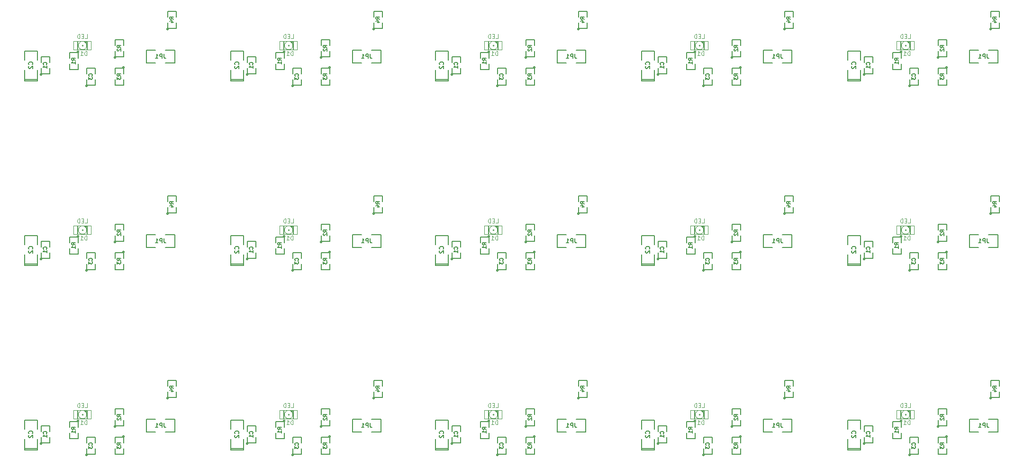
<source format=gbo>
G04 (created by PCBNEW-RS274X (2011-07-08)-stable) date Thu 21 Jul 2011 06:08:38 PM EDT*
G01*
G70*
G90*
%MOIN*%
G04 Gerber Fmt 3.4, Leading zero omitted, Abs format*
%FSLAX34Y34*%
G04 APERTURE LIST*
%ADD10C,0.006000*%
%ADD11C,0.005000*%
%ADD12C,0.002600*%
%ADD13C,0.004000*%
%ADD14C,0.003500*%
G04 APERTURE END LIST*
G54D10*
G54D11*
X79450Y-45650D02*
X79449Y-45659D01*
X79446Y-45669D01*
X79441Y-45677D01*
X79435Y-45685D01*
X79427Y-45691D01*
X79419Y-45696D01*
X79410Y-45698D01*
X79400Y-45699D01*
X79391Y-45699D01*
X79382Y-45696D01*
X79373Y-45691D01*
X79366Y-45685D01*
X79359Y-45678D01*
X79355Y-45669D01*
X79352Y-45660D01*
X79351Y-45650D01*
X79351Y-45641D01*
X79354Y-45632D01*
X79358Y-45623D01*
X79365Y-45616D01*
X79372Y-45609D01*
X79380Y-45605D01*
X79390Y-45602D01*
X79399Y-45601D01*
X79408Y-45601D01*
X79418Y-45604D01*
X79426Y-45608D01*
X79434Y-45614D01*
X79440Y-45622D01*
X79445Y-45630D01*
X79448Y-45639D01*
X79449Y-45649D01*
X79450Y-45650D01*
X79400Y-45200D02*
X79400Y-45600D01*
X79400Y-45600D02*
X80000Y-45600D01*
X80000Y-45600D02*
X80000Y-45200D01*
X80000Y-44800D02*
X80000Y-44400D01*
X80000Y-44400D02*
X79400Y-44400D01*
X79400Y-44400D02*
X79400Y-44800D01*
X70250Y-49200D02*
X70250Y-49300D01*
X70250Y-49300D02*
X69350Y-49300D01*
X69350Y-49300D02*
X69350Y-49200D01*
X70250Y-49200D02*
X69350Y-49200D01*
X69350Y-49200D02*
X69350Y-48550D01*
X70250Y-47850D02*
X70250Y-47200D01*
X70250Y-47200D02*
X69350Y-47200D01*
X69350Y-47200D02*
X69350Y-47850D01*
X70250Y-48550D02*
X70250Y-49200D01*
X79900Y-47150D02*
X79900Y-48050D01*
X79900Y-48050D02*
X79250Y-48050D01*
X78550Y-47150D02*
X77900Y-47150D01*
X77900Y-47150D02*
X77900Y-48050D01*
X77900Y-48050D02*
X78550Y-48050D01*
X79250Y-47150D02*
X79900Y-47150D01*
X70550Y-48850D02*
X70549Y-48859D01*
X70546Y-48869D01*
X70541Y-48877D01*
X70535Y-48885D01*
X70527Y-48891D01*
X70519Y-48896D01*
X70510Y-48898D01*
X70500Y-48899D01*
X70491Y-48899D01*
X70482Y-48896D01*
X70473Y-48891D01*
X70466Y-48885D01*
X70459Y-48878D01*
X70455Y-48869D01*
X70452Y-48860D01*
X70451Y-48850D01*
X70451Y-48841D01*
X70454Y-48832D01*
X70458Y-48823D01*
X70465Y-48816D01*
X70472Y-48809D01*
X70480Y-48805D01*
X70490Y-48802D01*
X70499Y-48801D01*
X70508Y-48801D01*
X70518Y-48804D01*
X70526Y-48808D01*
X70534Y-48814D01*
X70540Y-48822D01*
X70545Y-48830D01*
X70548Y-48839D01*
X70549Y-48849D01*
X70550Y-48850D01*
X70500Y-48400D02*
X70500Y-48800D01*
X70500Y-48800D02*
X71100Y-48800D01*
X71100Y-48800D02*
X71100Y-48400D01*
X71100Y-48000D02*
X71100Y-47600D01*
X71100Y-47600D02*
X70500Y-47600D01*
X70500Y-47600D02*
X70500Y-48000D01*
X73750Y-49650D02*
X73749Y-49659D01*
X73746Y-49669D01*
X73741Y-49677D01*
X73735Y-49685D01*
X73727Y-49691D01*
X73719Y-49696D01*
X73710Y-49698D01*
X73700Y-49699D01*
X73691Y-49699D01*
X73682Y-49696D01*
X73673Y-49691D01*
X73666Y-49685D01*
X73659Y-49678D01*
X73655Y-49669D01*
X73652Y-49660D01*
X73651Y-49650D01*
X73651Y-49641D01*
X73654Y-49632D01*
X73658Y-49623D01*
X73665Y-49616D01*
X73672Y-49609D01*
X73680Y-49605D01*
X73690Y-49602D01*
X73699Y-49601D01*
X73708Y-49601D01*
X73718Y-49604D01*
X73726Y-49608D01*
X73734Y-49614D01*
X73740Y-49622D01*
X73745Y-49630D01*
X73748Y-49639D01*
X73749Y-49649D01*
X73750Y-49650D01*
X73700Y-49200D02*
X73700Y-49600D01*
X73700Y-49600D02*
X74300Y-49600D01*
X74300Y-49600D02*
X74300Y-49200D01*
X74300Y-48800D02*
X74300Y-48400D01*
X74300Y-48400D02*
X73700Y-48400D01*
X73700Y-48400D02*
X73700Y-48800D01*
X73150Y-47250D02*
X73149Y-47259D01*
X73146Y-47269D01*
X73141Y-47277D01*
X73135Y-47285D01*
X73127Y-47291D01*
X73119Y-47296D01*
X73110Y-47298D01*
X73100Y-47299D01*
X73091Y-47299D01*
X73082Y-47296D01*
X73073Y-47291D01*
X73066Y-47285D01*
X73059Y-47278D01*
X73055Y-47269D01*
X73052Y-47260D01*
X73051Y-47250D01*
X73051Y-47241D01*
X73054Y-47232D01*
X73058Y-47223D01*
X73065Y-47216D01*
X73072Y-47209D01*
X73080Y-47205D01*
X73090Y-47202D01*
X73099Y-47201D01*
X73108Y-47201D01*
X73118Y-47204D01*
X73126Y-47208D01*
X73134Y-47214D01*
X73140Y-47222D01*
X73145Y-47230D01*
X73148Y-47239D01*
X73149Y-47249D01*
X73150Y-47250D01*
X73100Y-47700D02*
X73100Y-47300D01*
X73100Y-47300D02*
X72500Y-47300D01*
X72500Y-47300D02*
X72500Y-47700D01*
X72500Y-48100D02*
X72500Y-48500D01*
X72500Y-48500D02*
X73100Y-48500D01*
X73100Y-48500D02*
X73100Y-48100D01*
X75750Y-47650D02*
X75749Y-47659D01*
X75746Y-47669D01*
X75741Y-47677D01*
X75735Y-47685D01*
X75727Y-47691D01*
X75719Y-47696D01*
X75710Y-47698D01*
X75700Y-47699D01*
X75691Y-47699D01*
X75682Y-47696D01*
X75673Y-47691D01*
X75666Y-47685D01*
X75659Y-47678D01*
X75655Y-47669D01*
X75652Y-47660D01*
X75651Y-47650D01*
X75651Y-47641D01*
X75654Y-47632D01*
X75658Y-47623D01*
X75665Y-47616D01*
X75672Y-47609D01*
X75680Y-47605D01*
X75690Y-47602D01*
X75699Y-47601D01*
X75708Y-47601D01*
X75718Y-47604D01*
X75726Y-47608D01*
X75734Y-47614D01*
X75740Y-47622D01*
X75745Y-47630D01*
X75748Y-47639D01*
X75749Y-47649D01*
X75750Y-47650D01*
X75700Y-47200D02*
X75700Y-47600D01*
X75700Y-47600D02*
X76300Y-47600D01*
X76300Y-47600D02*
X76300Y-47200D01*
X76300Y-46800D02*
X76300Y-46400D01*
X76300Y-46400D02*
X75700Y-46400D01*
X75700Y-46400D02*
X75700Y-46800D01*
X76350Y-48350D02*
X76349Y-48359D01*
X76346Y-48369D01*
X76341Y-48377D01*
X76335Y-48385D01*
X76327Y-48391D01*
X76319Y-48396D01*
X76310Y-48398D01*
X76300Y-48399D01*
X76291Y-48399D01*
X76282Y-48396D01*
X76273Y-48391D01*
X76266Y-48385D01*
X76259Y-48378D01*
X76255Y-48369D01*
X76252Y-48360D01*
X76251Y-48350D01*
X76251Y-48341D01*
X76254Y-48332D01*
X76258Y-48323D01*
X76265Y-48316D01*
X76272Y-48309D01*
X76280Y-48305D01*
X76290Y-48302D01*
X76299Y-48301D01*
X76308Y-48301D01*
X76318Y-48304D01*
X76326Y-48308D01*
X76334Y-48314D01*
X76340Y-48322D01*
X76345Y-48330D01*
X76348Y-48339D01*
X76349Y-48349D01*
X76350Y-48350D01*
X76300Y-48800D02*
X76300Y-48400D01*
X76300Y-48400D02*
X75700Y-48400D01*
X75700Y-48400D02*
X75700Y-48800D01*
X75700Y-49200D02*
X75700Y-49600D01*
X75700Y-49600D02*
X76300Y-49600D01*
X76300Y-49600D02*
X76300Y-49200D01*
G54D12*
X73361Y-46761D02*
X73439Y-46761D01*
X73439Y-46761D02*
X73439Y-46839D01*
X73361Y-46839D02*
X73439Y-46839D01*
X73361Y-46761D02*
X73361Y-46839D01*
X73577Y-46525D02*
X73714Y-46525D01*
X73714Y-46525D02*
X73714Y-46623D01*
X73577Y-46623D02*
X73714Y-46623D01*
X73577Y-46525D02*
X73577Y-46623D01*
X73714Y-46525D02*
X73754Y-46525D01*
X73754Y-46525D02*
X73754Y-46996D01*
X73714Y-46996D02*
X73754Y-46996D01*
X73714Y-46525D02*
X73714Y-46996D01*
X73714Y-47016D02*
X73754Y-47016D01*
X73754Y-47016D02*
X73754Y-47075D01*
X73714Y-47075D02*
X73754Y-47075D01*
X73714Y-47016D02*
X73714Y-47075D01*
X73046Y-46525D02*
X73086Y-46525D01*
X73086Y-46525D02*
X73086Y-46996D01*
X73046Y-46996D02*
X73086Y-46996D01*
X73046Y-46525D02*
X73046Y-46996D01*
X73046Y-47016D02*
X73086Y-47016D01*
X73086Y-47016D02*
X73086Y-47075D01*
X73046Y-47075D02*
X73086Y-47075D01*
X73046Y-47016D02*
X73046Y-47075D01*
X73577Y-46525D02*
X73636Y-46525D01*
X73636Y-46525D02*
X73636Y-46623D01*
X73577Y-46623D02*
X73636Y-46623D01*
X73577Y-46525D02*
X73577Y-46623D01*
G54D13*
X74010Y-46505D02*
X72790Y-46505D01*
X72790Y-46505D02*
X72790Y-47095D01*
X72790Y-47095D02*
X74010Y-47095D01*
X74010Y-47095D02*
X74010Y-46505D01*
X73615Y-46605D02*
X73597Y-46587D01*
X73578Y-46571D01*
X73557Y-46556D01*
X73535Y-46543D01*
X73512Y-46532D01*
X73488Y-46523D01*
X73464Y-46517D01*
X73439Y-46512D01*
X73414Y-46510D01*
X73389Y-46510D01*
X73364Y-46512D01*
X73339Y-46516D01*
X73314Y-46523D01*
X73291Y-46531D01*
X73267Y-46542D01*
X73245Y-46554D01*
X73225Y-46569D01*
X73205Y-46585D01*
X73187Y-46603D01*
X73186Y-46604D01*
X73185Y-46605D02*
X73169Y-46625D01*
X73154Y-46645D01*
X73142Y-46667D01*
X73131Y-46691D01*
X73123Y-46714D01*
X73116Y-46739D01*
X73112Y-46764D01*
X73110Y-46789D01*
X73110Y-46814D01*
X73112Y-46839D01*
X73117Y-46864D01*
X73123Y-46888D01*
X73132Y-46912D01*
X73143Y-46935D01*
X73156Y-46957D01*
X73171Y-46978D01*
X73185Y-46995D01*
X73185Y-46995D02*
X73203Y-47013D01*
X73222Y-47029D01*
X73243Y-47044D01*
X73265Y-47057D01*
X73288Y-47068D01*
X73312Y-47077D01*
X73336Y-47083D01*
X73361Y-47088D01*
X73386Y-47090D01*
X73411Y-47090D01*
X73436Y-47088D01*
X73461Y-47084D01*
X73486Y-47077D01*
X73509Y-47069D01*
X73533Y-47058D01*
X73555Y-47046D01*
X73575Y-47031D01*
X73595Y-47015D01*
X73613Y-46997D01*
X73614Y-46996D01*
X73615Y-46995D02*
X73631Y-46975D01*
X73646Y-46955D01*
X73658Y-46933D01*
X73669Y-46909D01*
X73677Y-46886D01*
X73684Y-46861D01*
X73688Y-46836D01*
X73690Y-46811D01*
X73690Y-46786D01*
X73688Y-46761D01*
X73683Y-46736D01*
X73677Y-46712D01*
X73668Y-46688D01*
X73657Y-46665D01*
X73644Y-46643D01*
X73629Y-46622D01*
X73615Y-46605D01*
G54D11*
X64950Y-45650D02*
X64949Y-45659D01*
X64946Y-45669D01*
X64941Y-45677D01*
X64935Y-45685D01*
X64927Y-45691D01*
X64919Y-45696D01*
X64910Y-45698D01*
X64900Y-45699D01*
X64891Y-45699D01*
X64882Y-45696D01*
X64873Y-45691D01*
X64866Y-45685D01*
X64859Y-45678D01*
X64855Y-45669D01*
X64852Y-45660D01*
X64851Y-45650D01*
X64851Y-45641D01*
X64854Y-45632D01*
X64858Y-45623D01*
X64865Y-45616D01*
X64872Y-45609D01*
X64880Y-45605D01*
X64890Y-45602D01*
X64899Y-45601D01*
X64908Y-45601D01*
X64918Y-45604D01*
X64926Y-45608D01*
X64934Y-45614D01*
X64940Y-45622D01*
X64945Y-45630D01*
X64948Y-45639D01*
X64949Y-45649D01*
X64950Y-45650D01*
X64900Y-45200D02*
X64900Y-45600D01*
X64900Y-45600D02*
X65500Y-45600D01*
X65500Y-45600D02*
X65500Y-45200D01*
X65500Y-44800D02*
X65500Y-44400D01*
X65500Y-44400D02*
X64900Y-44400D01*
X64900Y-44400D02*
X64900Y-44800D01*
X55750Y-49200D02*
X55750Y-49300D01*
X55750Y-49300D02*
X54850Y-49300D01*
X54850Y-49300D02*
X54850Y-49200D01*
X55750Y-49200D02*
X54850Y-49200D01*
X54850Y-49200D02*
X54850Y-48550D01*
X55750Y-47850D02*
X55750Y-47200D01*
X55750Y-47200D02*
X54850Y-47200D01*
X54850Y-47200D02*
X54850Y-47850D01*
X55750Y-48550D02*
X55750Y-49200D01*
X65400Y-47150D02*
X65400Y-48050D01*
X65400Y-48050D02*
X64750Y-48050D01*
X64050Y-47150D02*
X63400Y-47150D01*
X63400Y-47150D02*
X63400Y-48050D01*
X63400Y-48050D02*
X64050Y-48050D01*
X64750Y-47150D02*
X65400Y-47150D01*
X56050Y-48850D02*
X56049Y-48859D01*
X56046Y-48869D01*
X56041Y-48877D01*
X56035Y-48885D01*
X56027Y-48891D01*
X56019Y-48896D01*
X56010Y-48898D01*
X56000Y-48899D01*
X55991Y-48899D01*
X55982Y-48896D01*
X55973Y-48891D01*
X55966Y-48885D01*
X55959Y-48878D01*
X55955Y-48869D01*
X55952Y-48860D01*
X55951Y-48850D01*
X55951Y-48841D01*
X55954Y-48832D01*
X55958Y-48823D01*
X55965Y-48816D01*
X55972Y-48809D01*
X55980Y-48805D01*
X55990Y-48802D01*
X55999Y-48801D01*
X56008Y-48801D01*
X56018Y-48804D01*
X56026Y-48808D01*
X56034Y-48814D01*
X56040Y-48822D01*
X56045Y-48830D01*
X56048Y-48839D01*
X56049Y-48849D01*
X56050Y-48850D01*
X56000Y-48400D02*
X56000Y-48800D01*
X56000Y-48800D02*
X56600Y-48800D01*
X56600Y-48800D02*
X56600Y-48400D01*
X56600Y-48000D02*
X56600Y-47600D01*
X56600Y-47600D02*
X56000Y-47600D01*
X56000Y-47600D02*
X56000Y-48000D01*
X59250Y-49650D02*
X59249Y-49659D01*
X59246Y-49669D01*
X59241Y-49677D01*
X59235Y-49685D01*
X59227Y-49691D01*
X59219Y-49696D01*
X59210Y-49698D01*
X59200Y-49699D01*
X59191Y-49699D01*
X59182Y-49696D01*
X59173Y-49691D01*
X59166Y-49685D01*
X59159Y-49678D01*
X59155Y-49669D01*
X59152Y-49660D01*
X59151Y-49650D01*
X59151Y-49641D01*
X59154Y-49632D01*
X59158Y-49623D01*
X59165Y-49616D01*
X59172Y-49609D01*
X59180Y-49605D01*
X59190Y-49602D01*
X59199Y-49601D01*
X59208Y-49601D01*
X59218Y-49604D01*
X59226Y-49608D01*
X59234Y-49614D01*
X59240Y-49622D01*
X59245Y-49630D01*
X59248Y-49639D01*
X59249Y-49649D01*
X59250Y-49650D01*
X59200Y-49200D02*
X59200Y-49600D01*
X59200Y-49600D02*
X59800Y-49600D01*
X59800Y-49600D02*
X59800Y-49200D01*
X59800Y-48800D02*
X59800Y-48400D01*
X59800Y-48400D02*
X59200Y-48400D01*
X59200Y-48400D02*
X59200Y-48800D01*
X58650Y-47250D02*
X58649Y-47259D01*
X58646Y-47269D01*
X58641Y-47277D01*
X58635Y-47285D01*
X58627Y-47291D01*
X58619Y-47296D01*
X58610Y-47298D01*
X58600Y-47299D01*
X58591Y-47299D01*
X58582Y-47296D01*
X58573Y-47291D01*
X58566Y-47285D01*
X58559Y-47278D01*
X58555Y-47269D01*
X58552Y-47260D01*
X58551Y-47250D01*
X58551Y-47241D01*
X58554Y-47232D01*
X58558Y-47223D01*
X58565Y-47216D01*
X58572Y-47209D01*
X58580Y-47205D01*
X58590Y-47202D01*
X58599Y-47201D01*
X58608Y-47201D01*
X58618Y-47204D01*
X58626Y-47208D01*
X58634Y-47214D01*
X58640Y-47222D01*
X58645Y-47230D01*
X58648Y-47239D01*
X58649Y-47249D01*
X58650Y-47250D01*
X58600Y-47700D02*
X58600Y-47300D01*
X58600Y-47300D02*
X58000Y-47300D01*
X58000Y-47300D02*
X58000Y-47700D01*
X58000Y-48100D02*
X58000Y-48500D01*
X58000Y-48500D02*
X58600Y-48500D01*
X58600Y-48500D02*
X58600Y-48100D01*
X61250Y-47650D02*
X61249Y-47659D01*
X61246Y-47669D01*
X61241Y-47677D01*
X61235Y-47685D01*
X61227Y-47691D01*
X61219Y-47696D01*
X61210Y-47698D01*
X61200Y-47699D01*
X61191Y-47699D01*
X61182Y-47696D01*
X61173Y-47691D01*
X61166Y-47685D01*
X61159Y-47678D01*
X61155Y-47669D01*
X61152Y-47660D01*
X61151Y-47650D01*
X61151Y-47641D01*
X61154Y-47632D01*
X61158Y-47623D01*
X61165Y-47616D01*
X61172Y-47609D01*
X61180Y-47605D01*
X61190Y-47602D01*
X61199Y-47601D01*
X61208Y-47601D01*
X61218Y-47604D01*
X61226Y-47608D01*
X61234Y-47614D01*
X61240Y-47622D01*
X61245Y-47630D01*
X61248Y-47639D01*
X61249Y-47649D01*
X61250Y-47650D01*
X61200Y-47200D02*
X61200Y-47600D01*
X61200Y-47600D02*
X61800Y-47600D01*
X61800Y-47600D02*
X61800Y-47200D01*
X61800Y-46800D02*
X61800Y-46400D01*
X61800Y-46400D02*
X61200Y-46400D01*
X61200Y-46400D02*
X61200Y-46800D01*
X61850Y-48350D02*
X61849Y-48359D01*
X61846Y-48369D01*
X61841Y-48377D01*
X61835Y-48385D01*
X61827Y-48391D01*
X61819Y-48396D01*
X61810Y-48398D01*
X61800Y-48399D01*
X61791Y-48399D01*
X61782Y-48396D01*
X61773Y-48391D01*
X61766Y-48385D01*
X61759Y-48378D01*
X61755Y-48369D01*
X61752Y-48360D01*
X61751Y-48350D01*
X61751Y-48341D01*
X61754Y-48332D01*
X61758Y-48323D01*
X61765Y-48316D01*
X61772Y-48309D01*
X61780Y-48305D01*
X61790Y-48302D01*
X61799Y-48301D01*
X61808Y-48301D01*
X61818Y-48304D01*
X61826Y-48308D01*
X61834Y-48314D01*
X61840Y-48322D01*
X61845Y-48330D01*
X61848Y-48339D01*
X61849Y-48349D01*
X61850Y-48350D01*
X61800Y-48800D02*
X61800Y-48400D01*
X61800Y-48400D02*
X61200Y-48400D01*
X61200Y-48400D02*
X61200Y-48800D01*
X61200Y-49200D02*
X61200Y-49600D01*
X61200Y-49600D02*
X61800Y-49600D01*
X61800Y-49600D02*
X61800Y-49200D01*
G54D12*
X58861Y-46761D02*
X58939Y-46761D01*
X58939Y-46761D02*
X58939Y-46839D01*
X58861Y-46839D02*
X58939Y-46839D01*
X58861Y-46761D02*
X58861Y-46839D01*
X59077Y-46525D02*
X59214Y-46525D01*
X59214Y-46525D02*
X59214Y-46623D01*
X59077Y-46623D02*
X59214Y-46623D01*
X59077Y-46525D02*
X59077Y-46623D01*
X59214Y-46525D02*
X59254Y-46525D01*
X59254Y-46525D02*
X59254Y-46996D01*
X59214Y-46996D02*
X59254Y-46996D01*
X59214Y-46525D02*
X59214Y-46996D01*
X59214Y-47016D02*
X59254Y-47016D01*
X59254Y-47016D02*
X59254Y-47075D01*
X59214Y-47075D02*
X59254Y-47075D01*
X59214Y-47016D02*
X59214Y-47075D01*
X58546Y-46525D02*
X58586Y-46525D01*
X58586Y-46525D02*
X58586Y-46996D01*
X58546Y-46996D02*
X58586Y-46996D01*
X58546Y-46525D02*
X58546Y-46996D01*
X58546Y-47016D02*
X58586Y-47016D01*
X58586Y-47016D02*
X58586Y-47075D01*
X58546Y-47075D02*
X58586Y-47075D01*
X58546Y-47016D02*
X58546Y-47075D01*
X59077Y-46525D02*
X59136Y-46525D01*
X59136Y-46525D02*
X59136Y-46623D01*
X59077Y-46623D02*
X59136Y-46623D01*
X59077Y-46525D02*
X59077Y-46623D01*
G54D13*
X59510Y-46505D02*
X58290Y-46505D01*
X58290Y-46505D02*
X58290Y-47095D01*
X58290Y-47095D02*
X59510Y-47095D01*
X59510Y-47095D02*
X59510Y-46505D01*
X59115Y-46605D02*
X59097Y-46587D01*
X59078Y-46571D01*
X59057Y-46556D01*
X59035Y-46543D01*
X59012Y-46532D01*
X58988Y-46523D01*
X58964Y-46517D01*
X58939Y-46512D01*
X58914Y-46510D01*
X58889Y-46510D01*
X58864Y-46512D01*
X58839Y-46516D01*
X58814Y-46523D01*
X58791Y-46531D01*
X58767Y-46542D01*
X58745Y-46554D01*
X58725Y-46569D01*
X58705Y-46585D01*
X58687Y-46603D01*
X58686Y-46604D01*
X58685Y-46605D02*
X58669Y-46625D01*
X58654Y-46645D01*
X58642Y-46667D01*
X58631Y-46691D01*
X58623Y-46714D01*
X58616Y-46739D01*
X58612Y-46764D01*
X58610Y-46789D01*
X58610Y-46814D01*
X58612Y-46839D01*
X58617Y-46864D01*
X58623Y-46888D01*
X58632Y-46912D01*
X58643Y-46935D01*
X58656Y-46957D01*
X58671Y-46978D01*
X58685Y-46995D01*
X58685Y-46995D02*
X58703Y-47013D01*
X58722Y-47029D01*
X58743Y-47044D01*
X58765Y-47057D01*
X58788Y-47068D01*
X58812Y-47077D01*
X58836Y-47083D01*
X58861Y-47088D01*
X58886Y-47090D01*
X58911Y-47090D01*
X58936Y-47088D01*
X58961Y-47084D01*
X58986Y-47077D01*
X59009Y-47069D01*
X59033Y-47058D01*
X59055Y-47046D01*
X59075Y-47031D01*
X59095Y-47015D01*
X59113Y-46997D01*
X59114Y-46996D01*
X59115Y-46995D02*
X59131Y-46975D01*
X59146Y-46955D01*
X59158Y-46933D01*
X59169Y-46909D01*
X59177Y-46886D01*
X59184Y-46861D01*
X59188Y-46836D01*
X59190Y-46811D01*
X59190Y-46786D01*
X59188Y-46761D01*
X59183Y-46736D01*
X59177Y-46712D01*
X59168Y-46688D01*
X59157Y-46665D01*
X59144Y-46643D01*
X59129Y-46622D01*
X59115Y-46605D01*
G54D11*
X50550Y-45650D02*
X50549Y-45659D01*
X50546Y-45669D01*
X50541Y-45677D01*
X50535Y-45685D01*
X50527Y-45691D01*
X50519Y-45696D01*
X50510Y-45698D01*
X50500Y-45699D01*
X50491Y-45699D01*
X50482Y-45696D01*
X50473Y-45691D01*
X50466Y-45685D01*
X50459Y-45678D01*
X50455Y-45669D01*
X50452Y-45660D01*
X50451Y-45650D01*
X50451Y-45641D01*
X50454Y-45632D01*
X50458Y-45623D01*
X50465Y-45616D01*
X50472Y-45609D01*
X50480Y-45605D01*
X50490Y-45602D01*
X50499Y-45601D01*
X50508Y-45601D01*
X50518Y-45604D01*
X50526Y-45608D01*
X50534Y-45614D01*
X50540Y-45622D01*
X50545Y-45630D01*
X50548Y-45639D01*
X50549Y-45649D01*
X50550Y-45650D01*
X50500Y-45200D02*
X50500Y-45600D01*
X50500Y-45600D02*
X51100Y-45600D01*
X51100Y-45600D02*
X51100Y-45200D01*
X51100Y-44800D02*
X51100Y-44400D01*
X51100Y-44400D02*
X50500Y-44400D01*
X50500Y-44400D02*
X50500Y-44800D01*
X41350Y-49200D02*
X41350Y-49300D01*
X41350Y-49300D02*
X40450Y-49300D01*
X40450Y-49300D02*
X40450Y-49200D01*
X41350Y-49200D02*
X40450Y-49200D01*
X40450Y-49200D02*
X40450Y-48550D01*
X41350Y-47850D02*
X41350Y-47200D01*
X41350Y-47200D02*
X40450Y-47200D01*
X40450Y-47200D02*
X40450Y-47850D01*
X41350Y-48550D02*
X41350Y-49200D01*
X51000Y-47150D02*
X51000Y-48050D01*
X51000Y-48050D02*
X50350Y-48050D01*
X49650Y-47150D02*
X49000Y-47150D01*
X49000Y-47150D02*
X49000Y-48050D01*
X49000Y-48050D02*
X49650Y-48050D01*
X50350Y-47150D02*
X51000Y-47150D01*
X41650Y-48850D02*
X41649Y-48859D01*
X41646Y-48869D01*
X41641Y-48877D01*
X41635Y-48885D01*
X41627Y-48891D01*
X41619Y-48896D01*
X41610Y-48898D01*
X41600Y-48899D01*
X41591Y-48899D01*
X41582Y-48896D01*
X41573Y-48891D01*
X41566Y-48885D01*
X41559Y-48878D01*
X41555Y-48869D01*
X41552Y-48860D01*
X41551Y-48850D01*
X41551Y-48841D01*
X41554Y-48832D01*
X41558Y-48823D01*
X41565Y-48816D01*
X41572Y-48809D01*
X41580Y-48805D01*
X41590Y-48802D01*
X41599Y-48801D01*
X41608Y-48801D01*
X41618Y-48804D01*
X41626Y-48808D01*
X41634Y-48814D01*
X41640Y-48822D01*
X41645Y-48830D01*
X41648Y-48839D01*
X41649Y-48849D01*
X41650Y-48850D01*
X41600Y-48400D02*
X41600Y-48800D01*
X41600Y-48800D02*
X42200Y-48800D01*
X42200Y-48800D02*
X42200Y-48400D01*
X42200Y-48000D02*
X42200Y-47600D01*
X42200Y-47600D02*
X41600Y-47600D01*
X41600Y-47600D02*
X41600Y-48000D01*
X44850Y-49650D02*
X44849Y-49659D01*
X44846Y-49669D01*
X44841Y-49677D01*
X44835Y-49685D01*
X44827Y-49691D01*
X44819Y-49696D01*
X44810Y-49698D01*
X44800Y-49699D01*
X44791Y-49699D01*
X44782Y-49696D01*
X44773Y-49691D01*
X44766Y-49685D01*
X44759Y-49678D01*
X44755Y-49669D01*
X44752Y-49660D01*
X44751Y-49650D01*
X44751Y-49641D01*
X44754Y-49632D01*
X44758Y-49623D01*
X44765Y-49616D01*
X44772Y-49609D01*
X44780Y-49605D01*
X44790Y-49602D01*
X44799Y-49601D01*
X44808Y-49601D01*
X44818Y-49604D01*
X44826Y-49608D01*
X44834Y-49614D01*
X44840Y-49622D01*
X44845Y-49630D01*
X44848Y-49639D01*
X44849Y-49649D01*
X44850Y-49650D01*
X44800Y-49200D02*
X44800Y-49600D01*
X44800Y-49600D02*
X45400Y-49600D01*
X45400Y-49600D02*
X45400Y-49200D01*
X45400Y-48800D02*
X45400Y-48400D01*
X45400Y-48400D02*
X44800Y-48400D01*
X44800Y-48400D02*
X44800Y-48800D01*
X44250Y-47250D02*
X44249Y-47259D01*
X44246Y-47269D01*
X44241Y-47277D01*
X44235Y-47285D01*
X44227Y-47291D01*
X44219Y-47296D01*
X44210Y-47298D01*
X44200Y-47299D01*
X44191Y-47299D01*
X44182Y-47296D01*
X44173Y-47291D01*
X44166Y-47285D01*
X44159Y-47278D01*
X44155Y-47269D01*
X44152Y-47260D01*
X44151Y-47250D01*
X44151Y-47241D01*
X44154Y-47232D01*
X44158Y-47223D01*
X44165Y-47216D01*
X44172Y-47209D01*
X44180Y-47205D01*
X44190Y-47202D01*
X44199Y-47201D01*
X44208Y-47201D01*
X44218Y-47204D01*
X44226Y-47208D01*
X44234Y-47214D01*
X44240Y-47222D01*
X44245Y-47230D01*
X44248Y-47239D01*
X44249Y-47249D01*
X44250Y-47250D01*
X44200Y-47700D02*
X44200Y-47300D01*
X44200Y-47300D02*
X43600Y-47300D01*
X43600Y-47300D02*
X43600Y-47700D01*
X43600Y-48100D02*
X43600Y-48500D01*
X43600Y-48500D02*
X44200Y-48500D01*
X44200Y-48500D02*
X44200Y-48100D01*
X46850Y-47650D02*
X46849Y-47659D01*
X46846Y-47669D01*
X46841Y-47677D01*
X46835Y-47685D01*
X46827Y-47691D01*
X46819Y-47696D01*
X46810Y-47698D01*
X46800Y-47699D01*
X46791Y-47699D01*
X46782Y-47696D01*
X46773Y-47691D01*
X46766Y-47685D01*
X46759Y-47678D01*
X46755Y-47669D01*
X46752Y-47660D01*
X46751Y-47650D01*
X46751Y-47641D01*
X46754Y-47632D01*
X46758Y-47623D01*
X46765Y-47616D01*
X46772Y-47609D01*
X46780Y-47605D01*
X46790Y-47602D01*
X46799Y-47601D01*
X46808Y-47601D01*
X46818Y-47604D01*
X46826Y-47608D01*
X46834Y-47614D01*
X46840Y-47622D01*
X46845Y-47630D01*
X46848Y-47639D01*
X46849Y-47649D01*
X46850Y-47650D01*
X46800Y-47200D02*
X46800Y-47600D01*
X46800Y-47600D02*
X47400Y-47600D01*
X47400Y-47600D02*
X47400Y-47200D01*
X47400Y-46800D02*
X47400Y-46400D01*
X47400Y-46400D02*
X46800Y-46400D01*
X46800Y-46400D02*
X46800Y-46800D01*
X47450Y-48350D02*
X47449Y-48359D01*
X47446Y-48369D01*
X47441Y-48377D01*
X47435Y-48385D01*
X47427Y-48391D01*
X47419Y-48396D01*
X47410Y-48398D01*
X47400Y-48399D01*
X47391Y-48399D01*
X47382Y-48396D01*
X47373Y-48391D01*
X47366Y-48385D01*
X47359Y-48378D01*
X47355Y-48369D01*
X47352Y-48360D01*
X47351Y-48350D01*
X47351Y-48341D01*
X47354Y-48332D01*
X47358Y-48323D01*
X47365Y-48316D01*
X47372Y-48309D01*
X47380Y-48305D01*
X47390Y-48302D01*
X47399Y-48301D01*
X47408Y-48301D01*
X47418Y-48304D01*
X47426Y-48308D01*
X47434Y-48314D01*
X47440Y-48322D01*
X47445Y-48330D01*
X47448Y-48339D01*
X47449Y-48349D01*
X47450Y-48350D01*
X47400Y-48800D02*
X47400Y-48400D01*
X47400Y-48400D02*
X46800Y-48400D01*
X46800Y-48400D02*
X46800Y-48800D01*
X46800Y-49200D02*
X46800Y-49600D01*
X46800Y-49600D02*
X47400Y-49600D01*
X47400Y-49600D02*
X47400Y-49200D01*
G54D12*
X44461Y-46761D02*
X44539Y-46761D01*
X44539Y-46761D02*
X44539Y-46839D01*
X44461Y-46839D02*
X44539Y-46839D01*
X44461Y-46761D02*
X44461Y-46839D01*
X44677Y-46525D02*
X44814Y-46525D01*
X44814Y-46525D02*
X44814Y-46623D01*
X44677Y-46623D02*
X44814Y-46623D01*
X44677Y-46525D02*
X44677Y-46623D01*
X44814Y-46525D02*
X44854Y-46525D01*
X44854Y-46525D02*
X44854Y-46996D01*
X44814Y-46996D02*
X44854Y-46996D01*
X44814Y-46525D02*
X44814Y-46996D01*
X44814Y-47016D02*
X44854Y-47016D01*
X44854Y-47016D02*
X44854Y-47075D01*
X44814Y-47075D02*
X44854Y-47075D01*
X44814Y-47016D02*
X44814Y-47075D01*
X44146Y-46525D02*
X44186Y-46525D01*
X44186Y-46525D02*
X44186Y-46996D01*
X44146Y-46996D02*
X44186Y-46996D01*
X44146Y-46525D02*
X44146Y-46996D01*
X44146Y-47016D02*
X44186Y-47016D01*
X44186Y-47016D02*
X44186Y-47075D01*
X44146Y-47075D02*
X44186Y-47075D01*
X44146Y-47016D02*
X44146Y-47075D01*
X44677Y-46525D02*
X44736Y-46525D01*
X44736Y-46525D02*
X44736Y-46623D01*
X44677Y-46623D02*
X44736Y-46623D01*
X44677Y-46525D02*
X44677Y-46623D01*
G54D13*
X45110Y-46505D02*
X43890Y-46505D01*
X43890Y-46505D02*
X43890Y-47095D01*
X43890Y-47095D02*
X45110Y-47095D01*
X45110Y-47095D02*
X45110Y-46505D01*
X44715Y-46605D02*
X44697Y-46587D01*
X44678Y-46571D01*
X44657Y-46556D01*
X44635Y-46543D01*
X44612Y-46532D01*
X44588Y-46523D01*
X44564Y-46517D01*
X44539Y-46512D01*
X44514Y-46510D01*
X44489Y-46510D01*
X44464Y-46512D01*
X44439Y-46516D01*
X44414Y-46523D01*
X44391Y-46531D01*
X44367Y-46542D01*
X44345Y-46554D01*
X44325Y-46569D01*
X44305Y-46585D01*
X44287Y-46603D01*
X44286Y-46604D01*
X44285Y-46605D02*
X44269Y-46625D01*
X44254Y-46645D01*
X44242Y-46667D01*
X44231Y-46691D01*
X44223Y-46714D01*
X44216Y-46739D01*
X44212Y-46764D01*
X44210Y-46789D01*
X44210Y-46814D01*
X44212Y-46839D01*
X44217Y-46864D01*
X44223Y-46888D01*
X44232Y-46912D01*
X44243Y-46935D01*
X44256Y-46957D01*
X44271Y-46978D01*
X44285Y-46995D01*
X44285Y-46995D02*
X44303Y-47013D01*
X44322Y-47029D01*
X44343Y-47044D01*
X44365Y-47057D01*
X44388Y-47068D01*
X44412Y-47077D01*
X44436Y-47083D01*
X44461Y-47088D01*
X44486Y-47090D01*
X44511Y-47090D01*
X44536Y-47088D01*
X44561Y-47084D01*
X44586Y-47077D01*
X44609Y-47069D01*
X44633Y-47058D01*
X44655Y-47046D01*
X44675Y-47031D01*
X44695Y-47015D01*
X44713Y-46997D01*
X44714Y-46996D01*
X44715Y-46995D02*
X44731Y-46975D01*
X44746Y-46955D01*
X44758Y-46933D01*
X44769Y-46909D01*
X44777Y-46886D01*
X44784Y-46861D01*
X44788Y-46836D01*
X44790Y-46811D01*
X44790Y-46786D01*
X44788Y-46761D01*
X44783Y-46736D01*
X44777Y-46712D01*
X44768Y-46688D01*
X44757Y-46665D01*
X44744Y-46643D01*
X44729Y-46622D01*
X44715Y-46605D01*
G54D12*
X29961Y-46761D02*
X30039Y-46761D01*
X30039Y-46761D02*
X30039Y-46839D01*
X29961Y-46839D02*
X30039Y-46839D01*
X29961Y-46761D02*
X29961Y-46839D01*
X30177Y-46525D02*
X30314Y-46525D01*
X30314Y-46525D02*
X30314Y-46623D01*
X30177Y-46623D02*
X30314Y-46623D01*
X30177Y-46525D02*
X30177Y-46623D01*
X30314Y-46525D02*
X30354Y-46525D01*
X30354Y-46525D02*
X30354Y-46996D01*
X30314Y-46996D02*
X30354Y-46996D01*
X30314Y-46525D02*
X30314Y-46996D01*
X30314Y-47016D02*
X30354Y-47016D01*
X30354Y-47016D02*
X30354Y-47075D01*
X30314Y-47075D02*
X30354Y-47075D01*
X30314Y-47016D02*
X30314Y-47075D01*
X29646Y-46525D02*
X29686Y-46525D01*
X29686Y-46525D02*
X29686Y-46996D01*
X29646Y-46996D02*
X29686Y-46996D01*
X29646Y-46525D02*
X29646Y-46996D01*
X29646Y-47016D02*
X29686Y-47016D01*
X29686Y-47016D02*
X29686Y-47075D01*
X29646Y-47075D02*
X29686Y-47075D01*
X29646Y-47016D02*
X29646Y-47075D01*
X30177Y-46525D02*
X30236Y-46525D01*
X30236Y-46525D02*
X30236Y-46623D01*
X30177Y-46623D02*
X30236Y-46623D01*
X30177Y-46525D02*
X30177Y-46623D01*
G54D13*
X30610Y-46505D02*
X29390Y-46505D01*
X29390Y-46505D02*
X29390Y-47095D01*
X29390Y-47095D02*
X30610Y-47095D01*
X30610Y-47095D02*
X30610Y-46505D01*
X30215Y-46605D02*
X30197Y-46587D01*
X30178Y-46571D01*
X30157Y-46556D01*
X30135Y-46543D01*
X30112Y-46532D01*
X30088Y-46523D01*
X30064Y-46517D01*
X30039Y-46512D01*
X30014Y-46510D01*
X29989Y-46510D01*
X29964Y-46512D01*
X29939Y-46516D01*
X29914Y-46523D01*
X29891Y-46531D01*
X29867Y-46542D01*
X29845Y-46554D01*
X29825Y-46569D01*
X29805Y-46585D01*
X29787Y-46603D01*
X29786Y-46604D01*
X29785Y-46605D02*
X29769Y-46625D01*
X29754Y-46645D01*
X29742Y-46667D01*
X29731Y-46691D01*
X29723Y-46714D01*
X29716Y-46739D01*
X29712Y-46764D01*
X29710Y-46789D01*
X29710Y-46814D01*
X29712Y-46839D01*
X29717Y-46864D01*
X29723Y-46888D01*
X29732Y-46912D01*
X29743Y-46935D01*
X29756Y-46957D01*
X29771Y-46978D01*
X29785Y-46995D01*
X29785Y-46995D02*
X29803Y-47013D01*
X29822Y-47029D01*
X29843Y-47044D01*
X29865Y-47057D01*
X29888Y-47068D01*
X29912Y-47077D01*
X29936Y-47083D01*
X29961Y-47088D01*
X29986Y-47090D01*
X30011Y-47090D01*
X30036Y-47088D01*
X30061Y-47084D01*
X30086Y-47077D01*
X30109Y-47069D01*
X30133Y-47058D01*
X30155Y-47046D01*
X30175Y-47031D01*
X30195Y-47015D01*
X30213Y-46997D01*
X30214Y-46996D01*
X30215Y-46995D02*
X30231Y-46975D01*
X30246Y-46955D01*
X30258Y-46933D01*
X30269Y-46909D01*
X30277Y-46886D01*
X30284Y-46861D01*
X30288Y-46836D01*
X30290Y-46811D01*
X30290Y-46786D01*
X30288Y-46761D01*
X30283Y-46736D01*
X30277Y-46712D01*
X30268Y-46688D01*
X30257Y-46665D01*
X30244Y-46643D01*
X30229Y-46622D01*
X30215Y-46605D01*
G54D11*
X32950Y-48350D02*
X32949Y-48359D01*
X32946Y-48369D01*
X32941Y-48377D01*
X32935Y-48385D01*
X32927Y-48391D01*
X32919Y-48396D01*
X32910Y-48398D01*
X32900Y-48399D01*
X32891Y-48399D01*
X32882Y-48396D01*
X32873Y-48391D01*
X32866Y-48385D01*
X32859Y-48378D01*
X32855Y-48369D01*
X32852Y-48360D01*
X32851Y-48350D01*
X32851Y-48341D01*
X32854Y-48332D01*
X32858Y-48323D01*
X32865Y-48316D01*
X32872Y-48309D01*
X32880Y-48305D01*
X32890Y-48302D01*
X32899Y-48301D01*
X32908Y-48301D01*
X32918Y-48304D01*
X32926Y-48308D01*
X32934Y-48314D01*
X32940Y-48322D01*
X32945Y-48330D01*
X32948Y-48339D01*
X32949Y-48349D01*
X32950Y-48350D01*
X32900Y-48800D02*
X32900Y-48400D01*
X32900Y-48400D02*
X32300Y-48400D01*
X32300Y-48400D02*
X32300Y-48800D01*
X32300Y-49200D02*
X32300Y-49600D01*
X32300Y-49600D02*
X32900Y-49600D01*
X32900Y-49600D02*
X32900Y-49200D01*
X32350Y-47650D02*
X32349Y-47659D01*
X32346Y-47669D01*
X32341Y-47677D01*
X32335Y-47685D01*
X32327Y-47691D01*
X32319Y-47696D01*
X32310Y-47698D01*
X32300Y-47699D01*
X32291Y-47699D01*
X32282Y-47696D01*
X32273Y-47691D01*
X32266Y-47685D01*
X32259Y-47678D01*
X32255Y-47669D01*
X32252Y-47660D01*
X32251Y-47650D01*
X32251Y-47641D01*
X32254Y-47632D01*
X32258Y-47623D01*
X32265Y-47616D01*
X32272Y-47609D01*
X32280Y-47605D01*
X32290Y-47602D01*
X32299Y-47601D01*
X32308Y-47601D01*
X32318Y-47604D01*
X32326Y-47608D01*
X32334Y-47614D01*
X32340Y-47622D01*
X32345Y-47630D01*
X32348Y-47639D01*
X32349Y-47649D01*
X32350Y-47650D01*
X32300Y-47200D02*
X32300Y-47600D01*
X32300Y-47600D02*
X32900Y-47600D01*
X32900Y-47600D02*
X32900Y-47200D01*
X32900Y-46800D02*
X32900Y-46400D01*
X32900Y-46400D02*
X32300Y-46400D01*
X32300Y-46400D02*
X32300Y-46800D01*
X29750Y-47250D02*
X29749Y-47259D01*
X29746Y-47269D01*
X29741Y-47277D01*
X29735Y-47285D01*
X29727Y-47291D01*
X29719Y-47296D01*
X29710Y-47298D01*
X29700Y-47299D01*
X29691Y-47299D01*
X29682Y-47296D01*
X29673Y-47291D01*
X29666Y-47285D01*
X29659Y-47278D01*
X29655Y-47269D01*
X29652Y-47260D01*
X29651Y-47250D01*
X29651Y-47241D01*
X29654Y-47232D01*
X29658Y-47223D01*
X29665Y-47216D01*
X29672Y-47209D01*
X29680Y-47205D01*
X29690Y-47202D01*
X29699Y-47201D01*
X29708Y-47201D01*
X29718Y-47204D01*
X29726Y-47208D01*
X29734Y-47214D01*
X29740Y-47222D01*
X29745Y-47230D01*
X29748Y-47239D01*
X29749Y-47249D01*
X29750Y-47250D01*
X29700Y-47700D02*
X29700Y-47300D01*
X29700Y-47300D02*
X29100Y-47300D01*
X29100Y-47300D02*
X29100Y-47700D01*
X29100Y-48100D02*
X29100Y-48500D01*
X29100Y-48500D02*
X29700Y-48500D01*
X29700Y-48500D02*
X29700Y-48100D01*
X30350Y-49650D02*
X30349Y-49659D01*
X30346Y-49669D01*
X30341Y-49677D01*
X30335Y-49685D01*
X30327Y-49691D01*
X30319Y-49696D01*
X30310Y-49698D01*
X30300Y-49699D01*
X30291Y-49699D01*
X30282Y-49696D01*
X30273Y-49691D01*
X30266Y-49685D01*
X30259Y-49678D01*
X30255Y-49669D01*
X30252Y-49660D01*
X30251Y-49650D01*
X30251Y-49641D01*
X30254Y-49632D01*
X30258Y-49623D01*
X30265Y-49616D01*
X30272Y-49609D01*
X30280Y-49605D01*
X30290Y-49602D01*
X30299Y-49601D01*
X30308Y-49601D01*
X30318Y-49604D01*
X30326Y-49608D01*
X30334Y-49614D01*
X30340Y-49622D01*
X30345Y-49630D01*
X30348Y-49639D01*
X30349Y-49649D01*
X30350Y-49650D01*
X30300Y-49200D02*
X30300Y-49600D01*
X30300Y-49600D02*
X30900Y-49600D01*
X30900Y-49600D02*
X30900Y-49200D01*
X30900Y-48800D02*
X30900Y-48400D01*
X30900Y-48400D02*
X30300Y-48400D01*
X30300Y-48400D02*
X30300Y-48800D01*
X27150Y-48850D02*
X27149Y-48859D01*
X27146Y-48869D01*
X27141Y-48877D01*
X27135Y-48885D01*
X27127Y-48891D01*
X27119Y-48896D01*
X27110Y-48898D01*
X27100Y-48899D01*
X27091Y-48899D01*
X27082Y-48896D01*
X27073Y-48891D01*
X27066Y-48885D01*
X27059Y-48878D01*
X27055Y-48869D01*
X27052Y-48860D01*
X27051Y-48850D01*
X27051Y-48841D01*
X27054Y-48832D01*
X27058Y-48823D01*
X27065Y-48816D01*
X27072Y-48809D01*
X27080Y-48805D01*
X27090Y-48802D01*
X27099Y-48801D01*
X27108Y-48801D01*
X27118Y-48804D01*
X27126Y-48808D01*
X27134Y-48814D01*
X27140Y-48822D01*
X27145Y-48830D01*
X27148Y-48839D01*
X27149Y-48849D01*
X27150Y-48850D01*
X27100Y-48400D02*
X27100Y-48800D01*
X27100Y-48800D02*
X27700Y-48800D01*
X27700Y-48800D02*
X27700Y-48400D01*
X27700Y-48000D02*
X27700Y-47600D01*
X27700Y-47600D02*
X27100Y-47600D01*
X27100Y-47600D02*
X27100Y-48000D01*
X36500Y-47150D02*
X36500Y-48050D01*
X36500Y-48050D02*
X35850Y-48050D01*
X35150Y-47150D02*
X34500Y-47150D01*
X34500Y-47150D02*
X34500Y-48050D01*
X34500Y-48050D02*
X35150Y-48050D01*
X35850Y-47150D02*
X36500Y-47150D01*
X26850Y-49200D02*
X26850Y-49300D01*
X26850Y-49300D02*
X25950Y-49300D01*
X25950Y-49300D02*
X25950Y-49200D01*
X26850Y-49200D02*
X25950Y-49200D01*
X25950Y-49200D02*
X25950Y-48550D01*
X26850Y-47850D02*
X26850Y-47200D01*
X26850Y-47200D02*
X25950Y-47200D01*
X25950Y-47200D02*
X25950Y-47850D01*
X26850Y-48550D02*
X26850Y-49200D01*
X36050Y-45650D02*
X36049Y-45659D01*
X36046Y-45669D01*
X36041Y-45677D01*
X36035Y-45685D01*
X36027Y-45691D01*
X36019Y-45696D01*
X36010Y-45698D01*
X36000Y-45699D01*
X35991Y-45699D01*
X35982Y-45696D01*
X35973Y-45691D01*
X35966Y-45685D01*
X35959Y-45678D01*
X35955Y-45669D01*
X35952Y-45660D01*
X35951Y-45650D01*
X35951Y-45641D01*
X35954Y-45632D01*
X35958Y-45623D01*
X35965Y-45616D01*
X35972Y-45609D01*
X35980Y-45605D01*
X35990Y-45602D01*
X35999Y-45601D01*
X36008Y-45601D01*
X36018Y-45604D01*
X36026Y-45608D01*
X36034Y-45614D01*
X36040Y-45622D01*
X36045Y-45630D01*
X36048Y-45639D01*
X36049Y-45649D01*
X36050Y-45650D01*
X36000Y-45200D02*
X36000Y-45600D01*
X36000Y-45600D02*
X36600Y-45600D01*
X36600Y-45600D02*
X36600Y-45200D01*
X36600Y-44800D02*
X36600Y-44400D01*
X36600Y-44400D02*
X36000Y-44400D01*
X36000Y-44400D02*
X36000Y-44800D01*
G54D12*
X87861Y-46761D02*
X87939Y-46761D01*
X87939Y-46761D02*
X87939Y-46839D01*
X87861Y-46839D02*
X87939Y-46839D01*
X87861Y-46761D02*
X87861Y-46839D01*
X88077Y-46525D02*
X88214Y-46525D01*
X88214Y-46525D02*
X88214Y-46623D01*
X88077Y-46623D02*
X88214Y-46623D01*
X88077Y-46525D02*
X88077Y-46623D01*
X88214Y-46525D02*
X88254Y-46525D01*
X88254Y-46525D02*
X88254Y-46996D01*
X88214Y-46996D02*
X88254Y-46996D01*
X88214Y-46525D02*
X88214Y-46996D01*
X88214Y-47016D02*
X88254Y-47016D01*
X88254Y-47016D02*
X88254Y-47075D01*
X88214Y-47075D02*
X88254Y-47075D01*
X88214Y-47016D02*
X88214Y-47075D01*
X87546Y-46525D02*
X87586Y-46525D01*
X87586Y-46525D02*
X87586Y-46996D01*
X87546Y-46996D02*
X87586Y-46996D01*
X87546Y-46525D02*
X87546Y-46996D01*
X87546Y-47016D02*
X87586Y-47016D01*
X87586Y-47016D02*
X87586Y-47075D01*
X87546Y-47075D02*
X87586Y-47075D01*
X87546Y-47016D02*
X87546Y-47075D01*
X88077Y-46525D02*
X88136Y-46525D01*
X88136Y-46525D02*
X88136Y-46623D01*
X88077Y-46623D02*
X88136Y-46623D01*
X88077Y-46525D02*
X88077Y-46623D01*
G54D13*
X88510Y-46505D02*
X87290Y-46505D01*
X87290Y-46505D02*
X87290Y-47095D01*
X87290Y-47095D02*
X88510Y-47095D01*
X88510Y-47095D02*
X88510Y-46505D01*
X88115Y-46605D02*
X88097Y-46587D01*
X88078Y-46571D01*
X88057Y-46556D01*
X88035Y-46543D01*
X88012Y-46532D01*
X87988Y-46523D01*
X87964Y-46517D01*
X87939Y-46512D01*
X87914Y-46510D01*
X87889Y-46510D01*
X87864Y-46512D01*
X87839Y-46516D01*
X87814Y-46523D01*
X87791Y-46531D01*
X87767Y-46542D01*
X87745Y-46554D01*
X87725Y-46569D01*
X87705Y-46585D01*
X87687Y-46603D01*
X87686Y-46604D01*
X87685Y-46605D02*
X87669Y-46625D01*
X87654Y-46645D01*
X87642Y-46667D01*
X87631Y-46691D01*
X87623Y-46714D01*
X87616Y-46739D01*
X87612Y-46764D01*
X87610Y-46789D01*
X87610Y-46814D01*
X87612Y-46839D01*
X87617Y-46864D01*
X87623Y-46888D01*
X87632Y-46912D01*
X87643Y-46935D01*
X87656Y-46957D01*
X87671Y-46978D01*
X87685Y-46995D01*
X87685Y-46995D02*
X87703Y-47013D01*
X87722Y-47029D01*
X87743Y-47044D01*
X87765Y-47057D01*
X87788Y-47068D01*
X87812Y-47077D01*
X87836Y-47083D01*
X87861Y-47088D01*
X87886Y-47090D01*
X87911Y-47090D01*
X87936Y-47088D01*
X87961Y-47084D01*
X87986Y-47077D01*
X88009Y-47069D01*
X88033Y-47058D01*
X88055Y-47046D01*
X88075Y-47031D01*
X88095Y-47015D01*
X88113Y-46997D01*
X88114Y-46996D01*
X88115Y-46995D02*
X88131Y-46975D01*
X88146Y-46955D01*
X88158Y-46933D01*
X88169Y-46909D01*
X88177Y-46886D01*
X88184Y-46861D01*
X88188Y-46836D01*
X88190Y-46811D01*
X88190Y-46786D01*
X88188Y-46761D01*
X88183Y-46736D01*
X88177Y-46712D01*
X88168Y-46688D01*
X88157Y-46665D01*
X88144Y-46643D01*
X88129Y-46622D01*
X88115Y-46605D01*
G54D11*
X90850Y-48350D02*
X90849Y-48359D01*
X90846Y-48369D01*
X90841Y-48377D01*
X90835Y-48385D01*
X90827Y-48391D01*
X90819Y-48396D01*
X90810Y-48398D01*
X90800Y-48399D01*
X90791Y-48399D01*
X90782Y-48396D01*
X90773Y-48391D01*
X90766Y-48385D01*
X90759Y-48378D01*
X90755Y-48369D01*
X90752Y-48360D01*
X90751Y-48350D01*
X90751Y-48341D01*
X90754Y-48332D01*
X90758Y-48323D01*
X90765Y-48316D01*
X90772Y-48309D01*
X90780Y-48305D01*
X90790Y-48302D01*
X90799Y-48301D01*
X90808Y-48301D01*
X90818Y-48304D01*
X90826Y-48308D01*
X90834Y-48314D01*
X90840Y-48322D01*
X90845Y-48330D01*
X90848Y-48339D01*
X90849Y-48349D01*
X90850Y-48350D01*
X90800Y-48800D02*
X90800Y-48400D01*
X90800Y-48400D02*
X90200Y-48400D01*
X90200Y-48400D02*
X90200Y-48800D01*
X90200Y-49200D02*
X90200Y-49600D01*
X90200Y-49600D02*
X90800Y-49600D01*
X90800Y-49600D02*
X90800Y-49200D01*
X90250Y-47650D02*
X90249Y-47659D01*
X90246Y-47669D01*
X90241Y-47677D01*
X90235Y-47685D01*
X90227Y-47691D01*
X90219Y-47696D01*
X90210Y-47698D01*
X90200Y-47699D01*
X90191Y-47699D01*
X90182Y-47696D01*
X90173Y-47691D01*
X90166Y-47685D01*
X90159Y-47678D01*
X90155Y-47669D01*
X90152Y-47660D01*
X90151Y-47650D01*
X90151Y-47641D01*
X90154Y-47632D01*
X90158Y-47623D01*
X90165Y-47616D01*
X90172Y-47609D01*
X90180Y-47605D01*
X90190Y-47602D01*
X90199Y-47601D01*
X90208Y-47601D01*
X90218Y-47604D01*
X90226Y-47608D01*
X90234Y-47614D01*
X90240Y-47622D01*
X90245Y-47630D01*
X90248Y-47639D01*
X90249Y-47649D01*
X90250Y-47650D01*
X90200Y-47200D02*
X90200Y-47600D01*
X90200Y-47600D02*
X90800Y-47600D01*
X90800Y-47600D02*
X90800Y-47200D01*
X90800Y-46800D02*
X90800Y-46400D01*
X90800Y-46400D02*
X90200Y-46400D01*
X90200Y-46400D02*
X90200Y-46800D01*
X87650Y-47250D02*
X87649Y-47259D01*
X87646Y-47269D01*
X87641Y-47277D01*
X87635Y-47285D01*
X87627Y-47291D01*
X87619Y-47296D01*
X87610Y-47298D01*
X87600Y-47299D01*
X87591Y-47299D01*
X87582Y-47296D01*
X87573Y-47291D01*
X87566Y-47285D01*
X87559Y-47278D01*
X87555Y-47269D01*
X87552Y-47260D01*
X87551Y-47250D01*
X87551Y-47241D01*
X87554Y-47232D01*
X87558Y-47223D01*
X87565Y-47216D01*
X87572Y-47209D01*
X87580Y-47205D01*
X87590Y-47202D01*
X87599Y-47201D01*
X87608Y-47201D01*
X87618Y-47204D01*
X87626Y-47208D01*
X87634Y-47214D01*
X87640Y-47222D01*
X87645Y-47230D01*
X87648Y-47239D01*
X87649Y-47249D01*
X87650Y-47250D01*
X87600Y-47700D02*
X87600Y-47300D01*
X87600Y-47300D02*
X87000Y-47300D01*
X87000Y-47300D02*
X87000Y-47700D01*
X87000Y-48100D02*
X87000Y-48500D01*
X87000Y-48500D02*
X87600Y-48500D01*
X87600Y-48500D02*
X87600Y-48100D01*
X88250Y-49650D02*
X88249Y-49659D01*
X88246Y-49669D01*
X88241Y-49677D01*
X88235Y-49685D01*
X88227Y-49691D01*
X88219Y-49696D01*
X88210Y-49698D01*
X88200Y-49699D01*
X88191Y-49699D01*
X88182Y-49696D01*
X88173Y-49691D01*
X88166Y-49685D01*
X88159Y-49678D01*
X88155Y-49669D01*
X88152Y-49660D01*
X88151Y-49650D01*
X88151Y-49641D01*
X88154Y-49632D01*
X88158Y-49623D01*
X88165Y-49616D01*
X88172Y-49609D01*
X88180Y-49605D01*
X88190Y-49602D01*
X88199Y-49601D01*
X88208Y-49601D01*
X88218Y-49604D01*
X88226Y-49608D01*
X88234Y-49614D01*
X88240Y-49622D01*
X88245Y-49630D01*
X88248Y-49639D01*
X88249Y-49649D01*
X88250Y-49650D01*
X88200Y-49200D02*
X88200Y-49600D01*
X88200Y-49600D02*
X88800Y-49600D01*
X88800Y-49600D02*
X88800Y-49200D01*
X88800Y-48800D02*
X88800Y-48400D01*
X88800Y-48400D02*
X88200Y-48400D01*
X88200Y-48400D02*
X88200Y-48800D01*
X85050Y-48850D02*
X85049Y-48859D01*
X85046Y-48869D01*
X85041Y-48877D01*
X85035Y-48885D01*
X85027Y-48891D01*
X85019Y-48896D01*
X85010Y-48898D01*
X85000Y-48899D01*
X84991Y-48899D01*
X84982Y-48896D01*
X84973Y-48891D01*
X84966Y-48885D01*
X84959Y-48878D01*
X84955Y-48869D01*
X84952Y-48860D01*
X84951Y-48850D01*
X84951Y-48841D01*
X84954Y-48832D01*
X84958Y-48823D01*
X84965Y-48816D01*
X84972Y-48809D01*
X84980Y-48805D01*
X84990Y-48802D01*
X84999Y-48801D01*
X85008Y-48801D01*
X85018Y-48804D01*
X85026Y-48808D01*
X85034Y-48814D01*
X85040Y-48822D01*
X85045Y-48830D01*
X85048Y-48839D01*
X85049Y-48849D01*
X85050Y-48850D01*
X85000Y-48400D02*
X85000Y-48800D01*
X85000Y-48800D02*
X85600Y-48800D01*
X85600Y-48800D02*
X85600Y-48400D01*
X85600Y-48000D02*
X85600Y-47600D01*
X85600Y-47600D02*
X85000Y-47600D01*
X85000Y-47600D02*
X85000Y-48000D01*
X94400Y-47150D02*
X94400Y-48050D01*
X94400Y-48050D02*
X93750Y-48050D01*
X93050Y-47150D02*
X92400Y-47150D01*
X92400Y-47150D02*
X92400Y-48050D01*
X92400Y-48050D02*
X93050Y-48050D01*
X93750Y-47150D02*
X94400Y-47150D01*
X84750Y-49200D02*
X84750Y-49300D01*
X84750Y-49300D02*
X83850Y-49300D01*
X83850Y-49300D02*
X83850Y-49200D01*
X84750Y-49200D02*
X83850Y-49200D01*
X83850Y-49200D02*
X83850Y-48550D01*
X84750Y-47850D02*
X84750Y-47200D01*
X84750Y-47200D02*
X83850Y-47200D01*
X83850Y-47200D02*
X83850Y-47850D01*
X84750Y-48550D02*
X84750Y-49200D01*
X93950Y-45650D02*
X93949Y-45659D01*
X93946Y-45669D01*
X93941Y-45677D01*
X93935Y-45685D01*
X93927Y-45691D01*
X93919Y-45696D01*
X93910Y-45698D01*
X93900Y-45699D01*
X93891Y-45699D01*
X93882Y-45696D01*
X93873Y-45691D01*
X93866Y-45685D01*
X93859Y-45678D01*
X93855Y-45669D01*
X93852Y-45660D01*
X93851Y-45650D01*
X93851Y-45641D01*
X93854Y-45632D01*
X93858Y-45623D01*
X93865Y-45616D01*
X93872Y-45609D01*
X93880Y-45605D01*
X93890Y-45602D01*
X93899Y-45601D01*
X93908Y-45601D01*
X93918Y-45604D01*
X93926Y-45608D01*
X93934Y-45614D01*
X93940Y-45622D01*
X93945Y-45630D01*
X93948Y-45639D01*
X93949Y-45649D01*
X93950Y-45650D01*
X93900Y-45200D02*
X93900Y-45600D01*
X93900Y-45600D02*
X94500Y-45600D01*
X94500Y-45600D02*
X94500Y-45200D01*
X94500Y-44800D02*
X94500Y-44400D01*
X94500Y-44400D02*
X93900Y-44400D01*
X93900Y-44400D02*
X93900Y-44800D01*
X93950Y-32650D02*
X93949Y-32659D01*
X93946Y-32669D01*
X93941Y-32677D01*
X93935Y-32685D01*
X93927Y-32691D01*
X93919Y-32696D01*
X93910Y-32698D01*
X93900Y-32699D01*
X93891Y-32699D01*
X93882Y-32696D01*
X93873Y-32691D01*
X93866Y-32685D01*
X93859Y-32678D01*
X93855Y-32669D01*
X93852Y-32660D01*
X93851Y-32650D01*
X93851Y-32641D01*
X93854Y-32632D01*
X93858Y-32623D01*
X93865Y-32616D01*
X93872Y-32609D01*
X93880Y-32605D01*
X93890Y-32602D01*
X93899Y-32601D01*
X93908Y-32601D01*
X93918Y-32604D01*
X93926Y-32608D01*
X93934Y-32614D01*
X93940Y-32622D01*
X93945Y-32630D01*
X93948Y-32639D01*
X93949Y-32649D01*
X93950Y-32650D01*
X93900Y-32200D02*
X93900Y-32600D01*
X93900Y-32600D02*
X94500Y-32600D01*
X94500Y-32600D02*
X94500Y-32200D01*
X94500Y-31800D02*
X94500Y-31400D01*
X94500Y-31400D02*
X93900Y-31400D01*
X93900Y-31400D02*
X93900Y-31800D01*
X84750Y-36200D02*
X84750Y-36300D01*
X84750Y-36300D02*
X83850Y-36300D01*
X83850Y-36300D02*
X83850Y-36200D01*
X84750Y-36200D02*
X83850Y-36200D01*
X83850Y-36200D02*
X83850Y-35550D01*
X84750Y-34850D02*
X84750Y-34200D01*
X84750Y-34200D02*
X83850Y-34200D01*
X83850Y-34200D02*
X83850Y-34850D01*
X84750Y-35550D02*
X84750Y-36200D01*
X94400Y-34150D02*
X94400Y-35050D01*
X94400Y-35050D02*
X93750Y-35050D01*
X93050Y-34150D02*
X92400Y-34150D01*
X92400Y-34150D02*
X92400Y-35050D01*
X92400Y-35050D02*
X93050Y-35050D01*
X93750Y-34150D02*
X94400Y-34150D01*
X85050Y-35850D02*
X85049Y-35859D01*
X85046Y-35869D01*
X85041Y-35877D01*
X85035Y-35885D01*
X85027Y-35891D01*
X85019Y-35896D01*
X85010Y-35898D01*
X85000Y-35899D01*
X84991Y-35899D01*
X84982Y-35896D01*
X84973Y-35891D01*
X84966Y-35885D01*
X84959Y-35878D01*
X84955Y-35869D01*
X84952Y-35860D01*
X84951Y-35850D01*
X84951Y-35841D01*
X84954Y-35832D01*
X84958Y-35823D01*
X84965Y-35816D01*
X84972Y-35809D01*
X84980Y-35805D01*
X84990Y-35802D01*
X84999Y-35801D01*
X85008Y-35801D01*
X85018Y-35804D01*
X85026Y-35808D01*
X85034Y-35814D01*
X85040Y-35822D01*
X85045Y-35830D01*
X85048Y-35839D01*
X85049Y-35849D01*
X85050Y-35850D01*
X85000Y-35400D02*
X85000Y-35800D01*
X85000Y-35800D02*
X85600Y-35800D01*
X85600Y-35800D02*
X85600Y-35400D01*
X85600Y-35000D02*
X85600Y-34600D01*
X85600Y-34600D02*
X85000Y-34600D01*
X85000Y-34600D02*
X85000Y-35000D01*
X88250Y-36650D02*
X88249Y-36659D01*
X88246Y-36669D01*
X88241Y-36677D01*
X88235Y-36685D01*
X88227Y-36691D01*
X88219Y-36696D01*
X88210Y-36698D01*
X88200Y-36699D01*
X88191Y-36699D01*
X88182Y-36696D01*
X88173Y-36691D01*
X88166Y-36685D01*
X88159Y-36678D01*
X88155Y-36669D01*
X88152Y-36660D01*
X88151Y-36650D01*
X88151Y-36641D01*
X88154Y-36632D01*
X88158Y-36623D01*
X88165Y-36616D01*
X88172Y-36609D01*
X88180Y-36605D01*
X88190Y-36602D01*
X88199Y-36601D01*
X88208Y-36601D01*
X88218Y-36604D01*
X88226Y-36608D01*
X88234Y-36614D01*
X88240Y-36622D01*
X88245Y-36630D01*
X88248Y-36639D01*
X88249Y-36649D01*
X88250Y-36650D01*
X88200Y-36200D02*
X88200Y-36600D01*
X88200Y-36600D02*
X88800Y-36600D01*
X88800Y-36600D02*
X88800Y-36200D01*
X88800Y-35800D02*
X88800Y-35400D01*
X88800Y-35400D02*
X88200Y-35400D01*
X88200Y-35400D02*
X88200Y-35800D01*
X87650Y-34250D02*
X87649Y-34259D01*
X87646Y-34269D01*
X87641Y-34277D01*
X87635Y-34285D01*
X87627Y-34291D01*
X87619Y-34296D01*
X87610Y-34298D01*
X87600Y-34299D01*
X87591Y-34299D01*
X87582Y-34296D01*
X87573Y-34291D01*
X87566Y-34285D01*
X87559Y-34278D01*
X87555Y-34269D01*
X87552Y-34260D01*
X87551Y-34250D01*
X87551Y-34241D01*
X87554Y-34232D01*
X87558Y-34223D01*
X87565Y-34216D01*
X87572Y-34209D01*
X87580Y-34205D01*
X87590Y-34202D01*
X87599Y-34201D01*
X87608Y-34201D01*
X87618Y-34204D01*
X87626Y-34208D01*
X87634Y-34214D01*
X87640Y-34222D01*
X87645Y-34230D01*
X87648Y-34239D01*
X87649Y-34249D01*
X87650Y-34250D01*
X87600Y-34700D02*
X87600Y-34300D01*
X87600Y-34300D02*
X87000Y-34300D01*
X87000Y-34300D02*
X87000Y-34700D01*
X87000Y-35100D02*
X87000Y-35500D01*
X87000Y-35500D02*
X87600Y-35500D01*
X87600Y-35500D02*
X87600Y-35100D01*
X90250Y-34650D02*
X90249Y-34659D01*
X90246Y-34669D01*
X90241Y-34677D01*
X90235Y-34685D01*
X90227Y-34691D01*
X90219Y-34696D01*
X90210Y-34698D01*
X90200Y-34699D01*
X90191Y-34699D01*
X90182Y-34696D01*
X90173Y-34691D01*
X90166Y-34685D01*
X90159Y-34678D01*
X90155Y-34669D01*
X90152Y-34660D01*
X90151Y-34650D01*
X90151Y-34641D01*
X90154Y-34632D01*
X90158Y-34623D01*
X90165Y-34616D01*
X90172Y-34609D01*
X90180Y-34605D01*
X90190Y-34602D01*
X90199Y-34601D01*
X90208Y-34601D01*
X90218Y-34604D01*
X90226Y-34608D01*
X90234Y-34614D01*
X90240Y-34622D01*
X90245Y-34630D01*
X90248Y-34639D01*
X90249Y-34649D01*
X90250Y-34650D01*
X90200Y-34200D02*
X90200Y-34600D01*
X90200Y-34600D02*
X90800Y-34600D01*
X90800Y-34600D02*
X90800Y-34200D01*
X90800Y-33800D02*
X90800Y-33400D01*
X90800Y-33400D02*
X90200Y-33400D01*
X90200Y-33400D02*
X90200Y-33800D01*
X90850Y-35350D02*
X90849Y-35359D01*
X90846Y-35369D01*
X90841Y-35377D01*
X90835Y-35385D01*
X90827Y-35391D01*
X90819Y-35396D01*
X90810Y-35398D01*
X90800Y-35399D01*
X90791Y-35399D01*
X90782Y-35396D01*
X90773Y-35391D01*
X90766Y-35385D01*
X90759Y-35378D01*
X90755Y-35369D01*
X90752Y-35360D01*
X90751Y-35350D01*
X90751Y-35341D01*
X90754Y-35332D01*
X90758Y-35323D01*
X90765Y-35316D01*
X90772Y-35309D01*
X90780Y-35305D01*
X90790Y-35302D01*
X90799Y-35301D01*
X90808Y-35301D01*
X90818Y-35304D01*
X90826Y-35308D01*
X90834Y-35314D01*
X90840Y-35322D01*
X90845Y-35330D01*
X90848Y-35339D01*
X90849Y-35349D01*
X90850Y-35350D01*
X90800Y-35800D02*
X90800Y-35400D01*
X90800Y-35400D02*
X90200Y-35400D01*
X90200Y-35400D02*
X90200Y-35800D01*
X90200Y-36200D02*
X90200Y-36600D01*
X90200Y-36600D02*
X90800Y-36600D01*
X90800Y-36600D02*
X90800Y-36200D01*
G54D12*
X87861Y-33761D02*
X87939Y-33761D01*
X87939Y-33761D02*
X87939Y-33839D01*
X87861Y-33839D02*
X87939Y-33839D01*
X87861Y-33761D02*
X87861Y-33839D01*
X88077Y-33525D02*
X88214Y-33525D01*
X88214Y-33525D02*
X88214Y-33623D01*
X88077Y-33623D02*
X88214Y-33623D01*
X88077Y-33525D02*
X88077Y-33623D01*
X88214Y-33525D02*
X88254Y-33525D01*
X88254Y-33525D02*
X88254Y-33996D01*
X88214Y-33996D02*
X88254Y-33996D01*
X88214Y-33525D02*
X88214Y-33996D01*
X88214Y-34016D02*
X88254Y-34016D01*
X88254Y-34016D02*
X88254Y-34075D01*
X88214Y-34075D02*
X88254Y-34075D01*
X88214Y-34016D02*
X88214Y-34075D01*
X87546Y-33525D02*
X87586Y-33525D01*
X87586Y-33525D02*
X87586Y-33996D01*
X87546Y-33996D02*
X87586Y-33996D01*
X87546Y-33525D02*
X87546Y-33996D01*
X87546Y-34016D02*
X87586Y-34016D01*
X87586Y-34016D02*
X87586Y-34075D01*
X87546Y-34075D02*
X87586Y-34075D01*
X87546Y-34016D02*
X87546Y-34075D01*
X88077Y-33525D02*
X88136Y-33525D01*
X88136Y-33525D02*
X88136Y-33623D01*
X88077Y-33623D02*
X88136Y-33623D01*
X88077Y-33525D02*
X88077Y-33623D01*
G54D13*
X88510Y-33505D02*
X87290Y-33505D01*
X87290Y-33505D02*
X87290Y-34095D01*
X87290Y-34095D02*
X88510Y-34095D01*
X88510Y-34095D02*
X88510Y-33505D01*
X88115Y-33605D02*
X88097Y-33587D01*
X88078Y-33571D01*
X88057Y-33556D01*
X88035Y-33543D01*
X88012Y-33532D01*
X87988Y-33523D01*
X87964Y-33517D01*
X87939Y-33512D01*
X87914Y-33510D01*
X87889Y-33510D01*
X87864Y-33512D01*
X87839Y-33516D01*
X87814Y-33523D01*
X87791Y-33531D01*
X87767Y-33542D01*
X87745Y-33554D01*
X87725Y-33569D01*
X87705Y-33585D01*
X87687Y-33603D01*
X87686Y-33604D01*
X87685Y-33605D02*
X87669Y-33625D01*
X87654Y-33645D01*
X87642Y-33667D01*
X87631Y-33691D01*
X87623Y-33714D01*
X87616Y-33739D01*
X87612Y-33764D01*
X87610Y-33789D01*
X87610Y-33814D01*
X87612Y-33839D01*
X87617Y-33864D01*
X87623Y-33888D01*
X87632Y-33912D01*
X87643Y-33935D01*
X87656Y-33957D01*
X87671Y-33978D01*
X87685Y-33995D01*
X87685Y-33995D02*
X87703Y-34013D01*
X87722Y-34029D01*
X87743Y-34044D01*
X87765Y-34057D01*
X87788Y-34068D01*
X87812Y-34077D01*
X87836Y-34083D01*
X87861Y-34088D01*
X87886Y-34090D01*
X87911Y-34090D01*
X87936Y-34088D01*
X87961Y-34084D01*
X87986Y-34077D01*
X88009Y-34069D01*
X88033Y-34058D01*
X88055Y-34046D01*
X88075Y-34031D01*
X88095Y-34015D01*
X88113Y-33997D01*
X88114Y-33996D01*
X88115Y-33995D02*
X88131Y-33975D01*
X88146Y-33955D01*
X88158Y-33933D01*
X88169Y-33909D01*
X88177Y-33886D01*
X88184Y-33861D01*
X88188Y-33836D01*
X88190Y-33811D01*
X88190Y-33786D01*
X88188Y-33761D01*
X88183Y-33736D01*
X88177Y-33712D01*
X88168Y-33688D01*
X88157Y-33665D01*
X88144Y-33643D01*
X88129Y-33622D01*
X88115Y-33605D01*
G54D11*
X36050Y-32650D02*
X36049Y-32659D01*
X36046Y-32669D01*
X36041Y-32677D01*
X36035Y-32685D01*
X36027Y-32691D01*
X36019Y-32696D01*
X36010Y-32698D01*
X36000Y-32699D01*
X35991Y-32699D01*
X35982Y-32696D01*
X35973Y-32691D01*
X35966Y-32685D01*
X35959Y-32678D01*
X35955Y-32669D01*
X35952Y-32660D01*
X35951Y-32650D01*
X35951Y-32641D01*
X35954Y-32632D01*
X35958Y-32623D01*
X35965Y-32616D01*
X35972Y-32609D01*
X35980Y-32605D01*
X35990Y-32602D01*
X35999Y-32601D01*
X36008Y-32601D01*
X36018Y-32604D01*
X36026Y-32608D01*
X36034Y-32614D01*
X36040Y-32622D01*
X36045Y-32630D01*
X36048Y-32639D01*
X36049Y-32649D01*
X36050Y-32650D01*
X36000Y-32200D02*
X36000Y-32600D01*
X36000Y-32600D02*
X36600Y-32600D01*
X36600Y-32600D02*
X36600Y-32200D01*
X36600Y-31800D02*
X36600Y-31400D01*
X36600Y-31400D02*
X36000Y-31400D01*
X36000Y-31400D02*
X36000Y-31800D01*
X26850Y-36200D02*
X26850Y-36300D01*
X26850Y-36300D02*
X25950Y-36300D01*
X25950Y-36300D02*
X25950Y-36200D01*
X26850Y-36200D02*
X25950Y-36200D01*
X25950Y-36200D02*
X25950Y-35550D01*
X26850Y-34850D02*
X26850Y-34200D01*
X26850Y-34200D02*
X25950Y-34200D01*
X25950Y-34200D02*
X25950Y-34850D01*
X26850Y-35550D02*
X26850Y-36200D01*
X36500Y-34150D02*
X36500Y-35050D01*
X36500Y-35050D02*
X35850Y-35050D01*
X35150Y-34150D02*
X34500Y-34150D01*
X34500Y-34150D02*
X34500Y-35050D01*
X34500Y-35050D02*
X35150Y-35050D01*
X35850Y-34150D02*
X36500Y-34150D01*
X27150Y-35850D02*
X27149Y-35859D01*
X27146Y-35869D01*
X27141Y-35877D01*
X27135Y-35885D01*
X27127Y-35891D01*
X27119Y-35896D01*
X27110Y-35898D01*
X27100Y-35899D01*
X27091Y-35899D01*
X27082Y-35896D01*
X27073Y-35891D01*
X27066Y-35885D01*
X27059Y-35878D01*
X27055Y-35869D01*
X27052Y-35860D01*
X27051Y-35850D01*
X27051Y-35841D01*
X27054Y-35832D01*
X27058Y-35823D01*
X27065Y-35816D01*
X27072Y-35809D01*
X27080Y-35805D01*
X27090Y-35802D01*
X27099Y-35801D01*
X27108Y-35801D01*
X27118Y-35804D01*
X27126Y-35808D01*
X27134Y-35814D01*
X27140Y-35822D01*
X27145Y-35830D01*
X27148Y-35839D01*
X27149Y-35849D01*
X27150Y-35850D01*
X27100Y-35400D02*
X27100Y-35800D01*
X27100Y-35800D02*
X27700Y-35800D01*
X27700Y-35800D02*
X27700Y-35400D01*
X27700Y-35000D02*
X27700Y-34600D01*
X27700Y-34600D02*
X27100Y-34600D01*
X27100Y-34600D02*
X27100Y-35000D01*
X30350Y-36650D02*
X30349Y-36659D01*
X30346Y-36669D01*
X30341Y-36677D01*
X30335Y-36685D01*
X30327Y-36691D01*
X30319Y-36696D01*
X30310Y-36698D01*
X30300Y-36699D01*
X30291Y-36699D01*
X30282Y-36696D01*
X30273Y-36691D01*
X30266Y-36685D01*
X30259Y-36678D01*
X30255Y-36669D01*
X30252Y-36660D01*
X30251Y-36650D01*
X30251Y-36641D01*
X30254Y-36632D01*
X30258Y-36623D01*
X30265Y-36616D01*
X30272Y-36609D01*
X30280Y-36605D01*
X30290Y-36602D01*
X30299Y-36601D01*
X30308Y-36601D01*
X30318Y-36604D01*
X30326Y-36608D01*
X30334Y-36614D01*
X30340Y-36622D01*
X30345Y-36630D01*
X30348Y-36639D01*
X30349Y-36649D01*
X30350Y-36650D01*
X30300Y-36200D02*
X30300Y-36600D01*
X30300Y-36600D02*
X30900Y-36600D01*
X30900Y-36600D02*
X30900Y-36200D01*
X30900Y-35800D02*
X30900Y-35400D01*
X30900Y-35400D02*
X30300Y-35400D01*
X30300Y-35400D02*
X30300Y-35800D01*
X29750Y-34250D02*
X29749Y-34259D01*
X29746Y-34269D01*
X29741Y-34277D01*
X29735Y-34285D01*
X29727Y-34291D01*
X29719Y-34296D01*
X29710Y-34298D01*
X29700Y-34299D01*
X29691Y-34299D01*
X29682Y-34296D01*
X29673Y-34291D01*
X29666Y-34285D01*
X29659Y-34278D01*
X29655Y-34269D01*
X29652Y-34260D01*
X29651Y-34250D01*
X29651Y-34241D01*
X29654Y-34232D01*
X29658Y-34223D01*
X29665Y-34216D01*
X29672Y-34209D01*
X29680Y-34205D01*
X29690Y-34202D01*
X29699Y-34201D01*
X29708Y-34201D01*
X29718Y-34204D01*
X29726Y-34208D01*
X29734Y-34214D01*
X29740Y-34222D01*
X29745Y-34230D01*
X29748Y-34239D01*
X29749Y-34249D01*
X29750Y-34250D01*
X29700Y-34700D02*
X29700Y-34300D01*
X29700Y-34300D02*
X29100Y-34300D01*
X29100Y-34300D02*
X29100Y-34700D01*
X29100Y-35100D02*
X29100Y-35500D01*
X29100Y-35500D02*
X29700Y-35500D01*
X29700Y-35500D02*
X29700Y-35100D01*
X32350Y-34650D02*
X32349Y-34659D01*
X32346Y-34669D01*
X32341Y-34677D01*
X32335Y-34685D01*
X32327Y-34691D01*
X32319Y-34696D01*
X32310Y-34698D01*
X32300Y-34699D01*
X32291Y-34699D01*
X32282Y-34696D01*
X32273Y-34691D01*
X32266Y-34685D01*
X32259Y-34678D01*
X32255Y-34669D01*
X32252Y-34660D01*
X32251Y-34650D01*
X32251Y-34641D01*
X32254Y-34632D01*
X32258Y-34623D01*
X32265Y-34616D01*
X32272Y-34609D01*
X32280Y-34605D01*
X32290Y-34602D01*
X32299Y-34601D01*
X32308Y-34601D01*
X32318Y-34604D01*
X32326Y-34608D01*
X32334Y-34614D01*
X32340Y-34622D01*
X32345Y-34630D01*
X32348Y-34639D01*
X32349Y-34649D01*
X32350Y-34650D01*
X32300Y-34200D02*
X32300Y-34600D01*
X32300Y-34600D02*
X32900Y-34600D01*
X32900Y-34600D02*
X32900Y-34200D01*
X32900Y-33800D02*
X32900Y-33400D01*
X32900Y-33400D02*
X32300Y-33400D01*
X32300Y-33400D02*
X32300Y-33800D01*
X32950Y-35350D02*
X32949Y-35359D01*
X32946Y-35369D01*
X32941Y-35377D01*
X32935Y-35385D01*
X32927Y-35391D01*
X32919Y-35396D01*
X32910Y-35398D01*
X32900Y-35399D01*
X32891Y-35399D01*
X32882Y-35396D01*
X32873Y-35391D01*
X32866Y-35385D01*
X32859Y-35378D01*
X32855Y-35369D01*
X32852Y-35360D01*
X32851Y-35350D01*
X32851Y-35341D01*
X32854Y-35332D01*
X32858Y-35323D01*
X32865Y-35316D01*
X32872Y-35309D01*
X32880Y-35305D01*
X32890Y-35302D01*
X32899Y-35301D01*
X32908Y-35301D01*
X32918Y-35304D01*
X32926Y-35308D01*
X32934Y-35314D01*
X32940Y-35322D01*
X32945Y-35330D01*
X32948Y-35339D01*
X32949Y-35349D01*
X32950Y-35350D01*
X32900Y-35800D02*
X32900Y-35400D01*
X32900Y-35400D02*
X32300Y-35400D01*
X32300Y-35400D02*
X32300Y-35800D01*
X32300Y-36200D02*
X32300Y-36600D01*
X32300Y-36600D02*
X32900Y-36600D01*
X32900Y-36600D02*
X32900Y-36200D01*
G54D12*
X29961Y-33761D02*
X30039Y-33761D01*
X30039Y-33761D02*
X30039Y-33839D01*
X29961Y-33839D02*
X30039Y-33839D01*
X29961Y-33761D02*
X29961Y-33839D01*
X30177Y-33525D02*
X30314Y-33525D01*
X30314Y-33525D02*
X30314Y-33623D01*
X30177Y-33623D02*
X30314Y-33623D01*
X30177Y-33525D02*
X30177Y-33623D01*
X30314Y-33525D02*
X30354Y-33525D01*
X30354Y-33525D02*
X30354Y-33996D01*
X30314Y-33996D02*
X30354Y-33996D01*
X30314Y-33525D02*
X30314Y-33996D01*
X30314Y-34016D02*
X30354Y-34016D01*
X30354Y-34016D02*
X30354Y-34075D01*
X30314Y-34075D02*
X30354Y-34075D01*
X30314Y-34016D02*
X30314Y-34075D01*
X29646Y-33525D02*
X29686Y-33525D01*
X29686Y-33525D02*
X29686Y-33996D01*
X29646Y-33996D02*
X29686Y-33996D01*
X29646Y-33525D02*
X29646Y-33996D01*
X29646Y-34016D02*
X29686Y-34016D01*
X29686Y-34016D02*
X29686Y-34075D01*
X29646Y-34075D02*
X29686Y-34075D01*
X29646Y-34016D02*
X29646Y-34075D01*
X30177Y-33525D02*
X30236Y-33525D01*
X30236Y-33525D02*
X30236Y-33623D01*
X30177Y-33623D02*
X30236Y-33623D01*
X30177Y-33525D02*
X30177Y-33623D01*
G54D13*
X30610Y-33505D02*
X29390Y-33505D01*
X29390Y-33505D02*
X29390Y-34095D01*
X29390Y-34095D02*
X30610Y-34095D01*
X30610Y-34095D02*
X30610Y-33505D01*
X30215Y-33605D02*
X30197Y-33587D01*
X30178Y-33571D01*
X30157Y-33556D01*
X30135Y-33543D01*
X30112Y-33532D01*
X30088Y-33523D01*
X30064Y-33517D01*
X30039Y-33512D01*
X30014Y-33510D01*
X29989Y-33510D01*
X29964Y-33512D01*
X29939Y-33516D01*
X29914Y-33523D01*
X29891Y-33531D01*
X29867Y-33542D01*
X29845Y-33554D01*
X29825Y-33569D01*
X29805Y-33585D01*
X29787Y-33603D01*
X29786Y-33604D01*
X29785Y-33605D02*
X29769Y-33625D01*
X29754Y-33645D01*
X29742Y-33667D01*
X29731Y-33691D01*
X29723Y-33714D01*
X29716Y-33739D01*
X29712Y-33764D01*
X29710Y-33789D01*
X29710Y-33814D01*
X29712Y-33839D01*
X29717Y-33864D01*
X29723Y-33888D01*
X29732Y-33912D01*
X29743Y-33935D01*
X29756Y-33957D01*
X29771Y-33978D01*
X29785Y-33995D01*
X29785Y-33995D02*
X29803Y-34013D01*
X29822Y-34029D01*
X29843Y-34044D01*
X29865Y-34057D01*
X29888Y-34068D01*
X29912Y-34077D01*
X29936Y-34083D01*
X29961Y-34088D01*
X29986Y-34090D01*
X30011Y-34090D01*
X30036Y-34088D01*
X30061Y-34084D01*
X30086Y-34077D01*
X30109Y-34069D01*
X30133Y-34058D01*
X30155Y-34046D01*
X30175Y-34031D01*
X30195Y-34015D01*
X30213Y-33997D01*
X30214Y-33996D01*
X30215Y-33995D02*
X30231Y-33975D01*
X30246Y-33955D01*
X30258Y-33933D01*
X30269Y-33909D01*
X30277Y-33886D01*
X30284Y-33861D01*
X30288Y-33836D01*
X30290Y-33811D01*
X30290Y-33786D01*
X30288Y-33761D01*
X30283Y-33736D01*
X30277Y-33712D01*
X30268Y-33688D01*
X30257Y-33665D01*
X30244Y-33643D01*
X30229Y-33622D01*
X30215Y-33605D01*
G54D12*
X44461Y-33761D02*
X44539Y-33761D01*
X44539Y-33761D02*
X44539Y-33839D01*
X44461Y-33839D02*
X44539Y-33839D01*
X44461Y-33761D02*
X44461Y-33839D01*
X44677Y-33525D02*
X44814Y-33525D01*
X44814Y-33525D02*
X44814Y-33623D01*
X44677Y-33623D02*
X44814Y-33623D01*
X44677Y-33525D02*
X44677Y-33623D01*
X44814Y-33525D02*
X44854Y-33525D01*
X44854Y-33525D02*
X44854Y-33996D01*
X44814Y-33996D02*
X44854Y-33996D01*
X44814Y-33525D02*
X44814Y-33996D01*
X44814Y-34016D02*
X44854Y-34016D01*
X44854Y-34016D02*
X44854Y-34075D01*
X44814Y-34075D02*
X44854Y-34075D01*
X44814Y-34016D02*
X44814Y-34075D01*
X44146Y-33525D02*
X44186Y-33525D01*
X44186Y-33525D02*
X44186Y-33996D01*
X44146Y-33996D02*
X44186Y-33996D01*
X44146Y-33525D02*
X44146Y-33996D01*
X44146Y-34016D02*
X44186Y-34016D01*
X44186Y-34016D02*
X44186Y-34075D01*
X44146Y-34075D02*
X44186Y-34075D01*
X44146Y-34016D02*
X44146Y-34075D01*
X44677Y-33525D02*
X44736Y-33525D01*
X44736Y-33525D02*
X44736Y-33623D01*
X44677Y-33623D02*
X44736Y-33623D01*
X44677Y-33525D02*
X44677Y-33623D01*
G54D13*
X45110Y-33505D02*
X43890Y-33505D01*
X43890Y-33505D02*
X43890Y-34095D01*
X43890Y-34095D02*
X45110Y-34095D01*
X45110Y-34095D02*
X45110Y-33505D01*
X44715Y-33605D02*
X44697Y-33587D01*
X44678Y-33571D01*
X44657Y-33556D01*
X44635Y-33543D01*
X44612Y-33532D01*
X44588Y-33523D01*
X44564Y-33517D01*
X44539Y-33512D01*
X44514Y-33510D01*
X44489Y-33510D01*
X44464Y-33512D01*
X44439Y-33516D01*
X44414Y-33523D01*
X44391Y-33531D01*
X44367Y-33542D01*
X44345Y-33554D01*
X44325Y-33569D01*
X44305Y-33585D01*
X44287Y-33603D01*
X44286Y-33604D01*
X44285Y-33605D02*
X44269Y-33625D01*
X44254Y-33645D01*
X44242Y-33667D01*
X44231Y-33691D01*
X44223Y-33714D01*
X44216Y-33739D01*
X44212Y-33764D01*
X44210Y-33789D01*
X44210Y-33814D01*
X44212Y-33839D01*
X44217Y-33864D01*
X44223Y-33888D01*
X44232Y-33912D01*
X44243Y-33935D01*
X44256Y-33957D01*
X44271Y-33978D01*
X44285Y-33995D01*
X44285Y-33995D02*
X44303Y-34013D01*
X44322Y-34029D01*
X44343Y-34044D01*
X44365Y-34057D01*
X44388Y-34068D01*
X44412Y-34077D01*
X44436Y-34083D01*
X44461Y-34088D01*
X44486Y-34090D01*
X44511Y-34090D01*
X44536Y-34088D01*
X44561Y-34084D01*
X44586Y-34077D01*
X44609Y-34069D01*
X44633Y-34058D01*
X44655Y-34046D01*
X44675Y-34031D01*
X44695Y-34015D01*
X44713Y-33997D01*
X44714Y-33996D01*
X44715Y-33995D02*
X44731Y-33975D01*
X44746Y-33955D01*
X44758Y-33933D01*
X44769Y-33909D01*
X44777Y-33886D01*
X44784Y-33861D01*
X44788Y-33836D01*
X44790Y-33811D01*
X44790Y-33786D01*
X44788Y-33761D01*
X44783Y-33736D01*
X44777Y-33712D01*
X44768Y-33688D01*
X44757Y-33665D01*
X44744Y-33643D01*
X44729Y-33622D01*
X44715Y-33605D01*
G54D11*
X47450Y-35350D02*
X47449Y-35359D01*
X47446Y-35369D01*
X47441Y-35377D01*
X47435Y-35385D01*
X47427Y-35391D01*
X47419Y-35396D01*
X47410Y-35398D01*
X47400Y-35399D01*
X47391Y-35399D01*
X47382Y-35396D01*
X47373Y-35391D01*
X47366Y-35385D01*
X47359Y-35378D01*
X47355Y-35369D01*
X47352Y-35360D01*
X47351Y-35350D01*
X47351Y-35341D01*
X47354Y-35332D01*
X47358Y-35323D01*
X47365Y-35316D01*
X47372Y-35309D01*
X47380Y-35305D01*
X47390Y-35302D01*
X47399Y-35301D01*
X47408Y-35301D01*
X47418Y-35304D01*
X47426Y-35308D01*
X47434Y-35314D01*
X47440Y-35322D01*
X47445Y-35330D01*
X47448Y-35339D01*
X47449Y-35349D01*
X47450Y-35350D01*
X47400Y-35800D02*
X47400Y-35400D01*
X47400Y-35400D02*
X46800Y-35400D01*
X46800Y-35400D02*
X46800Y-35800D01*
X46800Y-36200D02*
X46800Y-36600D01*
X46800Y-36600D02*
X47400Y-36600D01*
X47400Y-36600D02*
X47400Y-36200D01*
X46850Y-34650D02*
X46849Y-34659D01*
X46846Y-34669D01*
X46841Y-34677D01*
X46835Y-34685D01*
X46827Y-34691D01*
X46819Y-34696D01*
X46810Y-34698D01*
X46800Y-34699D01*
X46791Y-34699D01*
X46782Y-34696D01*
X46773Y-34691D01*
X46766Y-34685D01*
X46759Y-34678D01*
X46755Y-34669D01*
X46752Y-34660D01*
X46751Y-34650D01*
X46751Y-34641D01*
X46754Y-34632D01*
X46758Y-34623D01*
X46765Y-34616D01*
X46772Y-34609D01*
X46780Y-34605D01*
X46790Y-34602D01*
X46799Y-34601D01*
X46808Y-34601D01*
X46818Y-34604D01*
X46826Y-34608D01*
X46834Y-34614D01*
X46840Y-34622D01*
X46845Y-34630D01*
X46848Y-34639D01*
X46849Y-34649D01*
X46850Y-34650D01*
X46800Y-34200D02*
X46800Y-34600D01*
X46800Y-34600D02*
X47400Y-34600D01*
X47400Y-34600D02*
X47400Y-34200D01*
X47400Y-33800D02*
X47400Y-33400D01*
X47400Y-33400D02*
X46800Y-33400D01*
X46800Y-33400D02*
X46800Y-33800D01*
X44250Y-34250D02*
X44249Y-34259D01*
X44246Y-34269D01*
X44241Y-34277D01*
X44235Y-34285D01*
X44227Y-34291D01*
X44219Y-34296D01*
X44210Y-34298D01*
X44200Y-34299D01*
X44191Y-34299D01*
X44182Y-34296D01*
X44173Y-34291D01*
X44166Y-34285D01*
X44159Y-34278D01*
X44155Y-34269D01*
X44152Y-34260D01*
X44151Y-34250D01*
X44151Y-34241D01*
X44154Y-34232D01*
X44158Y-34223D01*
X44165Y-34216D01*
X44172Y-34209D01*
X44180Y-34205D01*
X44190Y-34202D01*
X44199Y-34201D01*
X44208Y-34201D01*
X44218Y-34204D01*
X44226Y-34208D01*
X44234Y-34214D01*
X44240Y-34222D01*
X44245Y-34230D01*
X44248Y-34239D01*
X44249Y-34249D01*
X44250Y-34250D01*
X44200Y-34700D02*
X44200Y-34300D01*
X44200Y-34300D02*
X43600Y-34300D01*
X43600Y-34300D02*
X43600Y-34700D01*
X43600Y-35100D02*
X43600Y-35500D01*
X43600Y-35500D02*
X44200Y-35500D01*
X44200Y-35500D02*
X44200Y-35100D01*
X44850Y-36650D02*
X44849Y-36659D01*
X44846Y-36669D01*
X44841Y-36677D01*
X44835Y-36685D01*
X44827Y-36691D01*
X44819Y-36696D01*
X44810Y-36698D01*
X44800Y-36699D01*
X44791Y-36699D01*
X44782Y-36696D01*
X44773Y-36691D01*
X44766Y-36685D01*
X44759Y-36678D01*
X44755Y-36669D01*
X44752Y-36660D01*
X44751Y-36650D01*
X44751Y-36641D01*
X44754Y-36632D01*
X44758Y-36623D01*
X44765Y-36616D01*
X44772Y-36609D01*
X44780Y-36605D01*
X44790Y-36602D01*
X44799Y-36601D01*
X44808Y-36601D01*
X44818Y-36604D01*
X44826Y-36608D01*
X44834Y-36614D01*
X44840Y-36622D01*
X44845Y-36630D01*
X44848Y-36639D01*
X44849Y-36649D01*
X44850Y-36650D01*
X44800Y-36200D02*
X44800Y-36600D01*
X44800Y-36600D02*
X45400Y-36600D01*
X45400Y-36600D02*
X45400Y-36200D01*
X45400Y-35800D02*
X45400Y-35400D01*
X45400Y-35400D02*
X44800Y-35400D01*
X44800Y-35400D02*
X44800Y-35800D01*
X41650Y-35850D02*
X41649Y-35859D01*
X41646Y-35869D01*
X41641Y-35877D01*
X41635Y-35885D01*
X41627Y-35891D01*
X41619Y-35896D01*
X41610Y-35898D01*
X41600Y-35899D01*
X41591Y-35899D01*
X41582Y-35896D01*
X41573Y-35891D01*
X41566Y-35885D01*
X41559Y-35878D01*
X41555Y-35869D01*
X41552Y-35860D01*
X41551Y-35850D01*
X41551Y-35841D01*
X41554Y-35832D01*
X41558Y-35823D01*
X41565Y-35816D01*
X41572Y-35809D01*
X41580Y-35805D01*
X41590Y-35802D01*
X41599Y-35801D01*
X41608Y-35801D01*
X41618Y-35804D01*
X41626Y-35808D01*
X41634Y-35814D01*
X41640Y-35822D01*
X41645Y-35830D01*
X41648Y-35839D01*
X41649Y-35849D01*
X41650Y-35850D01*
X41600Y-35400D02*
X41600Y-35800D01*
X41600Y-35800D02*
X42200Y-35800D01*
X42200Y-35800D02*
X42200Y-35400D01*
X42200Y-35000D02*
X42200Y-34600D01*
X42200Y-34600D02*
X41600Y-34600D01*
X41600Y-34600D02*
X41600Y-35000D01*
X51000Y-34150D02*
X51000Y-35050D01*
X51000Y-35050D02*
X50350Y-35050D01*
X49650Y-34150D02*
X49000Y-34150D01*
X49000Y-34150D02*
X49000Y-35050D01*
X49000Y-35050D02*
X49650Y-35050D01*
X50350Y-34150D02*
X51000Y-34150D01*
X41350Y-36200D02*
X41350Y-36300D01*
X41350Y-36300D02*
X40450Y-36300D01*
X40450Y-36300D02*
X40450Y-36200D01*
X41350Y-36200D02*
X40450Y-36200D01*
X40450Y-36200D02*
X40450Y-35550D01*
X41350Y-34850D02*
X41350Y-34200D01*
X41350Y-34200D02*
X40450Y-34200D01*
X40450Y-34200D02*
X40450Y-34850D01*
X41350Y-35550D02*
X41350Y-36200D01*
X50550Y-32650D02*
X50549Y-32659D01*
X50546Y-32669D01*
X50541Y-32677D01*
X50535Y-32685D01*
X50527Y-32691D01*
X50519Y-32696D01*
X50510Y-32698D01*
X50500Y-32699D01*
X50491Y-32699D01*
X50482Y-32696D01*
X50473Y-32691D01*
X50466Y-32685D01*
X50459Y-32678D01*
X50455Y-32669D01*
X50452Y-32660D01*
X50451Y-32650D01*
X50451Y-32641D01*
X50454Y-32632D01*
X50458Y-32623D01*
X50465Y-32616D01*
X50472Y-32609D01*
X50480Y-32605D01*
X50490Y-32602D01*
X50499Y-32601D01*
X50508Y-32601D01*
X50518Y-32604D01*
X50526Y-32608D01*
X50534Y-32614D01*
X50540Y-32622D01*
X50545Y-32630D01*
X50548Y-32639D01*
X50549Y-32649D01*
X50550Y-32650D01*
X50500Y-32200D02*
X50500Y-32600D01*
X50500Y-32600D02*
X51100Y-32600D01*
X51100Y-32600D02*
X51100Y-32200D01*
X51100Y-31800D02*
X51100Y-31400D01*
X51100Y-31400D02*
X50500Y-31400D01*
X50500Y-31400D02*
X50500Y-31800D01*
G54D12*
X58861Y-33761D02*
X58939Y-33761D01*
X58939Y-33761D02*
X58939Y-33839D01*
X58861Y-33839D02*
X58939Y-33839D01*
X58861Y-33761D02*
X58861Y-33839D01*
X59077Y-33525D02*
X59214Y-33525D01*
X59214Y-33525D02*
X59214Y-33623D01*
X59077Y-33623D02*
X59214Y-33623D01*
X59077Y-33525D02*
X59077Y-33623D01*
X59214Y-33525D02*
X59254Y-33525D01*
X59254Y-33525D02*
X59254Y-33996D01*
X59214Y-33996D02*
X59254Y-33996D01*
X59214Y-33525D02*
X59214Y-33996D01*
X59214Y-34016D02*
X59254Y-34016D01*
X59254Y-34016D02*
X59254Y-34075D01*
X59214Y-34075D02*
X59254Y-34075D01*
X59214Y-34016D02*
X59214Y-34075D01*
X58546Y-33525D02*
X58586Y-33525D01*
X58586Y-33525D02*
X58586Y-33996D01*
X58546Y-33996D02*
X58586Y-33996D01*
X58546Y-33525D02*
X58546Y-33996D01*
X58546Y-34016D02*
X58586Y-34016D01*
X58586Y-34016D02*
X58586Y-34075D01*
X58546Y-34075D02*
X58586Y-34075D01*
X58546Y-34016D02*
X58546Y-34075D01*
X59077Y-33525D02*
X59136Y-33525D01*
X59136Y-33525D02*
X59136Y-33623D01*
X59077Y-33623D02*
X59136Y-33623D01*
X59077Y-33525D02*
X59077Y-33623D01*
G54D13*
X59510Y-33505D02*
X58290Y-33505D01*
X58290Y-33505D02*
X58290Y-34095D01*
X58290Y-34095D02*
X59510Y-34095D01*
X59510Y-34095D02*
X59510Y-33505D01*
X59115Y-33605D02*
X59097Y-33587D01*
X59078Y-33571D01*
X59057Y-33556D01*
X59035Y-33543D01*
X59012Y-33532D01*
X58988Y-33523D01*
X58964Y-33517D01*
X58939Y-33512D01*
X58914Y-33510D01*
X58889Y-33510D01*
X58864Y-33512D01*
X58839Y-33516D01*
X58814Y-33523D01*
X58791Y-33531D01*
X58767Y-33542D01*
X58745Y-33554D01*
X58725Y-33569D01*
X58705Y-33585D01*
X58687Y-33603D01*
X58686Y-33604D01*
X58685Y-33605D02*
X58669Y-33625D01*
X58654Y-33645D01*
X58642Y-33667D01*
X58631Y-33691D01*
X58623Y-33714D01*
X58616Y-33739D01*
X58612Y-33764D01*
X58610Y-33789D01*
X58610Y-33814D01*
X58612Y-33839D01*
X58617Y-33864D01*
X58623Y-33888D01*
X58632Y-33912D01*
X58643Y-33935D01*
X58656Y-33957D01*
X58671Y-33978D01*
X58685Y-33995D01*
X58685Y-33995D02*
X58703Y-34013D01*
X58722Y-34029D01*
X58743Y-34044D01*
X58765Y-34057D01*
X58788Y-34068D01*
X58812Y-34077D01*
X58836Y-34083D01*
X58861Y-34088D01*
X58886Y-34090D01*
X58911Y-34090D01*
X58936Y-34088D01*
X58961Y-34084D01*
X58986Y-34077D01*
X59009Y-34069D01*
X59033Y-34058D01*
X59055Y-34046D01*
X59075Y-34031D01*
X59095Y-34015D01*
X59113Y-33997D01*
X59114Y-33996D01*
X59115Y-33995D02*
X59131Y-33975D01*
X59146Y-33955D01*
X59158Y-33933D01*
X59169Y-33909D01*
X59177Y-33886D01*
X59184Y-33861D01*
X59188Y-33836D01*
X59190Y-33811D01*
X59190Y-33786D01*
X59188Y-33761D01*
X59183Y-33736D01*
X59177Y-33712D01*
X59168Y-33688D01*
X59157Y-33665D01*
X59144Y-33643D01*
X59129Y-33622D01*
X59115Y-33605D01*
G54D11*
X61850Y-35350D02*
X61849Y-35359D01*
X61846Y-35369D01*
X61841Y-35377D01*
X61835Y-35385D01*
X61827Y-35391D01*
X61819Y-35396D01*
X61810Y-35398D01*
X61800Y-35399D01*
X61791Y-35399D01*
X61782Y-35396D01*
X61773Y-35391D01*
X61766Y-35385D01*
X61759Y-35378D01*
X61755Y-35369D01*
X61752Y-35360D01*
X61751Y-35350D01*
X61751Y-35341D01*
X61754Y-35332D01*
X61758Y-35323D01*
X61765Y-35316D01*
X61772Y-35309D01*
X61780Y-35305D01*
X61790Y-35302D01*
X61799Y-35301D01*
X61808Y-35301D01*
X61818Y-35304D01*
X61826Y-35308D01*
X61834Y-35314D01*
X61840Y-35322D01*
X61845Y-35330D01*
X61848Y-35339D01*
X61849Y-35349D01*
X61850Y-35350D01*
X61800Y-35800D02*
X61800Y-35400D01*
X61800Y-35400D02*
X61200Y-35400D01*
X61200Y-35400D02*
X61200Y-35800D01*
X61200Y-36200D02*
X61200Y-36600D01*
X61200Y-36600D02*
X61800Y-36600D01*
X61800Y-36600D02*
X61800Y-36200D01*
X61250Y-34650D02*
X61249Y-34659D01*
X61246Y-34669D01*
X61241Y-34677D01*
X61235Y-34685D01*
X61227Y-34691D01*
X61219Y-34696D01*
X61210Y-34698D01*
X61200Y-34699D01*
X61191Y-34699D01*
X61182Y-34696D01*
X61173Y-34691D01*
X61166Y-34685D01*
X61159Y-34678D01*
X61155Y-34669D01*
X61152Y-34660D01*
X61151Y-34650D01*
X61151Y-34641D01*
X61154Y-34632D01*
X61158Y-34623D01*
X61165Y-34616D01*
X61172Y-34609D01*
X61180Y-34605D01*
X61190Y-34602D01*
X61199Y-34601D01*
X61208Y-34601D01*
X61218Y-34604D01*
X61226Y-34608D01*
X61234Y-34614D01*
X61240Y-34622D01*
X61245Y-34630D01*
X61248Y-34639D01*
X61249Y-34649D01*
X61250Y-34650D01*
X61200Y-34200D02*
X61200Y-34600D01*
X61200Y-34600D02*
X61800Y-34600D01*
X61800Y-34600D02*
X61800Y-34200D01*
X61800Y-33800D02*
X61800Y-33400D01*
X61800Y-33400D02*
X61200Y-33400D01*
X61200Y-33400D02*
X61200Y-33800D01*
X58650Y-34250D02*
X58649Y-34259D01*
X58646Y-34269D01*
X58641Y-34277D01*
X58635Y-34285D01*
X58627Y-34291D01*
X58619Y-34296D01*
X58610Y-34298D01*
X58600Y-34299D01*
X58591Y-34299D01*
X58582Y-34296D01*
X58573Y-34291D01*
X58566Y-34285D01*
X58559Y-34278D01*
X58555Y-34269D01*
X58552Y-34260D01*
X58551Y-34250D01*
X58551Y-34241D01*
X58554Y-34232D01*
X58558Y-34223D01*
X58565Y-34216D01*
X58572Y-34209D01*
X58580Y-34205D01*
X58590Y-34202D01*
X58599Y-34201D01*
X58608Y-34201D01*
X58618Y-34204D01*
X58626Y-34208D01*
X58634Y-34214D01*
X58640Y-34222D01*
X58645Y-34230D01*
X58648Y-34239D01*
X58649Y-34249D01*
X58650Y-34250D01*
X58600Y-34700D02*
X58600Y-34300D01*
X58600Y-34300D02*
X58000Y-34300D01*
X58000Y-34300D02*
X58000Y-34700D01*
X58000Y-35100D02*
X58000Y-35500D01*
X58000Y-35500D02*
X58600Y-35500D01*
X58600Y-35500D02*
X58600Y-35100D01*
X59250Y-36650D02*
X59249Y-36659D01*
X59246Y-36669D01*
X59241Y-36677D01*
X59235Y-36685D01*
X59227Y-36691D01*
X59219Y-36696D01*
X59210Y-36698D01*
X59200Y-36699D01*
X59191Y-36699D01*
X59182Y-36696D01*
X59173Y-36691D01*
X59166Y-36685D01*
X59159Y-36678D01*
X59155Y-36669D01*
X59152Y-36660D01*
X59151Y-36650D01*
X59151Y-36641D01*
X59154Y-36632D01*
X59158Y-36623D01*
X59165Y-36616D01*
X59172Y-36609D01*
X59180Y-36605D01*
X59190Y-36602D01*
X59199Y-36601D01*
X59208Y-36601D01*
X59218Y-36604D01*
X59226Y-36608D01*
X59234Y-36614D01*
X59240Y-36622D01*
X59245Y-36630D01*
X59248Y-36639D01*
X59249Y-36649D01*
X59250Y-36650D01*
X59200Y-36200D02*
X59200Y-36600D01*
X59200Y-36600D02*
X59800Y-36600D01*
X59800Y-36600D02*
X59800Y-36200D01*
X59800Y-35800D02*
X59800Y-35400D01*
X59800Y-35400D02*
X59200Y-35400D01*
X59200Y-35400D02*
X59200Y-35800D01*
X56050Y-35850D02*
X56049Y-35859D01*
X56046Y-35869D01*
X56041Y-35877D01*
X56035Y-35885D01*
X56027Y-35891D01*
X56019Y-35896D01*
X56010Y-35898D01*
X56000Y-35899D01*
X55991Y-35899D01*
X55982Y-35896D01*
X55973Y-35891D01*
X55966Y-35885D01*
X55959Y-35878D01*
X55955Y-35869D01*
X55952Y-35860D01*
X55951Y-35850D01*
X55951Y-35841D01*
X55954Y-35832D01*
X55958Y-35823D01*
X55965Y-35816D01*
X55972Y-35809D01*
X55980Y-35805D01*
X55990Y-35802D01*
X55999Y-35801D01*
X56008Y-35801D01*
X56018Y-35804D01*
X56026Y-35808D01*
X56034Y-35814D01*
X56040Y-35822D01*
X56045Y-35830D01*
X56048Y-35839D01*
X56049Y-35849D01*
X56050Y-35850D01*
X56000Y-35400D02*
X56000Y-35800D01*
X56000Y-35800D02*
X56600Y-35800D01*
X56600Y-35800D02*
X56600Y-35400D01*
X56600Y-35000D02*
X56600Y-34600D01*
X56600Y-34600D02*
X56000Y-34600D01*
X56000Y-34600D02*
X56000Y-35000D01*
X65400Y-34150D02*
X65400Y-35050D01*
X65400Y-35050D02*
X64750Y-35050D01*
X64050Y-34150D02*
X63400Y-34150D01*
X63400Y-34150D02*
X63400Y-35050D01*
X63400Y-35050D02*
X64050Y-35050D01*
X64750Y-34150D02*
X65400Y-34150D01*
X55750Y-36200D02*
X55750Y-36300D01*
X55750Y-36300D02*
X54850Y-36300D01*
X54850Y-36300D02*
X54850Y-36200D01*
X55750Y-36200D02*
X54850Y-36200D01*
X54850Y-36200D02*
X54850Y-35550D01*
X55750Y-34850D02*
X55750Y-34200D01*
X55750Y-34200D02*
X54850Y-34200D01*
X54850Y-34200D02*
X54850Y-34850D01*
X55750Y-35550D02*
X55750Y-36200D01*
X64950Y-32650D02*
X64949Y-32659D01*
X64946Y-32669D01*
X64941Y-32677D01*
X64935Y-32685D01*
X64927Y-32691D01*
X64919Y-32696D01*
X64910Y-32698D01*
X64900Y-32699D01*
X64891Y-32699D01*
X64882Y-32696D01*
X64873Y-32691D01*
X64866Y-32685D01*
X64859Y-32678D01*
X64855Y-32669D01*
X64852Y-32660D01*
X64851Y-32650D01*
X64851Y-32641D01*
X64854Y-32632D01*
X64858Y-32623D01*
X64865Y-32616D01*
X64872Y-32609D01*
X64880Y-32605D01*
X64890Y-32602D01*
X64899Y-32601D01*
X64908Y-32601D01*
X64918Y-32604D01*
X64926Y-32608D01*
X64934Y-32614D01*
X64940Y-32622D01*
X64945Y-32630D01*
X64948Y-32639D01*
X64949Y-32649D01*
X64950Y-32650D01*
X64900Y-32200D02*
X64900Y-32600D01*
X64900Y-32600D02*
X65500Y-32600D01*
X65500Y-32600D02*
X65500Y-32200D01*
X65500Y-31800D02*
X65500Y-31400D01*
X65500Y-31400D02*
X64900Y-31400D01*
X64900Y-31400D02*
X64900Y-31800D01*
G54D12*
X73361Y-33761D02*
X73439Y-33761D01*
X73439Y-33761D02*
X73439Y-33839D01*
X73361Y-33839D02*
X73439Y-33839D01*
X73361Y-33761D02*
X73361Y-33839D01*
X73577Y-33525D02*
X73714Y-33525D01*
X73714Y-33525D02*
X73714Y-33623D01*
X73577Y-33623D02*
X73714Y-33623D01*
X73577Y-33525D02*
X73577Y-33623D01*
X73714Y-33525D02*
X73754Y-33525D01*
X73754Y-33525D02*
X73754Y-33996D01*
X73714Y-33996D02*
X73754Y-33996D01*
X73714Y-33525D02*
X73714Y-33996D01*
X73714Y-34016D02*
X73754Y-34016D01*
X73754Y-34016D02*
X73754Y-34075D01*
X73714Y-34075D02*
X73754Y-34075D01*
X73714Y-34016D02*
X73714Y-34075D01*
X73046Y-33525D02*
X73086Y-33525D01*
X73086Y-33525D02*
X73086Y-33996D01*
X73046Y-33996D02*
X73086Y-33996D01*
X73046Y-33525D02*
X73046Y-33996D01*
X73046Y-34016D02*
X73086Y-34016D01*
X73086Y-34016D02*
X73086Y-34075D01*
X73046Y-34075D02*
X73086Y-34075D01*
X73046Y-34016D02*
X73046Y-34075D01*
X73577Y-33525D02*
X73636Y-33525D01*
X73636Y-33525D02*
X73636Y-33623D01*
X73577Y-33623D02*
X73636Y-33623D01*
X73577Y-33525D02*
X73577Y-33623D01*
G54D13*
X74010Y-33505D02*
X72790Y-33505D01*
X72790Y-33505D02*
X72790Y-34095D01*
X72790Y-34095D02*
X74010Y-34095D01*
X74010Y-34095D02*
X74010Y-33505D01*
X73615Y-33605D02*
X73597Y-33587D01*
X73578Y-33571D01*
X73557Y-33556D01*
X73535Y-33543D01*
X73512Y-33532D01*
X73488Y-33523D01*
X73464Y-33517D01*
X73439Y-33512D01*
X73414Y-33510D01*
X73389Y-33510D01*
X73364Y-33512D01*
X73339Y-33516D01*
X73314Y-33523D01*
X73291Y-33531D01*
X73267Y-33542D01*
X73245Y-33554D01*
X73225Y-33569D01*
X73205Y-33585D01*
X73187Y-33603D01*
X73186Y-33604D01*
X73185Y-33605D02*
X73169Y-33625D01*
X73154Y-33645D01*
X73142Y-33667D01*
X73131Y-33691D01*
X73123Y-33714D01*
X73116Y-33739D01*
X73112Y-33764D01*
X73110Y-33789D01*
X73110Y-33814D01*
X73112Y-33839D01*
X73117Y-33864D01*
X73123Y-33888D01*
X73132Y-33912D01*
X73143Y-33935D01*
X73156Y-33957D01*
X73171Y-33978D01*
X73185Y-33995D01*
X73185Y-33995D02*
X73203Y-34013D01*
X73222Y-34029D01*
X73243Y-34044D01*
X73265Y-34057D01*
X73288Y-34068D01*
X73312Y-34077D01*
X73336Y-34083D01*
X73361Y-34088D01*
X73386Y-34090D01*
X73411Y-34090D01*
X73436Y-34088D01*
X73461Y-34084D01*
X73486Y-34077D01*
X73509Y-34069D01*
X73533Y-34058D01*
X73555Y-34046D01*
X73575Y-34031D01*
X73595Y-34015D01*
X73613Y-33997D01*
X73614Y-33996D01*
X73615Y-33995D02*
X73631Y-33975D01*
X73646Y-33955D01*
X73658Y-33933D01*
X73669Y-33909D01*
X73677Y-33886D01*
X73684Y-33861D01*
X73688Y-33836D01*
X73690Y-33811D01*
X73690Y-33786D01*
X73688Y-33761D01*
X73683Y-33736D01*
X73677Y-33712D01*
X73668Y-33688D01*
X73657Y-33665D01*
X73644Y-33643D01*
X73629Y-33622D01*
X73615Y-33605D01*
G54D11*
X76350Y-35350D02*
X76349Y-35359D01*
X76346Y-35369D01*
X76341Y-35377D01*
X76335Y-35385D01*
X76327Y-35391D01*
X76319Y-35396D01*
X76310Y-35398D01*
X76300Y-35399D01*
X76291Y-35399D01*
X76282Y-35396D01*
X76273Y-35391D01*
X76266Y-35385D01*
X76259Y-35378D01*
X76255Y-35369D01*
X76252Y-35360D01*
X76251Y-35350D01*
X76251Y-35341D01*
X76254Y-35332D01*
X76258Y-35323D01*
X76265Y-35316D01*
X76272Y-35309D01*
X76280Y-35305D01*
X76290Y-35302D01*
X76299Y-35301D01*
X76308Y-35301D01*
X76318Y-35304D01*
X76326Y-35308D01*
X76334Y-35314D01*
X76340Y-35322D01*
X76345Y-35330D01*
X76348Y-35339D01*
X76349Y-35349D01*
X76350Y-35350D01*
X76300Y-35800D02*
X76300Y-35400D01*
X76300Y-35400D02*
X75700Y-35400D01*
X75700Y-35400D02*
X75700Y-35800D01*
X75700Y-36200D02*
X75700Y-36600D01*
X75700Y-36600D02*
X76300Y-36600D01*
X76300Y-36600D02*
X76300Y-36200D01*
X75750Y-34650D02*
X75749Y-34659D01*
X75746Y-34669D01*
X75741Y-34677D01*
X75735Y-34685D01*
X75727Y-34691D01*
X75719Y-34696D01*
X75710Y-34698D01*
X75700Y-34699D01*
X75691Y-34699D01*
X75682Y-34696D01*
X75673Y-34691D01*
X75666Y-34685D01*
X75659Y-34678D01*
X75655Y-34669D01*
X75652Y-34660D01*
X75651Y-34650D01*
X75651Y-34641D01*
X75654Y-34632D01*
X75658Y-34623D01*
X75665Y-34616D01*
X75672Y-34609D01*
X75680Y-34605D01*
X75690Y-34602D01*
X75699Y-34601D01*
X75708Y-34601D01*
X75718Y-34604D01*
X75726Y-34608D01*
X75734Y-34614D01*
X75740Y-34622D01*
X75745Y-34630D01*
X75748Y-34639D01*
X75749Y-34649D01*
X75750Y-34650D01*
X75700Y-34200D02*
X75700Y-34600D01*
X75700Y-34600D02*
X76300Y-34600D01*
X76300Y-34600D02*
X76300Y-34200D01*
X76300Y-33800D02*
X76300Y-33400D01*
X76300Y-33400D02*
X75700Y-33400D01*
X75700Y-33400D02*
X75700Y-33800D01*
X73150Y-34250D02*
X73149Y-34259D01*
X73146Y-34269D01*
X73141Y-34277D01*
X73135Y-34285D01*
X73127Y-34291D01*
X73119Y-34296D01*
X73110Y-34298D01*
X73100Y-34299D01*
X73091Y-34299D01*
X73082Y-34296D01*
X73073Y-34291D01*
X73066Y-34285D01*
X73059Y-34278D01*
X73055Y-34269D01*
X73052Y-34260D01*
X73051Y-34250D01*
X73051Y-34241D01*
X73054Y-34232D01*
X73058Y-34223D01*
X73065Y-34216D01*
X73072Y-34209D01*
X73080Y-34205D01*
X73090Y-34202D01*
X73099Y-34201D01*
X73108Y-34201D01*
X73118Y-34204D01*
X73126Y-34208D01*
X73134Y-34214D01*
X73140Y-34222D01*
X73145Y-34230D01*
X73148Y-34239D01*
X73149Y-34249D01*
X73150Y-34250D01*
X73100Y-34700D02*
X73100Y-34300D01*
X73100Y-34300D02*
X72500Y-34300D01*
X72500Y-34300D02*
X72500Y-34700D01*
X72500Y-35100D02*
X72500Y-35500D01*
X72500Y-35500D02*
X73100Y-35500D01*
X73100Y-35500D02*
X73100Y-35100D01*
X73750Y-36650D02*
X73749Y-36659D01*
X73746Y-36669D01*
X73741Y-36677D01*
X73735Y-36685D01*
X73727Y-36691D01*
X73719Y-36696D01*
X73710Y-36698D01*
X73700Y-36699D01*
X73691Y-36699D01*
X73682Y-36696D01*
X73673Y-36691D01*
X73666Y-36685D01*
X73659Y-36678D01*
X73655Y-36669D01*
X73652Y-36660D01*
X73651Y-36650D01*
X73651Y-36641D01*
X73654Y-36632D01*
X73658Y-36623D01*
X73665Y-36616D01*
X73672Y-36609D01*
X73680Y-36605D01*
X73690Y-36602D01*
X73699Y-36601D01*
X73708Y-36601D01*
X73718Y-36604D01*
X73726Y-36608D01*
X73734Y-36614D01*
X73740Y-36622D01*
X73745Y-36630D01*
X73748Y-36639D01*
X73749Y-36649D01*
X73750Y-36650D01*
X73700Y-36200D02*
X73700Y-36600D01*
X73700Y-36600D02*
X74300Y-36600D01*
X74300Y-36600D02*
X74300Y-36200D01*
X74300Y-35800D02*
X74300Y-35400D01*
X74300Y-35400D02*
X73700Y-35400D01*
X73700Y-35400D02*
X73700Y-35800D01*
X70550Y-35850D02*
X70549Y-35859D01*
X70546Y-35869D01*
X70541Y-35877D01*
X70535Y-35885D01*
X70527Y-35891D01*
X70519Y-35896D01*
X70510Y-35898D01*
X70500Y-35899D01*
X70491Y-35899D01*
X70482Y-35896D01*
X70473Y-35891D01*
X70466Y-35885D01*
X70459Y-35878D01*
X70455Y-35869D01*
X70452Y-35860D01*
X70451Y-35850D01*
X70451Y-35841D01*
X70454Y-35832D01*
X70458Y-35823D01*
X70465Y-35816D01*
X70472Y-35809D01*
X70480Y-35805D01*
X70490Y-35802D01*
X70499Y-35801D01*
X70508Y-35801D01*
X70518Y-35804D01*
X70526Y-35808D01*
X70534Y-35814D01*
X70540Y-35822D01*
X70545Y-35830D01*
X70548Y-35839D01*
X70549Y-35849D01*
X70550Y-35850D01*
X70500Y-35400D02*
X70500Y-35800D01*
X70500Y-35800D02*
X71100Y-35800D01*
X71100Y-35800D02*
X71100Y-35400D01*
X71100Y-35000D02*
X71100Y-34600D01*
X71100Y-34600D02*
X70500Y-34600D01*
X70500Y-34600D02*
X70500Y-35000D01*
X79900Y-34150D02*
X79900Y-35050D01*
X79900Y-35050D02*
X79250Y-35050D01*
X78550Y-34150D02*
X77900Y-34150D01*
X77900Y-34150D02*
X77900Y-35050D01*
X77900Y-35050D02*
X78550Y-35050D01*
X79250Y-34150D02*
X79900Y-34150D01*
X70250Y-36200D02*
X70250Y-36300D01*
X70250Y-36300D02*
X69350Y-36300D01*
X69350Y-36300D02*
X69350Y-36200D01*
X70250Y-36200D02*
X69350Y-36200D01*
X69350Y-36200D02*
X69350Y-35550D01*
X70250Y-34850D02*
X70250Y-34200D01*
X70250Y-34200D02*
X69350Y-34200D01*
X69350Y-34200D02*
X69350Y-34850D01*
X70250Y-35550D02*
X70250Y-36200D01*
X79450Y-32650D02*
X79449Y-32659D01*
X79446Y-32669D01*
X79441Y-32677D01*
X79435Y-32685D01*
X79427Y-32691D01*
X79419Y-32696D01*
X79410Y-32698D01*
X79400Y-32699D01*
X79391Y-32699D01*
X79382Y-32696D01*
X79373Y-32691D01*
X79366Y-32685D01*
X79359Y-32678D01*
X79355Y-32669D01*
X79352Y-32660D01*
X79351Y-32650D01*
X79351Y-32641D01*
X79354Y-32632D01*
X79358Y-32623D01*
X79365Y-32616D01*
X79372Y-32609D01*
X79380Y-32605D01*
X79390Y-32602D01*
X79399Y-32601D01*
X79408Y-32601D01*
X79418Y-32604D01*
X79426Y-32608D01*
X79434Y-32614D01*
X79440Y-32622D01*
X79445Y-32630D01*
X79448Y-32639D01*
X79449Y-32649D01*
X79450Y-32650D01*
X79400Y-32200D02*
X79400Y-32600D01*
X79400Y-32600D02*
X80000Y-32600D01*
X80000Y-32600D02*
X80000Y-32200D01*
X80000Y-31800D02*
X80000Y-31400D01*
X80000Y-31400D02*
X79400Y-31400D01*
X79400Y-31400D02*
X79400Y-31800D01*
X79450Y-19650D02*
X79449Y-19659D01*
X79446Y-19669D01*
X79441Y-19677D01*
X79435Y-19685D01*
X79427Y-19691D01*
X79419Y-19696D01*
X79410Y-19698D01*
X79400Y-19699D01*
X79391Y-19699D01*
X79382Y-19696D01*
X79373Y-19691D01*
X79366Y-19685D01*
X79359Y-19678D01*
X79355Y-19669D01*
X79352Y-19660D01*
X79351Y-19650D01*
X79351Y-19641D01*
X79354Y-19632D01*
X79358Y-19623D01*
X79365Y-19616D01*
X79372Y-19609D01*
X79380Y-19605D01*
X79390Y-19602D01*
X79399Y-19601D01*
X79408Y-19601D01*
X79418Y-19604D01*
X79426Y-19608D01*
X79434Y-19614D01*
X79440Y-19622D01*
X79445Y-19630D01*
X79448Y-19639D01*
X79449Y-19649D01*
X79450Y-19650D01*
X79400Y-19200D02*
X79400Y-19600D01*
X79400Y-19600D02*
X80000Y-19600D01*
X80000Y-19600D02*
X80000Y-19200D01*
X80000Y-18800D02*
X80000Y-18400D01*
X80000Y-18400D02*
X79400Y-18400D01*
X79400Y-18400D02*
X79400Y-18800D01*
X70250Y-23200D02*
X70250Y-23300D01*
X70250Y-23300D02*
X69350Y-23300D01*
X69350Y-23300D02*
X69350Y-23200D01*
X70250Y-23200D02*
X69350Y-23200D01*
X69350Y-23200D02*
X69350Y-22550D01*
X70250Y-21850D02*
X70250Y-21200D01*
X70250Y-21200D02*
X69350Y-21200D01*
X69350Y-21200D02*
X69350Y-21850D01*
X70250Y-22550D02*
X70250Y-23200D01*
X79900Y-21150D02*
X79900Y-22050D01*
X79900Y-22050D02*
X79250Y-22050D01*
X78550Y-21150D02*
X77900Y-21150D01*
X77900Y-21150D02*
X77900Y-22050D01*
X77900Y-22050D02*
X78550Y-22050D01*
X79250Y-21150D02*
X79900Y-21150D01*
X70550Y-22850D02*
X70549Y-22859D01*
X70546Y-22869D01*
X70541Y-22877D01*
X70535Y-22885D01*
X70527Y-22891D01*
X70519Y-22896D01*
X70510Y-22898D01*
X70500Y-22899D01*
X70491Y-22899D01*
X70482Y-22896D01*
X70473Y-22891D01*
X70466Y-22885D01*
X70459Y-22878D01*
X70455Y-22869D01*
X70452Y-22860D01*
X70451Y-22850D01*
X70451Y-22841D01*
X70454Y-22832D01*
X70458Y-22823D01*
X70465Y-22816D01*
X70472Y-22809D01*
X70480Y-22805D01*
X70490Y-22802D01*
X70499Y-22801D01*
X70508Y-22801D01*
X70518Y-22804D01*
X70526Y-22808D01*
X70534Y-22814D01*
X70540Y-22822D01*
X70545Y-22830D01*
X70548Y-22839D01*
X70549Y-22849D01*
X70550Y-22850D01*
X70500Y-22400D02*
X70500Y-22800D01*
X70500Y-22800D02*
X71100Y-22800D01*
X71100Y-22800D02*
X71100Y-22400D01*
X71100Y-22000D02*
X71100Y-21600D01*
X71100Y-21600D02*
X70500Y-21600D01*
X70500Y-21600D02*
X70500Y-22000D01*
X73750Y-23650D02*
X73749Y-23659D01*
X73746Y-23669D01*
X73741Y-23677D01*
X73735Y-23685D01*
X73727Y-23691D01*
X73719Y-23696D01*
X73710Y-23698D01*
X73700Y-23699D01*
X73691Y-23699D01*
X73682Y-23696D01*
X73673Y-23691D01*
X73666Y-23685D01*
X73659Y-23678D01*
X73655Y-23669D01*
X73652Y-23660D01*
X73651Y-23650D01*
X73651Y-23641D01*
X73654Y-23632D01*
X73658Y-23623D01*
X73665Y-23616D01*
X73672Y-23609D01*
X73680Y-23605D01*
X73690Y-23602D01*
X73699Y-23601D01*
X73708Y-23601D01*
X73718Y-23604D01*
X73726Y-23608D01*
X73734Y-23614D01*
X73740Y-23622D01*
X73745Y-23630D01*
X73748Y-23639D01*
X73749Y-23649D01*
X73750Y-23650D01*
X73700Y-23200D02*
X73700Y-23600D01*
X73700Y-23600D02*
X74300Y-23600D01*
X74300Y-23600D02*
X74300Y-23200D01*
X74300Y-22800D02*
X74300Y-22400D01*
X74300Y-22400D02*
X73700Y-22400D01*
X73700Y-22400D02*
X73700Y-22800D01*
X73150Y-21250D02*
X73149Y-21259D01*
X73146Y-21269D01*
X73141Y-21277D01*
X73135Y-21285D01*
X73127Y-21291D01*
X73119Y-21296D01*
X73110Y-21298D01*
X73100Y-21299D01*
X73091Y-21299D01*
X73082Y-21296D01*
X73073Y-21291D01*
X73066Y-21285D01*
X73059Y-21278D01*
X73055Y-21269D01*
X73052Y-21260D01*
X73051Y-21250D01*
X73051Y-21241D01*
X73054Y-21232D01*
X73058Y-21223D01*
X73065Y-21216D01*
X73072Y-21209D01*
X73080Y-21205D01*
X73090Y-21202D01*
X73099Y-21201D01*
X73108Y-21201D01*
X73118Y-21204D01*
X73126Y-21208D01*
X73134Y-21214D01*
X73140Y-21222D01*
X73145Y-21230D01*
X73148Y-21239D01*
X73149Y-21249D01*
X73150Y-21250D01*
X73100Y-21700D02*
X73100Y-21300D01*
X73100Y-21300D02*
X72500Y-21300D01*
X72500Y-21300D02*
X72500Y-21700D01*
X72500Y-22100D02*
X72500Y-22500D01*
X72500Y-22500D02*
X73100Y-22500D01*
X73100Y-22500D02*
X73100Y-22100D01*
X75750Y-21650D02*
X75749Y-21659D01*
X75746Y-21669D01*
X75741Y-21677D01*
X75735Y-21685D01*
X75727Y-21691D01*
X75719Y-21696D01*
X75710Y-21698D01*
X75700Y-21699D01*
X75691Y-21699D01*
X75682Y-21696D01*
X75673Y-21691D01*
X75666Y-21685D01*
X75659Y-21678D01*
X75655Y-21669D01*
X75652Y-21660D01*
X75651Y-21650D01*
X75651Y-21641D01*
X75654Y-21632D01*
X75658Y-21623D01*
X75665Y-21616D01*
X75672Y-21609D01*
X75680Y-21605D01*
X75690Y-21602D01*
X75699Y-21601D01*
X75708Y-21601D01*
X75718Y-21604D01*
X75726Y-21608D01*
X75734Y-21614D01*
X75740Y-21622D01*
X75745Y-21630D01*
X75748Y-21639D01*
X75749Y-21649D01*
X75750Y-21650D01*
X75700Y-21200D02*
X75700Y-21600D01*
X75700Y-21600D02*
X76300Y-21600D01*
X76300Y-21600D02*
X76300Y-21200D01*
X76300Y-20800D02*
X76300Y-20400D01*
X76300Y-20400D02*
X75700Y-20400D01*
X75700Y-20400D02*
X75700Y-20800D01*
X76350Y-22350D02*
X76349Y-22359D01*
X76346Y-22369D01*
X76341Y-22377D01*
X76335Y-22385D01*
X76327Y-22391D01*
X76319Y-22396D01*
X76310Y-22398D01*
X76300Y-22399D01*
X76291Y-22399D01*
X76282Y-22396D01*
X76273Y-22391D01*
X76266Y-22385D01*
X76259Y-22378D01*
X76255Y-22369D01*
X76252Y-22360D01*
X76251Y-22350D01*
X76251Y-22341D01*
X76254Y-22332D01*
X76258Y-22323D01*
X76265Y-22316D01*
X76272Y-22309D01*
X76280Y-22305D01*
X76290Y-22302D01*
X76299Y-22301D01*
X76308Y-22301D01*
X76318Y-22304D01*
X76326Y-22308D01*
X76334Y-22314D01*
X76340Y-22322D01*
X76345Y-22330D01*
X76348Y-22339D01*
X76349Y-22349D01*
X76350Y-22350D01*
X76300Y-22800D02*
X76300Y-22400D01*
X76300Y-22400D02*
X75700Y-22400D01*
X75700Y-22400D02*
X75700Y-22800D01*
X75700Y-23200D02*
X75700Y-23600D01*
X75700Y-23600D02*
X76300Y-23600D01*
X76300Y-23600D02*
X76300Y-23200D01*
G54D12*
X73361Y-20761D02*
X73439Y-20761D01*
X73439Y-20761D02*
X73439Y-20839D01*
X73361Y-20839D02*
X73439Y-20839D01*
X73361Y-20761D02*
X73361Y-20839D01*
X73577Y-20525D02*
X73714Y-20525D01*
X73714Y-20525D02*
X73714Y-20623D01*
X73577Y-20623D02*
X73714Y-20623D01*
X73577Y-20525D02*
X73577Y-20623D01*
X73714Y-20525D02*
X73754Y-20525D01*
X73754Y-20525D02*
X73754Y-20996D01*
X73714Y-20996D02*
X73754Y-20996D01*
X73714Y-20525D02*
X73714Y-20996D01*
X73714Y-21016D02*
X73754Y-21016D01*
X73754Y-21016D02*
X73754Y-21075D01*
X73714Y-21075D02*
X73754Y-21075D01*
X73714Y-21016D02*
X73714Y-21075D01*
X73046Y-20525D02*
X73086Y-20525D01*
X73086Y-20525D02*
X73086Y-20996D01*
X73046Y-20996D02*
X73086Y-20996D01*
X73046Y-20525D02*
X73046Y-20996D01*
X73046Y-21016D02*
X73086Y-21016D01*
X73086Y-21016D02*
X73086Y-21075D01*
X73046Y-21075D02*
X73086Y-21075D01*
X73046Y-21016D02*
X73046Y-21075D01*
X73577Y-20525D02*
X73636Y-20525D01*
X73636Y-20525D02*
X73636Y-20623D01*
X73577Y-20623D02*
X73636Y-20623D01*
X73577Y-20525D02*
X73577Y-20623D01*
G54D13*
X74010Y-20505D02*
X72790Y-20505D01*
X72790Y-20505D02*
X72790Y-21095D01*
X72790Y-21095D02*
X74010Y-21095D01*
X74010Y-21095D02*
X74010Y-20505D01*
X73615Y-20605D02*
X73597Y-20587D01*
X73578Y-20571D01*
X73557Y-20556D01*
X73535Y-20543D01*
X73512Y-20532D01*
X73488Y-20523D01*
X73464Y-20517D01*
X73439Y-20512D01*
X73414Y-20510D01*
X73389Y-20510D01*
X73364Y-20512D01*
X73339Y-20516D01*
X73314Y-20523D01*
X73291Y-20531D01*
X73267Y-20542D01*
X73245Y-20554D01*
X73225Y-20569D01*
X73205Y-20585D01*
X73187Y-20603D01*
X73186Y-20604D01*
X73185Y-20605D02*
X73169Y-20625D01*
X73154Y-20645D01*
X73142Y-20667D01*
X73131Y-20691D01*
X73123Y-20714D01*
X73116Y-20739D01*
X73112Y-20764D01*
X73110Y-20789D01*
X73110Y-20814D01*
X73112Y-20839D01*
X73117Y-20864D01*
X73123Y-20888D01*
X73132Y-20912D01*
X73143Y-20935D01*
X73156Y-20957D01*
X73171Y-20978D01*
X73185Y-20995D01*
X73185Y-20995D02*
X73203Y-21013D01*
X73222Y-21029D01*
X73243Y-21044D01*
X73265Y-21057D01*
X73288Y-21068D01*
X73312Y-21077D01*
X73336Y-21083D01*
X73361Y-21088D01*
X73386Y-21090D01*
X73411Y-21090D01*
X73436Y-21088D01*
X73461Y-21084D01*
X73486Y-21077D01*
X73509Y-21069D01*
X73533Y-21058D01*
X73555Y-21046D01*
X73575Y-21031D01*
X73595Y-21015D01*
X73613Y-20997D01*
X73614Y-20996D01*
X73615Y-20995D02*
X73631Y-20975D01*
X73646Y-20955D01*
X73658Y-20933D01*
X73669Y-20909D01*
X73677Y-20886D01*
X73684Y-20861D01*
X73688Y-20836D01*
X73690Y-20811D01*
X73690Y-20786D01*
X73688Y-20761D01*
X73683Y-20736D01*
X73677Y-20712D01*
X73668Y-20688D01*
X73657Y-20665D01*
X73644Y-20643D01*
X73629Y-20622D01*
X73615Y-20605D01*
G54D11*
X64950Y-19650D02*
X64949Y-19659D01*
X64946Y-19669D01*
X64941Y-19677D01*
X64935Y-19685D01*
X64927Y-19691D01*
X64919Y-19696D01*
X64910Y-19698D01*
X64900Y-19699D01*
X64891Y-19699D01*
X64882Y-19696D01*
X64873Y-19691D01*
X64866Y-19685D01*
X64859Y-19678D01*
X64855Y-19669D01*
X64852Y-19660D01*
X64851Y-19650D01*
X64851Y-19641D01*
X64854Y-19632D01*
X64858Y-19623D01*
X64865Y-19616D01*
X64872Y-19609D01*
X64880Y-19605D01*
X64890Y-19602D01*
X64899Y-19601D01*
X64908Y-19601D01*
X64918Y-19604D01*
X64926Y-19608D01*
X64934Y-19614D01*
X64940Y-19622D01*
X64945Y-19630D01*
X64948Y-19639D01*
X64949Y-19649D01*
X64950Y-19650D01*
X64900Y-19200D02*
X64900Y-19600D01*
X64900Y-19600D02*
X65500Y-19600D01*
X65500Y-19600D02*
X65500Y-19200D01*
X65500Y-18800D02*
X65500Y-18400D01*
X65500Y-18400D02*
X64900Y-18400D01*
X64900Y-18400D02*
X64900Y-18800D01*
X55750Y-23200D02*
X55750Y-23300D01*
X55750Y-23300D02*
X54850Y-23300D01*
X54850Y-23300D02*
X54850Y-23200D01*
X55750Y-23200D02*
X54850Y-23200D01*
X54850Y-23200D02*
X54850Y-22550D01*
X55750Y-21850D02*
X55750Y-21200D01*
X55750Y-21200D02*
X54850Y-21200D01*
X54850Y-21200D02*
X54850Y-21850D01*
X55750Y-22550D02*
X55750Y-23200D01*
X65400Y-21150D02*
X65400Y-22050D01*
X65400Y-22050D02*
X64750Y-22050D01*
X64050Y-21150D02*
X63400Y-21150D01*
X63400Y-21150D02*
X63400Y-22050D01*
X63400Y-22050D02*
X64050Y-22050D01*
X64750Y-21150D02*
X65400Y-21150D01*
X56050Y-22850D02*
X56049Y-22859D01*
X56046Y-22869D01*
X56041Y-22877D01*
X56035Y-22885D01*
X56027Y-22891D01*
X56019Y-22896D01*
X56010Y-22898D01*
X56000Y-22899D01*
X55991Y-22899D01*
X55982Y-22896D01*
X55973Y-22891D01*
X55966Y-22885D01*
X55959Y-22878D01*
X55955Y-22869D01*
X55952Y-22860D01*
X55951Y-22850D01*
X55951Y-22841D01*
X55954Y-22832D01*
X55958Y-22823D01*
X55965Y-22816D01*
X55972Y-22809D01*
X55980Y-22805D01*
X55990Y-22802D01*
X55999Y-22801D01*
X56008Y-22801D01*
X56018Y-22804D01*
X56026Y-22808D01*
X56034Y-22814D01*
X56040Y-22822D01*
X56045Y-22830D01*
X56048Y-22839D01*
X56049Y-22849D01*
X56050Y-22850D01*
X56000Y-22400D02*
X56000Y-22800D01*
X56000Y-22800D02*
X56600Y-22800D01*
X56600Y-22800D02*
X56600Y-22400D01*
X56600Y-22000D02*
X56600Y-21600D01*
X56600Y-21600D02*
X56000Y-21600D01*
X56000Y-21600D02*
X56000Y-22000D01*
X59250Y-23650D02*
X59249Y-23659D01*
X59246Y-23669D01*
X59241Y-23677D01*
X59235Y-23685D01*
X59227Y-23691D01*
X59219Y-23696D01*
X59210Y-23698D01*
X59200Y-23699D01*
X59191Y-23699D01*
X59182Y-23696D01*
X59173Y-23691D01*
X59166Y-23685D01*
X59159Y-23678D01*
X59155Y-23669D01*
X59152Y-23660D01*
X59151Y-23650D01*
X59151Y-23641D01*
X59154Y-23632D01*
X59158Y-23623D01*
X59165Y-23616D01*
X59172Y-23609D01*
X59180Y-23605D01*
X59190Y-23602D01*
X59199Y-23601D01*
X59208Y-23601D01*
X59218Y-23604D01*
X59226Y-23608D01*
X59234Y-23614D01*
X59240Y-23622D01*
X59245Y-23630D01*
X59248Y-23639D01*
X59249Y-23649D01*
X59250Y-23650D01*
X59200Y-23200D02*
X59200Y-23600D01*
X59200Y-23600D02*
X59800Y-23600D01*
X59800Y-23600D02*
X59800Y-23200D01*
X59800Y-22800D02*
X59800Y-22400D01*
X59800Y-22400D02*
X59200Y-22400D01*
X59200Y-22400D02*
X59200Y-22800D01*
X58650Y-21250D02*
X58649Y-21259D01*
X58646Y-21269D01*
X58641Y-21277D01*
X58635Y-21285D01*
X58627Y-21291D01*
X58619Y-21296D01*
X58610Y-21298D01*
X58600Y-21299D01*
X58591Y-21299D01*
X58582Y-21296D01*
X58573Y-21291D01*
X58566Y-21285D01*
X58559Y-21278D01*
X58555Y-21269D01*
X58552Y-21260D01*
X58551Y-21250D01*
X58551Y-21241D01*
X58554Y-21232D01*
X58558Y-21223D01*
X58565Y-21216D01*
X58572Y-21209D01*
X58580Y-21205D01*
X58590Y-21202D01*
X58599Y-21201D01*
X58608Y-21201D01*
X58618Y-21204D01*
X58626Y-21208D01*
X58634Y-21214D01*
X58640Y-21222D01*
X58645Y-21230D01*
X58648Y-21239D01*
X58649Y-21249D01*
X58650Y-21250D01*
X58600Y-21700D02*
X58600Y-21300D01*
X58600Y-21300D02*
X58000Y-21300D01*
X58000Y-21300D02*
X58000Y-21700D01*
X58000Y-22100D02*
X58000Y-22500D01*
X58000Y-22500D02*
X58600Y-22500D01*
X58600Y-22500D02*
X58600Y-22100D01*
X61250Y-21650D02*
X61249Y-21659D01*
X61246Y-21669D01*
X61241Y-21677D01*
X61235Y-21685D01*
X61227Y-21691D01*
X61219Y-21696D01*
X61210Y-21698D01*
X61200Y-21699D01*
X61191Y-21699D01*
X61182Y-21696D01*
X61173Y-21691D01*
X61166Y-21685D01*
X61159Y-21678D01*
X61155Y-21669D01*
X61152Y-21660D01*
X61151Y-21650D01*
X61151Y-21641D01*
X61154Y-21632D01*
X61158Y-21623D01*
X61165Y-21616D01*
X61172Y-21609D01*
X61180Y-21605D01*
X61190Y-21602D01*
X61199Y-21601D01*
X61208Y-21601D01*
X61218Y-21604D01*
X61226Y-21608D01*
X61234Y-21614D01*
X61240Y-21622D01*
X61245Y-21630D01*
X61248Y-21639D01*
X61249Y-21649D01*
X61250Y-21650D01*
X61200Y-21200D02*
X61200Y-21600D01*
X61200Y-21600D02*
X61800Y-21600D01*
X61800Y-21600D02*
X61800Y-21200D01*
X61800Y-20800D02*
X61800Y-20400D01*
X61800Y-20400D02*
X61200Y-20400D01*
X61200Y-20400D02*
X61200Y-20800D01*
X61850Y-22350D02*
X61849Y-22359D01*
X61846Y-22369D01*
X61841Y-22377D01*
X61835Y-22385D01*
X61827Y-22391D01*
X61819Y-22396D01*
X61810Y-22398D01*
X61800Y-22399D01*
X61791Y-22399D01*
X61782Y-22396D01*
X61773Y-22391D01*
X61766Y-22385D01*
X61759Y-22378D01*
X61755Y-22369D01*
X61752Y-22360D01*
X61751Y-22350D01*
X61751Y-22341D01*
X61754Y-22332D01*
X61758Y-22323D01*
X61765Y-22316D01*
X61772Y-22309D01*
X61780Y-22305D01*
X61790Y-22302D01*
X61799Y-22301D01*
X61808Y-22301D01*
X61818Y-22304D01*
X61826Y-22308D01*
X61834Y-22314D01*
X61840Y-22322D01*
X61845Y-22330D01*
X61848Y-22339D01*
X61849Y-22349D01*
X61850Y-22350D01*
X61800Y-22800D02*
X61800Y-22400D01*
X61800Y-22400D02*
X61200Y-22400D01*
X61200Y-22400D02*
X61200Y-22800D01*
X61200Y-23200D02*
X61200Y-23600D01*
X61200Y-23600D02*
X61800Y-23600D01*
X61800Y-23600D02*
X61800Y-23200D01*
G54D12*
X58861Y-20761D02*
X58939Y-20761D01*
X58939Y-20761D02*
X58939Y-20839D01*
X58861Y-20839D02*
X58939Y-20839D01*
X58861Y-20761D02*
X58861Y-20839D01*
X59077Y-20525D02*
X59214Y-20525D01*
X59214Y-20525D02*
X59214Y-20623D01*
X59077Y-20623D02*
X59214Y-20623D01*
X59077Y-20525D02*
X59077Y-20623D01*
X59214Y-20525D02*
X59254Y-20525D01*
X59254Y-20525D02*
X59254Y-20996D01*
X59214Y-20996D02*
X59254Y-20996D01*
X59214Y-20525D02*
X59214Y-20996D01*
X59214Y-21016D02*
X59254Y-21016D01*
X59254Y-21016D02*
X59254Y-21075D01*
X59214Y-21075D02*
X59254Y-21075D01*
X59214Y-21016D02*
X59214Y-21075D01*
X58546Y-20525D02*
X58586Y-20525D01*
X58586Y-20525D02*
X58586Y-20996D01*
X58546Y-20996D02*
X58586Y-20996D01*
X58546Y-20525D02*
X58546Y-20996D01*
X58546Y-21016D02*
X58586Y-21016D01*
X58586Y-21016D02*
X58586Y-21075D01*
X58546Y-21075D02*
X58586Y-21075D01*
X58546Y-21016D02*
X58546Y-21075D01*
X59077Y-20525D02*
X59136Y-20525D01*
X59136Y-20525D02*
X59136Y-20623D01*
X59077Y-20623D02*
X59136Y-20623D01*
X59077Y-20525D02*
X59077Y-20623D01*
G54D13*
X59510Y-20505D02*
X58290Y-20505D01*
X58290Y-20505D02*
X58290Y-21095D01*
X58290Y-21095D02*
X59510Y-21095D01*
X59510Y-21095D02*
X59510Y-20505D01*
X59115Y-20605D02*
X59097Y-20587D01*
X59078Y-20571D01*
X59057Y-20556D01*
X59035Y-20543D01*
X59012Y-20532D01*
X58988Y-20523D01*
X58964Y-20517D01*
X58939Y-20512D01*
X58914Y-20510D01*
X58889Y-20510D01*
X58864Y-20512D01*
X58839Y-20516D01*
X58814Y-20523D01*
X58791Y-20531D01*
X58767Y-20542D01*
X58745Y-20554D01*
X58725Y-20569D01*
X58705Y-20585D01*
X58687Y-20603D01*
X58686Y-20604D01*
X58685Y-20605D02*
X58669Y-20625D01*
X58654Y-20645D01*
X58642Y-20667D01*
X58631Y-20691D01*
X58623Y-20714D01*
X58616Y-20739D01*
X58612Y-20764D01*
X58610Y-20789D01*
X58610Y-20814D01*
X58612Y-20839D01*
X58617Y-20864D01*
X58623Y-20888D01*
X58632Y-20912D01*
X58643Y-20935D01*
X58656Y-20957D01*
X58671Y-20978D01*
X58685Y-20995D01*
X58685Y-20995D02*
X58703Y-21013D01*
X58722Y-21029D01*
X58743Y-21044D01*
X58765Y-21057D01*
X58788Y-21068D01*
X58812Y-21077D01*
X58836Y-21083D01*
X58861Y-21088D01*
X58886Y-21090D01*
X58911Y-21090D01*
X58936Y-21088D01*
X58961Y-21084D01*
X58986Y-21077D01*
X59009Y-21069D01*
X59033Y-21058D01*
X59055Y-21046D01*
X59075Y-21031D01*
X59095Y-21015D01*
X59113Y-20997D01*
X59114Y-20996D01*
X59115Y-20995D02*
X59131Y-20975D01*
X59146Y-20955D01*
X59158Y-20933D01*
X59169Y-20909D01*
X59177Y-20886D01*
X59184Y-20861D01*
X59188Y-20836D01*
X59190Y-20811D01*
X59190Y-20786D01*
X59188Y-20761D01*
X59183Y-20736D01*
X59177Y-20712D01*
X59168Y-20688D01*
X59157Y-20665D01*
X59144Y-20643D01*
X59129Y-20622D01*
X59115Y-20605D01*
G54D11*
X50550Y-19650D02*
X50549Y-19659D01*
X50546Y-19669D01*
X50541Y-19677D01*
X50535Y-19685D01*
X50527Y-19691D01*
X50519Y-19696D01*
X50510Y-19698D01*
X50500Y-19699D01*
X50491Y-19699D01*
X50482Y-19696D01*
X50473Y-19691D01*
X50466Y-19685D01*
X50459Y-19678D01*
X50455Y-19669D01*
X50452Y-19660D01*
X50451Y-19650D01*
X50451Y-19641D01*
X50454Y-19632D01*
X50458Y-19623D01*
X50465Y-19616D01*
X50472Y-19609D01*
X50480Y-19605D01*
X50490Y-19602D01*
X50499Y-19601D01*
X50508Y-19601D01*
X50518Y-19604D01*
X50526Y-19608D01*
X50534Y-19614D01*
X50540Y-19622D01*
X50545Y-19630D01*
X50548Y-19639D01*
X50549Y-19649D01*
X50550Y-19650D01*
X50500Y-19200D02*
X50500Y-19600D01*
X50500Y-19600D02*
X51100Y-19600D01*
X51100Y-19600D02*
X51100Y-19200D01*
X51100Y-18800D02*
X51100Y-18400D01*
X51100Y-18400D02*
X50500Y-18400D01*
X50500Y-18400D02*
X50500Y-18800D01*
X41350Y-23200D02*
X41350Y-23300D01*
X41350Y-23300D02*
X40450Y-23300D01*
X40450Y-23300D02*
X40450Y-23200D01*
X41350Y-23200D02*
X40450Y-23200D01*
X40450Y-23200D02*
X40450Y-22550D01*
X41350Y-21850D02*
X41350Y-21200D01*
X41350Y-21200D02*
X40450Y-21200D01*
X40450Y-21200D02*
X40450Y-21850D01*
X41350Y-22550D02*
X41350Y-23200D01*
X51000Y-21150D02*
X51000Y-22050D01*
X51000Y-22050D02*
X50350Y-22050D01*
X49650Y-21150D02*
X49000Y-21150D01*
X49000Y-21150D02*
X49000Y-22050D01*
X49000Y-22050D02*
X49650Y-22050D01*
X50350Y-21150D02*
X51000Y-21150D01*
X41650Y-22850D02*
X41649Y-22859D01*
X41646Y-22869D01*
X41641Y-22877D01*
X41635Y-22885D01*
X41627Y-22891D01*
X41619Y-22896D01*
X41610Y-22898D01*
X41600Y-22899D01*
X41591Y-22899D01*
X41582Y-22896D01*
X41573Y-22891D01*
X41566Y-22885D01*
X41559Y-22878D01*
X41555Y-22869D01*
X41552Y-22860D01*
X41551Y-22850D01*
X41551Y-22841D01*
X41554Y-22832D01*
X41558Y-22823D01*
X41565Y-22816D01*
X41572Y-22809D01*
X41580Y-22805D01*
X41590Y-22802D01*
X41599Y-22801D01*
X41608Y-22801D01*
X41618Y-22804D01*
X41626Y-22808D01*
X41634Y-22814D01*
X41640Y-22822D01*
X41645Y-22830D01*
X41648Y-22839D01*
X41649Y-22849D01*
X41650Y-22850D01*
X41600Y-22400D02*
X41600Y-22800D01*
X41600Y-22800D02*
X42200Y-22800D01*
X42200Y-22800D02*
X42200Y-22400D01*
X42200Y-22000D02*
X42200Y-21600D01*
X42200Y-21600D02*
X41600Y-21600D01*
X41600Y-21600D02*
X41600Y-22000D01*
X44850Y-23650D02*
X44849Y-23659D01*
X44846Y-23669D01*
X44841Y-23677D01*
X44835Y-23685D01*
X44827Y-23691D01*
X44819Y-23696D01*
X44810Y-23698D01*
X44800Y-23699D01*
X44791Y-23699D01*
X44782Y-23696D01*
X44773Y-23691D01*
X44766Y-23685D01*
X44759Y-23678D01*
X44755Y-23669D01*
X44752Y-23660D01*
X44751Y-23650D01*
X44751Y-23641D01*
X44754Y-23632D01*
X44758Y-23623D01*
X44765Y-23616D01*
X44772Y-23609D01*
X44780Y-23605D01*
X44790Y-23602D01*
X44799Y-23601D01*
X44808Y-23601D01*
X44818Y-23604D01*
X44826Y-23608D01*
X44834Y-23614D01*
X44840Y-23622D01*
X44845Y-23630D01*
X44848Y-23639D01*
X44849Y-23649D01*
X44850Y-23650D01*
X44800Y-23200D02*
X44800Y-23600D01*
X44800Y-23600D02*
X45400Y-23600D01*
X45400Y-23600D02*
X45400Y-23200D01*
X45400Y-22800D02*
X45400Y-22400D01*
X45400Y-22400D02*
X44800Y-22400D01*
X44800Y-22400D02*
X44800Y-22800D01*
X44250Y-21250D02*
X44249Y-21259D01*
X44246Y-21269D01*
X44241Y-21277D01*
X44235Y-21285D01*
X44227Y-21291D01*
X44219Y-21296D01*
X44210Y-21298D01*
X44200Y-21299D01*
X44191Y-21299D01*
X44182Y-21296D01*
X44173Y-21291D01*
X44166Y-21285D01*
X44159Y-21278D01*
X44155Y-21269D01*
X44152Y-21260D01*
X44151Y-21250D01*
X44151Y-21241D01*
X44154Y-21232D01*
X44158Y-21223D01*
X44165Y-21216D01*
X44172Y-21209D01*
X44180Y-21205D01*
X44190Y-21202D01*
X44199Y-21201D01*
X44208Y-21201D01*
X44218Y-21204D01*
X44226Y-21208D01*
X44234Y-21214D01*
X44240Y-21222D01*
X44245Y-21230D01*
X44248Y-21239D01*
X44249Y-21249D01*
X44250Y-21250D01*
X44200Y-21700D02*
X44200Y-21300D01*
X44200Y-21300D02*
X43600Y-21300D01*
X43600Y-21300D02*
X43600Y-21700D01*
X43600Y-22100D02*
X43600Y-22500D01*
X43600Y-22500D02*
X44200Y-22500D01*
X44200Y-22500D02*
X44200Y-22100D01*
X46850Y-21650D02*
X46849Y-21659D01*
X46846Y-21669D01*
X46841Y-21677D01*
X46835Y-21685D01*
X46827Y-21691D01*
X46819Y-21696D01*
X46810Y-21698D01*
X46800Y-21699D01*
X46791Y-21699D01*
X46782Y-21696D01*
X46773Y-21691D01*
X46766Y-21685D01*
X46759Y-21678D01*
X46755Y-21669D01*
X46752Y-21660D01*
X46751Y-21650D01*
X46751Y-21641D01*
X46754Y-21632D01*
X46758Y-21623D01*
X46765Y-21616D01*
X46772Y-21609D01*
X46780Y-21605D01*
X46790Y-21602D01*
X46799Y-21601D01*
X46808Y-21601D01*
X46818Y-21604D01*
X46826Y-21608D01*
X46834Y-21614D01*
X46840Y-21622D01*
X46845Y-21630D01*
X46848Y-21639D01*
X46849Y-21649D01*
X46850Y-21650D01*
X46800Y-21200D02*
X46800Y-21600D01*
X46800Y-21600D02*
X47400Y-21600D01*
X47400Y-21600D02*
X47400Y-21200D01*
X47400Y-20800D02*
X47400Y-20400D01*
X47400Y-20400D02*
X46800Y-20400D01*
X46800Y-20400D02*
X46800Y-20800D01*
X47450Y-22350D02*
X47449Y-22359D01*
X47446Y-22369D01*
X47441Y-22377D01*
X47435Y-22385D01*
X47427Y-22391D01*
X47419Y-22396D01*
X47410Y-22398D01*
X47400Y-22399D01*
X47391Y-22399D01*
X47382Y-22396D01*
X47373Y-22391D01*
X47366Y-22385D01*
X47359Y-22378D01*
X47355Y-22369D01*
X47352Y-22360D01*
X47351Y-22350D01*
X47351Y-22341D01*
X47354Y-22332D01*
X47358Y-22323D01*
X47365Y-22316D01*
X47372Y-22309D01*
X47380Y-22305D01*
X47390Y-22302D01*
X47399Y-22301D01*
X47408Y-22301D01*
X47418Y-22304D01*
X47426Y-22308D01*
X47434Y-22314D01*
X47440Y-22322D01*
X47445Y-22330D01*
X47448Y-22339D01*
X47449Y-22349D01*
X47450Y-22350D01*
X47400Y-22800D02*
X47400Y-22400D01*
X47400Y-22400D02*
X46800Y-22400D01*
X46800Y-22400D02*
X46800Y-22800D01*
X46800Y-23200D02*
X46800Y-23600D01*
X46800Y-23600D02*
X47400Y-23600D01*
X47400Y-23600D02*
X47400Y-23200D01*
G54D12*
X44461Y-20761D02*
X44539Y-20761D01*
X44539Y-20761D02*
X44539Y-20839D01*
X44461Y-20839D02*
X44539Y-20839D01*
X44461Y-20761D02*
X44461Y-20839D01*
X44677Y-20525D02*
X44814Y-20525D01*
X44814Y-20525D02*
X44814Y-20623D01*
X44677Y-20623D02*
X44814Y-20623D01*
X44677Y-20525D02*
X44677Y-20623D01*
X44814Y-20525D02*
X44854Y-20525D01*
X44854Y-20525D02*
X44854Y-20996D01*
X44814Y-20996D02*
X44854Y-20996D01*
X44814Y-20525D02*
X44814Y-20996D01*
X44814Y-21016D02*
X44854Y-21016D01*
X44854Y-21016D02*
X44854Y-21075D01*
X44814Y-21075D02*
X44854Y-21075D01*
X44814Y-21016D02*
X44814Y-21075D01*
X44146Y-20525D02*
X44186Y-20525D01*
X44186Y-20525D02*
X44186Y-20996D01*
X44146Y-20996D02*
X44186Y-20996D01*
X44146Y-20525D02*
X44146Y-20996D01*
X44146Y-21016D02*
X44186Y-21016D01*
X44186Y-21016D02*
X44186Y-21075D01*
X44146Y-21075D02*
X44186Y-21075D01*
X44146Y-21016D02*
X44146Y-21075D01*
X44677Y-20525D02*
X44736Y-20525D01*
X44736Y-20525D02*
X44736Y-20623D01*
X44677Y-20623D02*
X44736Y-20623D01*
X44677Y-20525D02*
X44677Y-20623D01*
G54D13*
X45110Y-20505D02*
X43890Y-20505D01*
X43890Y-20505D02*
X43890Y-21095D01*
X43890Y-21095D02*
X45110Y-21095D01*
X45110Y-21095D02*
X45110Y-20505D01*
X44715Y-20605D02*
X44697Y-20587D01*
X44678Y-20571D01*
X44657Y-20556D01*
X44635Y-20543D01*
X44612Y-20532D01*
X44588Y-20523D01*
X44564Y-20517D01*
X44539Y-20512D01*
X44514Y-20510D01*
X44489Y-20510D01*
X44464Y-20512D01*
X44439Y-20516D01*
X44414Y-20523D01*
X44391Y-20531D01*
X44367Y-20542D01*
X44345Y-20554D01*
X44325Y-20569D01*
X44305Y-20585D01*
X44287Y-20603D01*
X44286Y-20604D01*
X44285Y-20605D02*
X44269Y-20625D01*
X44254Y-20645D01*
X44242Y-20667D01*
X44231Y-20691D01*
X44223Y-20714D01*
X44216Y-20739D01*
X44212Y-20764D01*
X44210Y-20789D01*
X44210Y-20814D01*
X44212Y-20839D01*
X44217Y-20864D01*
X44223Y-20888D01*
X44232Y-20912D01*
X44243Y-20935D01*
X44256Y-20957D01*
X44271Y-20978D01*
X44285Y-20995D01*
X44285Y-20995D02*
X44303Y-21013D01*
X44322Y-21029D01*
X44343Y-21044D01*
X44365Y-21057D01*
X44388Y-21068D01*
X44412Y-21077D01*
X44436Y-21083D01*
X44461Y-21088D01*
X44486Y-21090D01*
X44511Y-21090D01*
X44536Y-21088D01*
X44561Y-21084D01*
X44586Y-21077D01*
X44609Y-21069D01*
X44633Y-21058D01*
X44655Y-21046D01*
X44675Y-21031D01*
X44695Y-21015D01*
X44713Y-20997D01*
X44714Y-20996D01*
X44715Y-20995D02*
X44731Y-20975D01*
X44746Y-20955D01*
X44758Y-20933D01*
X44769Y-20909D01*
X44777Y-20886D01*
X44784Y-20861D01*
X44788Y-20836D01*
X44790Y-20811D01*
X44790Y-20786D01*
X44788Y-20761D01*
X44783Y-20736D01*
X44777Y-20712D01*
X44768Y-20688D01*
X44757Y-20665D01*
X44744Y-20643D01*
X44729Y-20622D01*
X44715Y-20605D01*
G54D12*
X29961Y-20761D02*
X30039Y-20761D01*
X30039Y-20761D02*
X30039Y-20839D01*
X29961Y-20839D02*
X30039Y-20839D01*
X29961Y-20761D02*
X29961Y-20839D01*
X30177Y-20525D02*
X30314Y-20525D01*
X30314Y-20525D02*
X30314Y-20623D01*
X30177Y-20623D02*
X30314Y-20623D01*
X30177Y-20525D02*
X30177Y-20623D01*
X30314Y-20525D02*
X30354Y-20525D01*
X30354Y-20525D02*
X30354Y-20996D01*
X30314Y-20996D02*
X30354Y-20996D01*
X30314Y-20525D02*
X30314Y-20996D01*
X30314Y-21016D02*
X30354Y-21016D01*
X30354Y-21016D02*
X30354Y-21075D01*
X30314Y-21075D02*
X30354Y-21075D01*
X30314Y-21016D02*
X30314Y-21075D01*
X29646Y-20525D02*
X29686Y-20525D01*
X29686Y-20525D02*
X29686Y-20996D01*
X29646Y-20996D02*
X29686Y-20996D01*
X29646Y-20525D02*
X29646Y-20996D01*
X29646Y-21016D02*
X29686Y-21016D01*
X29686Y-21016D02*
X29686Y-21075D01*
X29646Y-21075D02*
X29686Y-21075D01*
X29646Y-21016D02*
X29646Y-21075D01*
X30177Y-20525D02*
X30236Y-20525D01*
X30236Y-20525D02*
X30236Y-20623D01*
X30177Y-20623D02*
X30236Y-20623D01*
X30177Y-20525D02*
X30177Y-20623D01*
G54D13*
X30610Y-20505D02*
X29390Y-20505D01*
X29390Y-20505D02*
X29390Y-21095D01*
X29390Y-21095D02*
X30610Y-21095D01*
X30610Y-21095D02*
X30610Y-20505D01*
X30215Y-20605D02*
X30197Y-20587D01*
X30178Y-20571D01*
X30157Y-20556D01*
X30135Y-20543D01*
X30112Y-20532D01*
X30088Y-20523D01*
X30064Y-20517D01*
X30039Y-20512D01*
X30014Y-20510D01*
X29989Y-20510D01*
X29964Y-20512D01*
X29939Y-20516D01*
X29914Y-20523D01*
X29891Y-20531D01*
X29867Y-20542D01*
X29845Y-20554D01*
X29825Y-20569D01*
X29805Y-20585D01*
X29787Y-20603D01*
X29786Y-20604D01*
X29785Y-20605D02*
X29769Y-20625D01*
X29754Y-20645D01*
X29742Y-20667D01*
X29731Y-20691D01*
X29723Y-20714D01*
X29716Y-20739D01*
X29712Y-20764D01*
X29710Y-20789D01*
X29710Y-20814D01*
X29712Y-20839D01*
X29717Y-20864D01*
X29723Y-20888D01*
X29732Y-20912D01*
X29743Y-20935D01*
X29756Y-20957D01*
X29771Y-20978D01*
X29785Y-20995D01*
X29785Y-20995D02*
X29803Y-21013D01*
X29822Y-21029D01*
X29843Y-21044D01*
X29865Y-21057D01*
X29888Y-21068D01*
X29912Y-21077D01*
X29936Y-21083D01*
X29961Y-21088D01*
X29986Y-21090D01*
X30011Y-21090D01*
X30036Y-21088D01*
X30061Y-21084D01*
X30086Y-21077D01*
X30109Y-21069D01*
X30133Y-21058D01*
X30155Y-21046D01*
X30175Y-21031D01*
X30195Y-21015D01*
X30213Y-20997D01*
X30214Y-20996D01*
X30215Y-20995D02*
X30231Y-20975D01*
X30246Y-20955D01*
X30258Y-20933D01*
X30269Y-20909D01*
X30277Y-20886D01*
X30284Y-20861D01*
X30288Y-20836D01*
X30290Y-20811D01*
X30290Y-20786D01*
X30288Y-20761D01*
X30283Y-20736D01*
X30277Y-20712D01*
X30268Y-20688D01*
X30257Y-20665D01*
X30244Y-20643D01*
X30229Y-20622D01*
X30215Y-20605D01*
G54D11*
X32950Y-22350D02*
X32949Y-22359D01*
X32946Y-22369D01*
X32941Y-22377D01*
X32935Y-22385D01*
X32927Y-22391D01*
X32919Y-22396D01*
X32910Y-22398D01*
X32900Y-22399D01*
X32891Y-22399D01*
X32882Y-22396D01*
X32873Y-22391D01*
X32866Y-22385D01*
X32859Y-22378D01*
X32855Y-22369D01*
X32852Y-22360D01*
X32851Y-22350D01*
X32851Y-22341D01*
X32854Y-22332D01*
X32858Y-22323D01*
X32865Y-22316D01*
X32872Y-22309D01*
X32880Y-22305D01*
X32890Y-22302D01*
X32899Y-22301D01*
X32908Y-22301D01*
X32918Y-22304D01*
X32926Y-22308D01*
X32934Y-22314D01*
X32940Y-22322D01*
X32945Y-22330D01*
X32948Y-22339D01*
X32949Y-22349D01*
X32950Y-22350D01*
X32900Y-22800D02*
X32900Y-22400D01*
X32900Y-22400D02*
X32300Y-22400D01*
X32300Y-22400D02*
X32300Y-22800D01*
X32300Y-23200D02*
X32300Y-23600D01*
X32300Y-23600D02*
X32900Y-23600D01*
X32900Y-23600D02*
X32900Y-23200D01*
X32350Y-21650D02*
X32349Y-21659D01*
X32346Y-21669D01*
X32341Y-21677D01*
X32335Y-21685D01*
X32327Y-21691D01*
X32319Y-21696D01*
X32310Y-21698D01*
X32300Y-21699D01*
X32291Y-21699D01*
X32282Y-21696D01*
X32273Y-21691D01*
X32266Y-21685D01*
X32259Y-21678D01*
X32255Y-21669D01*
X32252Y-21660D01*
X32251Y-21650D01*
X32251Y-21641D01*
X32254Y-21632D01*
X32258Y-21623D01*
X32265Y-21616D01*
X32272Y-21609D01*
X32280Y-21605D01*
X32290Y-21602D01*
X32299Y-21601D01*
X32308Y-21601D01*
X32318Y-21604D01*
X32326Y-21608D01*
X32334Y-21614D01*
X32340Y-21622D01*
X32345Y-21630D01*
X32348Y-21639D01*
X32349Y-21649D01*
X32350Y-21650D01*
X32300Y-21200D02*
X32300Y-21600D01*
X32300Y-21600D02*
X32900Y-21600D01*
X32900Y-21600D02*
X32900Y-21200D01*
X32900Y-20800D02*
X32900Y-20400D01*
X32900Y-20400D02*
X32300Y-20400D01*
X32300Y-20400D02*
X32300Y-20800D01*
X29750Y-21250D02*
X29749Y-21259D01*
X29746Y-21269D01*
X29741Y-21277D01*
X29735Y-21285D01*
X29727Y-21291D01*
X29719Y-21296D01*
X29710Y-21298D01*
X29700Y-21299D01*
X29691Y-21299D01*
X29682Y-21296D01*
X29673Y-21291D01*
X29666Y-21285D01*
X29659Y-21278D01*
X29655Y-21269D01*
X29652Y-21260D01*
X29651Y-21250D01*
X29651Y-21241D01*
X29654Y-21232D01*
X29658Y-21223D01*
X29665Y-21216D01*
X29672Y-21209D01*
X29680Y-21205D01*
X29690Y-21202D01*
X29699Y-21201D01*
X29708Y-21201D01*
X29718Y-21204D01*
X29726Y-21208D01*
X29734Y-21214D01*
X29740Y-21222D01*
X29745Y-21230D01*
X29748Y-21239D01*
X29749Y-21249D01*
X29750Y-21250D01*
X29700Y-21700D02*
X29700Y-21300D01*
X29700Y-21300D02*
X29100Y-21300D01*
X29100Y-21300D02*
X29100Y-21700D01*
X29100Y-22100D02*
X29100Y-22500D01*
X29100Y-22500D02*
X29700Y-22500D01*
X29700Y-22500D02*
X29700Y-22100D01*
X30350Y-23650D02*
X30349Y-23659D01*
X30346Y-23669D01*
X30341Y-23677D01*
X30335Y-23685D01*
X30327Y-23691D01*
X30319Y-23696D01*
X30310Y-23698D01*
X30300Y-23699D01*
X30291Y-23699D01*
X30282Y-23696D01*
X30273Y-23691D01*
X30266Y-23685D01*
X30259Y-23678D01*
X30255Y-23669D01*
X30252Y-23660D01*
X30251Y-23650D01*
X30251Y-23641D01*
X30254Y-23632D01*
X30258Y-23623D01*
X30265Y-23616D01*
X30272Y-23609D01*
X30280Y-23605D01*
X30290Y-23602D01*
X30299Y-23601D01*
X30308Y-23601D01*
X30318Y-23604D01*
X30326Y-23608D01*
X30334Y-23614D01*
X30340Y-23622D01*
X30345Y-23630D01*
X30348Y-23639D01*
X30349Y-23649D01*
X30350Y-23650D01*
X30300Y-23200D02*
X30300Y-23600D01*
X30300Y-23600D02*
X30900Y-23600D01*
X30900Y-23600D02*
X30900Y-23200D01*
X30900Y-22800D02*
X30900Y-22400D01*
X30900Y-22400D02*
X30300Y-22400D01*
X30300Y-22400D02*
X30300Y-22800D01*
X27150Y-22850D02*
X27149Y-22859D01*
X27146Y-22869D01*
X27141Y-22877D01*
X27135Y-22885D01*
X27127Y-22891D01*
X27119Y-22896D01*
X27110Y-22898D01*
X27100Y-22899D01*
X27091Y-22899D01*
X27082Y-22896D01*
X27073Y-22891D01*
X27066Y-22885D01*
X27059Y-22878D01*
X27055Y-22869D01*
X27052Y-22860D01*
X27051Y-22850D01*
X27051Y-22841D01*
X27054Y-22832D01*
X27058Y-22823D01*
X27065Y-22816D01*
X27072Y-22809D01*
X27080Y-22805D01*
X27090Y-22802D01*
X27099Y-22801D01*
X27108Y-22801D01*
X27118Y-22804D01*
X27126Y-22808D01*
X27134Y-22814D01*
X27140Y-22822D01*
X27145Y-22830D01*
X27148Y-22839D01*
X27149Y-22849D01*
X27150Y-22850D01*
X27100Y-22400D02*
X27100Y-22800D01*
X27100Y-22800D02*
X27700Y-22800D01*
X27700Y-22800D02*
X27700Y-22400D01*
X27700Y-22000D02*
X27700Y-21600D01*
X27700Y-21600D02*
X27100Y-21600D01*
X27100Y-21600D02*
X27100Y-22000D01*
X36500Y-21150D02*
X36500Y-22050D01*
X36500Y-22050D02*
X35850Y-22050D01*
X35150Y-21150D02*
X34500Y-21150D01*
X34500Y-21150D02*
X34500Y-22050D01*
X34500Y-22050D02*
X35150Y-22050D01*
X35850Y-21150D02*
X36500Y-21150D01*
X26850Y-23200D02*
X26850Y-23300D01*
X26850Y-23300D02*
X25950Y-23300D01*
X25950Y-23300D02*
X25950Y-23200D01*
X26850Y-23200D02*
X25950Y-23200D01*
X25950Y-23200D02*
X25950Y-22550D01*
X26850Y-21850D02*
X26850Y-21200D01*
X26850Y-21200D02*
X25950Y-21200D01*
X25950Y-21200D02*
X25950Y-21850D01*
X26850Y-22550D02*
X26850Y-23200D01*
X36050Y-19650D02*
X36049Y-19659D01*
X36046Y-19669D01*
X36041Y-19677D01*
X36035Y-19685D01*
X36027Y-19691D01*
X36019Y-19696D01*
X36010Y-19698D01*
X36000Y-19699D01*
X35991Y-19699D01*
X35982Y-19696D01*
X35973Y-19691D01*
X35966Y-19685D01*
X35959Y-19678D01*
X35955Y-19669D01*
X35952Y-19660D01*
X35951Y-19650D01*
X35951Y-19641D01*
X35954Y-19632D01*
X35958Y-19623D01*
X35965Y-19616D01*
X35972Y-19609D01*
X35980Y-19605D01*
X35990Y-19602D01*
X35999Y-19601D01*
X36008Y-19601D01*
X36018Y-19604D01*
X36026Y-19608D01*
X36034Y-19614D01*
X36040Y-19622D01*
X36045Y-19630D01*
X36048Y-19639D01*
X36049Y-19649D01*
X36050Y-19650D01*
X36000Y-19200D02*
X36000Y-19600D01*
X36000Y-19600D02*
X36600Y-19600D01*
X36600Y-19600D02*
X36600Y-19200D01*
X36600Y-18800D02*
X36600Y-18400D01*
X36600Y-18400D02*
X36000Y-18400D01*
X36000Y-18400D02*
X36000Y-18800D01*
G54D12*
X87861Y-20761D02*
X87939Y-20761D01*
X87939Y-20761D02*
X87939Y-20839D01*
X87861Y-20839D02*
X87939Y-20839D01*
X87861Y-20761D02*
X87861Y-20839D01*
X88077Y-20525D02*
X88214Y-20525D01*
X88214Y-20525D02*
X88214Y-20623D01*
X88077Y-20623D02*
X88214Y-20623D01*
X88077Y-20525D02*
X88077Y-20623D01*
X88214Y-20525D02*
X88254Y-20525D01*
X88254Y-20525D02*
X88254Y-20996D01*
X88214Y-20996D02*
X88254Y-20996D01*
X88214Y-20525D02*
X88214Y-20996D01*
X88214Y-21016D02*
X88254Y-21016D01*
X88254Y-21016D02*
X88254Y-21075D01*
X88214Y-21075D02*
X88254Y-21075D01*
X88214Y-21016D02*
X88214Y-21075D01*
X87546Y-20525D02*
X87586Y-20525D01*
X87586Y-20525D02*
X87586Y-20996D01*
X87546Y-20996D02*
X87586Y-20996D01*
X87546Y-20525D02*
X87546Y-20996D01*
X87546Y-21016D02*
X87586Y-21016D01*
X87586Y-21016D02*
X87586Y-21075D01*
X87546Y-21075D02*
X87586Y-21075D01*
X87546Y-21016D02*
X87546Y-21075D01*
X88077Y-20525D02*
X88136Y-20525D01*
X88136Y-20525D02*
X88136Y-20623D01*
X88077Y-20623D02*
X88136Y-20623D01*
X88077Y-20525D02*
X88077Y-20623D01*
G54D13*
X88510Y-20505D02*
X87290Y-20505D01*
X87290Y-20505D02*
X87290Y-21095D01*
X87290Y-21095D02*
X88510Y-21095D01*
X88510Y-21095D02*
X88510Y-20505D01*
X88115Y-20605D02*
X88097Y-20587D01*
X88078Y-20571D01*
X88057Y-20556D01*
X88035Y-20543D01*
X88012Y-20532D01*
X87988Y-20523D01*
X87964Y-20517D01*
X87939Y-20512D01*
X87914Y-20510D01*
X87889Y-20510D01*
X87864Y-20512D01*
X87839Y-20516D01*
X87814Y-20523D01*
X87791Y-20531D01*
X87767Y-20542D01*
X87745Y-20554D01*
X87725Y-20569D01*
X87705Y-20585D01*
X87687Y-20603D01*
X87686Y-20604D01*
X87685Y-20605D02*
X87669Y-20625D01*
X87654Y-20645D01*
X87642Y-20667D01*
X87631Y-20691D01*
X87623Y-20714D01*
X87616Y-20739D01*
X87612Y-20764D01*
X87610Y-20789D01*
X87610Y-20814D01*
X87612Y-20839D01*
X87617Y-20864D01*
X87623Y-20888D01*
X87632Y-20912D01*
X87643Y-20935D01*
X87656Y-20957D01*
X87671Y-20978D01*
X87685Y-20995D01*
X87685Y-20995D02*
X87703Y-21013D01*
X87722Y-21029D01*
X87743Y-21044D01*
X87765Y-21057D01*
X87788Y-21068D01*
X87812Y-21077D01*
X87836Y-21083D01*
X87861Y-21088D01*
X87886Y-21090D01*
X87911Y-21090D01*
X87936Y-21088D01*
X87961Y-21084D01*
X87986Y-21077D01*
X88009Y-21069D01*
X88033Y-21058D01*
X88055Y-21046D01*
X88075Y-21031D01*
X88095Y-21015D01*
X88113Y-20997D01*
X88114Y-20996D01*
X88115Y-20995D02*
X88131Y-20975D01*
X88146Y-20955D01*
X88158Y-20933D01*
X88169Y-20909D01*
X88177Y-20886D01*
X88184Y-20861D01*
X88188Y-20836D01*
X88190Y-20811D01*
X88190Y-20786D01*
X88188Y-20761D01*
X88183Y-20736D01*
X88177Y-20712D01*
X88168Y-20688D01*
X88157Y-20665D01*
X88144Y-20643D01*
X88129Y-20622D01*
X88115Y-20605D01*
G54D11*
X90850Y-22350D02*
X90849Y-22359D01*
X90846Y-22369D01*
X90841Y-22377D01*
X90835Y-22385D01*
X90827Y-22391D01*
X90819Y-22396D01*
X90810Y-22398D01*
X90800Y-22399D01*
X90791Y-22399D01*
X90782Y-22396D01*
X90773Y-22391D01*
X90766Y-22385D01*
X90759Y-22378D01*
X90755Y-22369D01*
X90752Y-22360D01*
X90751Y-22350D01*
X90751Y-22341D01*
X90754Y-22332D01*
X90758Y-22323D01*
X90765Y-22316D01*
X90772Y-22309D01*
X90780Y-22305D01*
X90790Y-22302D01*
X90799Y-22301D01*
X90808Y-22301D01*
X90818Y-22304D01*
X90826Y-22308D01*
X90834Y-22314D01*
X90840Y-22322D01*
X90845Y-22330D01*
X90848Y-22339D01*
X90849Y-22349D01*
X90850Y-22350D01*
X90800Y-22800D02*
X90800Y-22400D01*
X90800Y-22400D02*
X90200Y-22400D01*
X90200Y-22400D02*
X90200Y-22800D01*
X90200Y-23200D02*
X90200Y-23600D01*
X90200Y-23600D02*
X90800Y-23600D01*
X90800Y-23600D02*
X90800Y-23200D01*
X90250Y-21650D02*
X90249Y-21659D01*
X90246Y-21669D01*
X90241Y-21677D01*
X90235Y-21685D01*
X90227Y-21691D01*
X90219Y-21696D01*
X90210Y-21698D01*
X90200Y-21699D01*
X90191Y-21699D01*
X90182Y-21696D01*
X90173Y-21691D01*
X90166Y-21685D01*
X90159Y-21678D01*
X90155Y-21669D01*
X90152Y-21660D01*
X90151Y-21650D01*
X90151Y-21641D01*
X90154Y-21632D01*
X90158Y-21623D01*
X90165Y-21616D01*
X90172Y-21609D01*
X90180Y-21605D01*
X90190Y-21602D01*
X90199Y-21601D01*
X90208Y-21601D01*
X90218Y-21604D01*
X90226Y-21608D01*
X90234Y-21614D01*
X90240Y-21622D01*
X90245Y-21630D01*
X90248Y-21639D01*
X90249Y-21649D01*
X90250Y-21650D01*
X90200Y-21200D02*
X90200Y-21600D01*
X90200Y-21600D02*
X90800Y-21600D01*
X90800Y-21600D02*
X90800Y-21200D01*
X90800Y-20800D02*
X90800Y-20400D01*
X90800Y-20400D02*
X90200Y-20400D01*
X90200Y-20400D02*
X90200Y-20800D01*
X87650Y-21250D02*
X87649Y-21259D01*
X87646Y-21269D01*
X87641Y-21277D01*
X87635Y-21285D01*
X87627Y-21291D01*
X87619Y-21296D01*
X87610Y-21298D01*
X87600Y-21299D01*
X87591Y-21299D01*
X87582Y-21296D01*
X87573Y-21291D01*
X87566Y-21285D01*
X87559Y-21278D01*
X87555Y-21269D01*
X87552Y-21260D01*
X87551Y-21250D01*
X87551Y-21241D01*
X87554Y-21232D01*
X87558Y-21223D01*
X87565Y-21216D01*
X87572Y-21209D01*
X87580Y-21205D01*
X87590Y-21202D01*
X87599Y-21201D01*
X87608Y-21201D01*
X87618Y-21204D01*
X87626Y-21208D01*
X87634Y-21214D01*
X87640Y-21222D01*
X87645Y-21230D01*
X87648Y-21239D01*
X87649Y-21249D01*
X87650Y-21250D01*
X87600Y-21700D02*
X87600Y-21300D01*
X87600Y-21300D02*
X87000Y-21300D01*
X87000Y-21300D02*
X87000Y-21700D01*
X87000Y-22100D02*
X87000Y-22500D01*
X87000Y-22500D02*
X87600Y-22500D01*
X87600Y-22500D02*
X87600Y-22100D01*
X88250Y-23650D02*
X88249Y-23659D01*
X88246Y-23669D01*
X88241Y-23677D01*
X88235Y-23685D01*
X88227Y-23691D01*
X88219Y-23696D01*
X88210Y-23698D01*
X88200Y-23699D01*
X88191Y-23699D01*
X88182Y-23696D01*
X88173Y-23691D01*
X88166Y-23685D01*
X88159Y-23678D01*
X88155Y-23669D01*
X88152Y-23660D01*
X88151Y-23650D01*
X88151Y-23641D01*
X88154Y-23632D01*
X88158Y-23623D01*
X88165Y-23616D01*
X88172Y-23609D01*
X88180Y-23605D01*
X88190Y-23602D01*
X88199Y-23601D01*
X88208Y-23601D01*
X88218Y-23604D01*
X88226Y-23608D01*
X88234Y-23614D01*
X88240Y-23622D01*
X88245Y-23630D01*
X88248Y-23639D01*
X88249Y-23649D01*
X88250Y-23650D01*
X88200Y-23200D02*
X88200Y-23600D01*
X88200Y-23600D02*
X88800Y-23600D01*
X88800Y-23600D02*
X88800Y-23200D01*
X88800Y-22800D02*
X88800Y-22400D01*
X88800Y-22400D02*
X88200Y-22400D01*
X88200Y-22400D02*
X88200Y-22800D01*
X85050Y-22850D02*
X85049Y-22859D01*
X85046Y-22869D01*
X85041Y-22877D01*
X85035Y-22885D01*
X85027Y-22891D01*
X85019Y-22896D01*
X85010Y-22898D01*
X85000Y-22899D01*
X84991Y-22899D01*
X84982Y-22896D01*
X84973Y-22891D01*
X84966Y-22885D01*
X84959Y-22878D01*
X84955Y-22869D01*
X84952Y-22860D01*
X84951Y-22850D01*
X84951Y-22841D01*
X84954Y-22832D01*
X84958Y-22823D01*
X84965Y-22816D01*
X84972Y-22809D01*
X84980Y-22805D01*
X84990Y-22802D01*
X84999Y-22801D01*
X85008Y-22801D01*
X85018Y-22804D01*
X85026Y-22808D01*
X85034Y-22814D01*
X85040Y-22822D01*
X85045Y-22830D01*
X85048Y-22839D01*
X85049Y-22849D01*
X85050Y-22850D01*
X85000Y-22400D02*
X85000Y-22800D01*
X85000Y-22800D02*
X85600Y-22800D01*
X85600Y-22800D02*
X85600Y-22400D01*
X85600Y-22000D02*
X85600Y-21600D01*
X85600Y-21600D02*
X85000Y-21600D01*
X85000Y-21600D02*
X85000Y-22000D01*
X94400Y-21150D02*
X94400Y-22050D01*
X94400Y-22050D02*
X93750Y-22050D01*
X93050Y-21150D02*
X92400Y-21150D01*
X92400Y-21150D02*
X92400Y-22050D01*
X92400Y-22050D02*
X93050Y-22050D01*
X93750Y-21150D02*
X94400Y-21150D01*
X84750Y-23200D02*
X84750Y-23300D01*
X84750Y-23300D02*
X83850Y-23300D01*
X83850Y-23300D02*
X83850Y-23200D01*
X84750Y-23200D02*
X83850Y-23200D01*
X83850Y-23200D02*
X83850Y-22550D01*
X84750Y-21850D02*
X84750Y-21200D01*
X84750Y-21200D02*
X83850Y-21200D01*
X83850Y-21200D02*
X83850Y-21850D01*
X84750Y-22550D02*
X84750Y-23200D01*
X93950Y-19650D02*
X93949Y-19659D01*
X93946Y-19669D01*
X93941Y-19677D01*
X93935Y-19685D01*
X93927Y-19691D01*
X93919Y-19696D01*
X93910Y-19698D01*
X93900Y-19699D01*
X93891Y-19699D01*
X93882Y-19696D01*
X93873Y-19691D01*
X93866Y-19685D01*
X93859Y-19678D01*
X93855Y-19669D01*
X93852Y-19660D01*
X93851Y-19650D01*
X93851Y-19641D01*
X93854Y-19632D01*
X93858Y-19623D01*
X93865Y-19616D01*
X93872Y-19609D01*
X93880Y-19605D01*
X93890Y-19602D01*
X93899Y-19601D01*
X93908Y-19601D01*
X93918Y-19604D01*
X93926Y-19608D01*
X93934Y-19614D01*
X93940Y-19622D01*
X93945Y-19630D01*
X93948Y-19639D01*
X93949Y-19649D01*
X93950Y-19650D01*
X93900Y-19200D02*
X93900Y-19600D01*
X93900Y-19600D02*
X94500Y-19600D01*
X94500Y-19600D02*
X94500Y-19200D01*
X94500Y-18800D02*
X94500Y-18400D01*
X94500Y-18400D02*
X93900Y-18400D01*
X93900Y-18400D02*
X93900Y-18800D01*
X79801Y-44958D02*
X79682Y-44875D01*
X79801Y-44816D02*
X79551Y-44816D01*
X79551Y-44911D01*
X79563Y-44935D01*
X79575Y-44946D01*
X79599Y-44958D01*
X79635Y-44958D01*
X79658Y-44946D01*
X79670Y-44935D01*
X79682Y-44911D01*
X79682Y-44816D01*
X79635Y-45173D02*
X79801Y-45173D01*
X79539Y-45113D02*
X79718Y-45054D01*
X79718Y-45208D01*
X69893Y-48150D02*
X69907Y-48136D01*
X69921Y-48093D01*
X69921Y-48064D01*
X69907Y-48021D01*
X69879Y-47993D01*
X69850Y-47978D01*
X69793Y-47964D01*
X69750Y-47964D01*
X69693Y-47978D01*
X69664Y-47993D01*
X69636Y-48021D01*
X69621Y-48064D01*
X69621Y-48093D01*
X69636Y-48136D01*
X69650Y-48150D01*
X69650Y-48264D02*
X69636Y-48278D01*
X69621Y-48307D01*
X69621Y-48378D01*
X69636Y-48407D01*
X69650Y-48421D01*
X69679Y-48436D01*
X69707Y-48436D01*
X69750Y-48421D01*
X69921Y-48250D01*
X69921Y-48436D01*
X79150Y-47421D02*
X79150Y-47636D01*
X79164Y-47679D01*
X79193Y-47707D01*
X79236Y-47721D01*
X79264Y-47721D01*
X79007Y-47721D02*
X79007Y-47421D01*
X78892Y-47421D01*
X78864Y-47436D01*
X78849Y-47450D01*
X78835Y-47479D01*
X78835Y-47521D01*
X78849Y-47550D01*
X78864Y-47564D01*
X78892Y-47579D01*
X79007Y-47579D01*
X78549Y-47721D02*
X78721Y-47721D01*
X78635Y-47721D02*
X78635Y-47421D01*
X78664Y-47464D01*
X78692Y-47493D01*
X78721Y-47507D01*
X70877Y-48158D02*
X70889Y-48146D01*
X70901Y-48111D01*
X70901Y-48087D01*
X70889Y-48051D01*
X70865Y-48027D01*
X70842Y-48016D01*
X70794Y-48004D01*
X70758Y-48004D01*
X70711Y-48016D01*
X70687Y-48027D01*
X70663Y-48051D01*
X70651Y-48087D01*
X70651Y-48111D01*
X70663Y-48146D01*
X70675Y-48158D01*
X70901Y-48396D02*
X70901Y-48254D01*
X70901Y-48325D02*
X70651Y-48325D01*
X70687Y-48301D01*
X70711Y-48277D01*
X70723Y-48254D01*
X74077Y-48958D02*
X74089Y-48946D01*
X74101Y-48911D01*
X74101Y-48887D01*
X74089Y-48851D01*
X74065Y-48827D01*
X74042Y-48816D01*
X73994Y-48804D01*
X73958Y-48804D01*
X73911Y-48816D01*
X73887Y-48827D01*
X73863Y-48851D01*
X73851Y-48887D01*
X73851Y-48911D01*
X73863Y-48946D01*
X73875Y-48958D01*
X73851Y-49042D02*
X73851Y-49196D01*
X73946Y-49113D01*
X73946Y-49149D01*
X73958Y-49173D01*
X73970Y-49185D01*
X73994Y-49196D01*
X74054Y-49196D01*
X74077Y-49185D01*
X74089Y-49173D01*
X74101Y-49149D01*
X74101Y-49077D01*
X74089Y-49054D01*
X74077Y-49042D01*
X72901Y-47858D02*
X72782Y-47775D01*
X72901Y-47716D02*
X72651Y-47716D01*
X72651Y-47811D01*
X72663Y-47835D01*
X72675Y-47846D01*
X72699Y-47858D01*
X72735Y-47858D01*
X72758Y-47846D01*
X72770Y-47835D01*
X72782Y-47811D01*
X72782Y-47716D01*
X72901Y-48096D02*
X72901Y-47954D01*
X72901Y-48025D02*
X72651Y-48025D01*
X72687Y-48001D01*
X72711Y-47977D01*
X72723Y-47954D01*
X76101Y-46958D02*
X75982Y-46875D01*
X76101Y-46816D02*
X75851Y-46816D01*
X75851Y-46911D01*
X75863Y-46935D01*
X75875Y-46946D01*
X75899Y-46958D01*
X75935Y-46958D01*
X75958Y-46946D01*
X75970Y-46935D01*
X75982Y-46911D01*
X75982Y-46816D01*
X75875Y-47054D02*
X75863Y-47066D01*
X75851Y-47089D01*
X75851Y-47149D01*
X75863Y-47173D01*
X75875Y-47185D01*
X75899Y-47196D01*
X75923Y-47196D01*
X75958Y-47185D01*
X76101Y-47042D01*
X76101Y-47196D01*
X76101Y-48958D02*
X75982Y-48875D01*
X76101Y-48816D02*
X75851Y-48816D01*
X75851Y-48911D01*
X75863Y-48935D01*
X75875Y-48946D01*
X75899Y-48958D01*
X75935Y-48958D01*
X75958Y-48946D01*
X75970Y-48935D01*
X75982Y-48911D01*
X75982Y-48816D01*
X75851Y-49042D02*
X75851Y-49196D01*
X75946Y-49113D01*
X75946Y-49149D01*
X75958Y-49173D01*
X75970Y-49185D01*
X75994Y-49196D01*
X76054Y-49196D01*
X76077Y-49185D01*
X76089Y-49173D01*
X76101Y-49149D01*
X76101Y-49077D01*
X76089Y-49054D01*
X76077Y-49042D01*
G54D14*
X73722Y-47521D02*
X73722Y-47221D01*
X73650Y-47221D01*
X73607Y-47236D01*
X73579Y-47264D01*
X73564Y-47293D01*
X73550Y-47350D01*
X73550Y-47393D01*
X73564Y-47450D01*
X73579Y-47479D01*
X73607Y-47507D01*
X73650Y-47521D01*
X73722Y-47521D01*
X73264Y-47521D02*
X73436Y-47521D01*
X73350Y-47521D02*
X73350Y-47221D01*
X73379Y-47264D01*
X73407Y-47293D01*
X73436Y-47307D01*
X73593Y-46321D02*
X73736Y-46321D01*
X73736Y-46021D01*
X73493Y-46164D02*
X73393Y-46164D01*
X73350Y-46321D02*
X73493Y-46321D01*
X73493Y-46021D01*
X73350Y-46021D01*
X73222Y-46321D02*
X73222Y-46021D01*
X73150Y-46021D01*
X73107Y-46036D01*
X73079Y-46064D01*
X73064Y-46093D01*
X73050Y-46150D01*
X73050Y-46193D01*
X73064Y-46250D01*
X73079Y-46279D01*
X73107Y-46307D01*
X73150Y-46321D01*
X73222Y-46321D01*
G54D11*
X65301Y-44958D02*
X65182Y-44875D01*
X65301Y-44816D02*
X65051Y-44816D01*
X65051Y-44911D01*
X65063Y-44935D01*
X65075Y-44946D01*
X65099Y-44958D01*
X65135Y-44958D01*
X65158Y-44946D01*
X65170Y-44935D01*
X65182Y-44911D01*
X65182Y-44816D01*
X65135Y-45173D02*
X65301Y-45173D01*
X65039Y-45113D02*
X65218Y-45054D01*
X65218Y-45208D01*
X55393Y-48150D02*
X55407Y-48136D01*
X55421Y-48093D01*
X55421Y-48064D01*
X55407Y-48021D01*
X55379Y-47993D01*
X55350Y-47978D01*
X55293Y-47964D01*
X55250Y-47964D01*
X55193Y-47978D01*
X55164Y-47993D01*
X55136Y-48021D01*
X55121Y-48064D01*
X55121Y-48093D01*
X55136Y-48136D01*
X55150Y-48150D01*
X55150Y-48264D02*
X55136Y-48278D01*
X55121Y-48307D01*
X55121Y-48378D01*
X55136Y-48407D01*
X55150Y-48421D01*
X55179Y-48436D01*
X55207Y-48436D01*
X55250Y-48421D01*
X55421Y-48250D01*
X55421Y-48436D01*
X64650Y-47421D02*
X64650Y-47636D01*
X64664Y-47679D01*
X64693Y-47707D01*
X64736Y-47721D01*
X64764Y-47721D01*
X64507Y-47721D02*
X64507Y-47421D01*
X64392Y-47421D01*
X64364Y-47436D01*
X64349Y-47450D01*
X64335Y-47479D01*
X64335Y-47521D01*
X64349Y-47550D01*
X64364Y-47564D01*
X64392Y-47579D01*
X64507Y-47579D01*
X64049Y-47721D02*
X64221Y-47721D01*
X64135Y-47721D02*
X64135Y-47421D01*
X64164Y-47464D01*
X64192Y-47493D01*
X64221Y-47507D01*
X56377Y-48158D02*
X56389Y-48146D01*
X56401Y-48111D01*
X56401Y-48087D01*
X56389Y-48051D01*
X56365Y-48027D01*
X56342Y-48016D01*
X56294Y-48004D01*
X56258Y-48004D01*
X56211Y-48016D01*
X56187Y-48027D01*
X56163Y-48051D01*
X56151Y-48087D01*
X56151Y-48111D01*
X56163Y-48146D01*
X56175Y-48158D01*
X56401Y-48396D02*
X56401Y-48254D01*
X56401Y-48325D02*
X56151Y-48325D01*
X56187Y-48301D01*
X56211Y-48277D01*
X56223Y-48254D01*
X59577Y-48958D02*
X59589Y-48946D01*
X59601Y-48911D01*
X59601Y-48887D01*
X59589Y-48851D01*
X59565Y-48827D01*
X59542Y-48816D01*
X59494Y-48804D01*
X59458Y-48804D01*
X59411Y-48816D01*
X59387Y-48827D01*
X59363Y-48851D01*
X59351Y-48887D01*
X59351Y-48911D01*
X59363Y-48946D01*
X59375Y-48958D01*
X59351Y-49042D02*
X59351Y-49196D01*
X59446Y-49113D01*
X59446Y-49149D01*
X59458Y-49173D01*
X59470Y-49185D01*
X59494Y-49196D01*
X59554Y-49196D01*
X59577Y-49185D01*
X59589Y-49173D01*
X59601Y-49149D01*
X59601Y-49077D01*
X59589Y-49054D01*
X59577Y-49042D01*
X58401Y-47858D02*
X58282Y-47775D01*
X58401Y-47716D02*
X58151Y-47716D01*
X58151Y-47811D01*
X58163Y-47835D01*
X58175Y-47846D01*
X58199Y-47858D01*
X58235Y-47858D01*
X58258Y-47846D01*
X58270Y-47835D01*
X58282Y-47811D01*
X58282Y-47716D01*
X58401Y-48096D02*
X58401Y-47954D01*
X58401Y-48025D02*
X58151Y-48025D01*
X58187Y-48001D01*
X58211Y-47977D01*
X58223Y-47954D01*
X61601Y-46958D02*
X61482Y-46875D01*
X61601Y-46816D02*
X61351Y-46816D01*
X61351Y-46911D01*
X61363Y-46935D01*
X61375Y-46946D01*
X61399Y-46958D01*
X61435Y-46958D01*
X61458Y-46946D01*
X61470Y-46935D01*
X61482Y-46911D01*
X61482Y-46816D01*
X61375Y-47054D02*
X61363Y-47066D01*
X61351Y-47089D01*
X61351Y-47149D01*
X61363Y-47173D01*
X61375Y-47185D01*
X61399Y-47196D01*
X61423Y-47196D01*
X61458Y-47185D01*
X61601Y-47042D01*
X61601Y-47196D01*
X61601Y-48958D02*
X61482Y-48875D01*
X61601Y-48816D02*
X61351Y-48816D01*
X61351Y-48911D01*
X61363Y-48935D01*
X61375Y-48946D01*
X61399Y-48958D01*
X61435Y-48958D01*
X61458Y-48946D01*
X61470Y-48935D01*
X61482Y-48911D01*
X61482Y-48816D01*
X61351Y-49042D02*
X61351Y-49196D01*
X61446Y-49113D01*
X61446Y-49149D01*
X61458Y-49173D01*
X61470Y-49185D01*
X61494Y-49196D01*
X61554Y-49196D01*
X61577Y-49185D01*
X61589Y-49173D01*
X61601Y-49149D01*
X61601Y-49077D01*
X61589Y-49054D01*
X61577Y-49042D01*
G54D14*
X59222Y-47521D02*
X59222Y-47221D01*
X59150Y-47221D01*
X59107Y-47236D01*
X59079Y-47264D01*
X59064Y-47293D01*
X59050Y-47350D01*
X59050Y-47393D01*
X59064Y-47450D01*
X59079Y-47479D01*
X59107Y-47507D01*
X59150Y-47521D01*
X59222Y-47521D01*
X58764Y-47521D02*
X58936Y-47521D01*
X58850Y-47521D02*
X58850Y-47221D01*
X58879Y-47264D01*
X58907Y-47293D01*
X58936Y-47307D01*
X59093Y-46321D02*
X59236Y-46321D01*
X59236Y-46021D01*
X58993Y-46164D02*
X58893Y-46164D01*
X58850Y-46321D02*
X58993Y-46321D01*
X58993Y-46021D01*
X58850Y-46021D01*
X58722Y-46321D02*
X58722Y-46021D01*
X58650Y-46021D01*
X58607Y-46036D01*
X58579Y-46064D01*
X58564Y-46093D01*
X58550Y-46150D01*
X58550Y-46193D01*
X58564Y-46250D01*
X58579Y-46279D01*
X58607Y-46307D01*
X58650Y-46321D01*
X58722Y-46321D01*
G54D11*
X50901Y-44958D02*
X50782Y-44875D01*
X50901Y-44816D02*
X50651Y-44816D01*
X50651Y-44911D01*
X50663Y-44935D01*
X50675Y-44946D01*
X50699Y-44958D01*
X50735Y-44958D01*
X50758Y-44946D01*
X50770Y-44935D01*
X50782Y-44911D01*
X50782Y-44816D01*
X50735Y-45173D02*
X50901Y-45173D01*
X50639Y-45113D02*
X50818Y-45054D01*
X50818Y-45208D01*
X40993Y-48150D02*
X41007Y-48136D01*
X41021Y-48093D01*
X41021Y-48064D01*
X41007Y-48021D01*
X40979Y-47993D01*
X40950Y-47978D01*
X40893Y-47964D01*
X40850Y-47964D01*
X40793Y-47978D01*
X40764Y-47993D01*
X40736Y-48021D01*
X40721Y-48064D01*
X40721Y-48093D01*
X40736Y-48136D01*
X40750Y-48150D01*
X40750Y-48264D02*
X40736Y-48278D01*
X40721Y-48307D01*
X40721Y-48378D01*
X40736Y-48407D01*
X40750Y-48421D01*
X40779Y-48436D01*
X40807Y-48436D01*
X40850Y-48421D01*
X41021Y-48250D01*
X41021Y-48436D01*
X50250Y-47421D02*
X50250Y-47636D01*
X50264Y-47679D01*
X50293Y-47707D01*
X50336Y-47721D01*
X50364Y-47721D01*
X50107Y-47721D02*
X50107Y-47421D01*
X49992Y-47421D01*
X49964Y-47436D01*
X49949Y-47450D01*
X49935Y-47479D01*
X49935Y-47521D01*
X49949Y-47550D01*
X49964Y-47564D01*
X49992Y-47579D01*
X50107Y-47579D01*
X49649Y-47721D02*
X49821Y-47721D01*
X49735Y-47721D02*
X49735Y-47421D01*
X49764Y-47464D01*
X49792Y-47493D01*
X49821Y-47507D01*
X41977Y-48158D02*
X41989Y-48146D01*
X42001Y-48111D01*
X42001Y-48087D01*
X41989Y-48051D01*
X41965Y-48027D01*
X41942Y-48016D01*
X41894Y-48004D01*
X41858Y-48004D01*
X41811Y-48016D01*
X41787Y-48027D01*
X41763Y-48051D01*
X41751Y-48087D01*
X41751Y-48111D01*
X41763Y-48146D01*
X41775Y-48158D01*
X42001Y-48396D02*
X42001Y-48254D01*
X42001Y-48325D02*
X41751Y-48325D01*
X41787Y-48301D01*
X41811Y-48277D01*
X41823Y-48254D01*
X45177Y-48958D02*
X45189Y-48946D01*
X45201Y-48911D01*
X45201Y-48887D01*
X45189Y-48851D01*
X45165Y-48827D01*
X45142Y-48816D01*
X45094Y-48804D01*
X45058Y-48804D01*
X45011Y-48816D01*
X44987Y-48827D01*
X44963Y-48851D01*
X44951Y-48887D01*
X44951Y-48911D01*
X44963Y-48946D01*
X44975Y-48958D01*
X44951Y-49042D02*
X44951Y-49196D01*
X45046Y-49113D01*
X45046Y-49149D01*
X45058Y-49173D01*
X45070Y-49185D01*
X45094Y-49196D01*
X45154Y-49196D01*
X45177Y-49185D01*
X45189Y-49173D01*
X45201Y-49149D01*
X45201Y-49077D01*
X45189Y-49054D01*
X45177Y-49042D01*
X44001Y-47858D02*
X43882Y-47775D01*
X44001Y-47716D02*
X43751Y-47716D01*
X43751Y-47811D01*
X43763Y-47835D01*
X43775Y-47846D01*
X43799Y-47858D01*
X43835Y-47858D01*
X43858Y-47846D01*
X43870Y-47835D01*
X43882Y-47811D01*
X43882Y-47716D01*
X44001Y-48096D02*
X44001Y-47954D01*
X44001Y-48025D02*
X43751Y-48025D01*
X43787Y-48001D01*
X43811Y-47977D01*
X43823Y-47954D01*
X47201Y-46958D02*
X47082Y-46875D01*
X47201Y-46816D02*
X46951Y-46816D01*
X46951Y-46911D01*
X46963Y-46935D01*
X46975Y-46946D01*
X46999Y-46958D01*
X47035Y-46958D01*
X47058Y-46946D01*
X47070Y-46935D01*
X47082Y-46911D01*
X47082Y-46816D01*
X46975Y-47054D02*
X46963Y-47066D01*
X46951Y-47089D01*
X46951Y-47149D01*
X46963Y-47173D01*
X46975Y-47185D01*
X46999Y-47196D01*
X47023Y-47196D01*
X47058Y-47185D01*
X47201Y-47042D01*
X47201Y-47196D01*
X47201Y-48958D02*
X47082Y-48875D01*
X47201Y-48816D02*
X46951Y-48816D01*
X46951Y-48911D01*
X46963Y-48935D01*
X46975Y-48946D01*
X46999Y-48958D01*
X47035Y-48958D01*
X47058Y-48946D01*
X47070Y-48935D01*
X47082Y-48911D01*
X47082Y-48816D01*
X46951Y-49042D02*
X46951Y-49196D01*
X47046Y-49113D01*
X47046Y-49149D01*
X47058Y-49173D01*
X47070Y-49185D01*
X47094Y-49196D01*
X47154Y-49196D01*
X47177Y-49185D01*
X47189Y-49173D01*
X47201Y-49149D01*
X47201Y-49077D01*
X47189Y-49054D01*
X47177Y-49042D01*
G54D14*
X44822Y-47521D02*
X44822Y-47221D01*
X44750Y-47221D01*
X44707Y-47236D01*
X44679Y-47264D01*
X44664Y-47293D01*
X44650Y-47350D01*
X44650Y-47393D01*
X44664Y-47450D01*
X44679Y-47479D01*
X44707Y-47507D01*
X44750Y-47521D01*
X44822Y-47521D01*
X44364Y-47521D02*
X44536Y-47521D01*
X44450Y-47521D02*
X44450Y-47221D01*
X44479Y-47264D01*
X44507Y-47293D01*
X44536Y-47307D01*
X44693Y-46321D02*
X44836Y-46321D01*
X44836Y-46021D01*
X44593Y-46164D02*
X44493Y-46164D01*
X44450Y-46321D02*
X44593Y-46321D01*
X44593Y-46021D01*
X44450Y-46021D01*
X44322Y-46321D02*
X44322Y-46021D01*
X44250Y-46021D01*
X44207Y-46036D01*
X44179Y-46064D01*
X44164Y-46093D01*
X44150Y-46150D01*
X44150Y-46193D01*
X44164Y-46250D01*
X44179Y-46279D01*
X44207Y-46307D01*
X44250Y-46321D01*
X44322Y-46321D01*
X30322Y-47521D02*
X30322Y-47221D01*
X30250Y-47221D01*
X30207Y-47236D01*
X30179Y-47264D01*
X30164Y-47293D01*
X30150Y-47350D01*
X30150Y-47393D01*
X30164Y-47450D01*
X30179Y-47479D01*
X30207Y-47507D01*
X30250Y-47521D01*
X30322Y-47521D01*
X29864Y-47521D02*
X30036Y-47521D01*
X29950Y-47521D02*
X29950Y-47221D01*
X29979Y-47264D01*
X30007Y-47293D01*
X30036Y-47307D01*
X30193Y-46321D02*
X30336Y-46321D01*
X30336Y-46021D01*
X30093Y-46164D02*
X29993Y-46164D01*
X29950Y-46321D02*
X30093Y-46321D01*
X30093Y-46021D01*
X29950Y-46021D01*
X29822Y-46321D02*
X29822Y-46021D01*
X29750Y-46021D01*
X29707Y-46036D01*
X29679Y-46064D01*
X29664Y-46093D01*
X29650Y-46150D01*
X29650Y-46193D01*
X29664Y-46250D01*
X29679Y-46279D01*
X29707Y-46307D01*
X29750Y-46321D01*
X29822Y-46321D01*
G54D11*
X32701Y-48958D02*
X32582Y-48875D01*
X32701Y-48816D02*
X32451Y-48816D01*
X32451Y-48911D01*
X32463Y-48935D01*
X32475Y-48946D01*
X32499Y-48958D01*
X32535Y-48958D01*
X32558Y-48946D01*
X32570Y-48935D01*
X32582Y-48911D01*
X32582Y-48816D01*
X32451Y-49042D02*
X32451Y-49196D01*
X32546Y-49113D01*
X32546Y-49149D01*
X32558Y-49173D01*
X32570Y-49185D01*
X32594Y-49196D01*
X32654Y-49196D01*
X32677Y-49185D01*
X32689Y-49173D01*
X32701Y-49149D01*
X32701Y-49077D01*
X32689Y-49054D01*
X32677Y-49042D01*
X32701Y-46958D02*
X32582Y-46875D01*
X32701Y-46816D02*
X32451Y-46816D01*
X32451Y-46911D01*
X32463Y-46935D01*
X32475Y-46946D01*
X32499Y-46958D01*
X32535Y-46958D01*
X32558Y-46946D01*
X32570Y-46935D01*
X32582Y-46911D01*
X32582Y-46816D01*
X32475Y-47054D02*
X32463Y-47066D01*
X32451Y-47089D01*
X32451Y-47149D01*
X32463Y-47173D01*
X32475Y-47185D01*
X32499Y-47196D01*
X32523Y-47196D01*
X32558Y-47185D01*
X32701Y-47042D01*
X32701Y-47196D01*
X29501Y-47858D02*
X29382Y-47775D01*
X29501Y-47716D02*
X29251Y-47716D01*
X29251Y-47811D01*
X29263Y-47835D01*
X29275Y-47846D01*
X29299Y-47858D01*
X29335Y-47858D01*
X29358Y-47846D01*
X29370Y-47835D01*
X29382Y-47811D01*
X29382Y-47716D01*
X29501Y-48096D02*
X29501Y-47954D01*
X29501Y-48025D02*
X29251Y-48025D01*
X29287Y-48001D01*
X29311Y-47977D01*
X29323Y-47954D01*
X30677Y-48958D02*
X30689Y-48946D01*
X30701Y-48911D01*
X30701Y-48887D01*
X30689Y-48851D01*
X30665Y-48827D01*
X30642Y-48816D01*
X30594Y-48804D01*
X30558Y-48804D01*
X30511Y-48816D01*
X30487Y-48827D01*
X30463Y-48851D01*
X30451Y-48887D01*
X30451Y-48911D01*
X30463Y-48946D01*
X30475Y-48958D01*
X30451Y-49042D02*
X30451Y-49196D01*
X30546Y-49113D01*
X30546Y-49149D01*
X30558Y-49173D01*
X30570Y-49185D01*
X30594Y-49196D01*
X30654Y-49196D01*
X30677Y-49185D01*
X30689Y-49173D01*
X30701Y-49149D01*
X30701Y-49077D01*
X30689Y-49054D01*
X30677Y-49042D01*
X27477Y-48158D02*
X27489Y-48146D01*
X27501Y-48111D01*
X27501Y-48087D01*
X27489Y-48051D01*
X27465Y-48027D01*
X27442Y-48016D01*
X27394Y-48004D01*
X27358Y-48004D01*
X27311Y-48016D01*
X27287Y-48027D01*
X27263Y-48051D01*
X27251Y-48087D01*
X27251Y-48111D01*
X27263Y-48146D01*
X27275Y-48158D01*
X27501Y-48396D02*
X27501Y-48254D01*
X27501Y-48325D02*
X27251Y-48325D01*
X27287Y-48301D01*
X27311Y-48277D01*
X27323Y-48254D01*
X35750Y-47421D02*
X35750Y-47636D01*
X35764Y-47679D01*
X35793Y-47707D01*
X35836Y-47721D01*
X35864Y-47721D01*
X35607Y-47721D02*
X35607Y-47421D01*
X35492Y-47421D01*
X35464Y-47436D01*
X35449Y-47450D01*
X35435Y-47479D01*
X35435Y-47521D01*
X35449Y-47550D01*
X35464Y-47564D01*
X35492Y-47579D01*
X35607Y-47579D01*
X35149Y-47721D02*
X35321Y-47721D01*
X35235Y-47721D02*
X35235Y-47421D01*
X35264Y-47464D01*
X35292Y-47493D01*
X35321Y-47507D01*
X26493Y-48150D02*
X26507Y-48136D01*
X26521Y-48093D01*
X26521Y-48064D01*
X26507Y-48021D01*
X26479Y-47993D01*
X26450Y-47978D01*
X26393Y-47964D01*
X26350Y-47964D01*
X26293Y-47978D01*
X26264Y-47993D01*
X26236Y-48021D01*
X26221Y-48064D01*
X26221Y-48093D01*
X26236Y-48136D01*
X26250Y-48150D01*
X26250Y-48264D02*
X26236Y-48278D01*
X26221Y-48307D01*
X26221Y-48378D01*
X26236Y-48407D01*
X26250Y-48421D01*
X26279Y-48436D01*
X26307Y-48436D01*
X26350Y-48421D01*
X26521Y-48250D01*
X26521Y-48436D01*
X36401Y-44958D02*
X36282Y-44875D01*
X36401Y-44816D02*
X36151Y-44816D01*
X36151Y-44911D01*
X36163Y-44935D01*
X36175Y-44946D01*
X36199Y-44958D01*
X36235Y-44958D01*
X36258Y-44946D01*
X36270Y-44935D01*
X36282Y-44911D01*
X36282Y-44816D01*
X36235Y-45173D02*
X36401Y-45173D01*
X36139Y-45113D02*
X36318Y-45054D01*
X36318Y-45208D01*
G54D14*
X88222Y-47521D02*
X88222Y-47221D01*
X88150Y-47221D01*
X88107Y-47236D01*
X88079Y-47264D01*
X88064Y-47293D01*
X88050Y-47350D01*
X88050Y-47393D01*
X88064Y-47450D01*
X88079Y-47479D01*
X88107Y-47507D01*
X88150Y-47521D01*
X88222Y-47521D01*
X87764Y-47521D02*
X87936Y-47521D01*
X87850Y-47521D02*
X87850Y-47221D01*
X87879Y-47264D01*
X87907Y-47293D01*
X87936Y-47307D01*
X88093Y-46321D02*
X88236Y-46321D01*
X88236Y-46021D01*
X87993Y-46164D02*
X87893Y-46164D01*
X87850Y-46321D02*
X87993Y-46321D01*
X87993Y-46021D01*
X87850Y-46021D01*
X87722Y-46321D02*
X87722Y-46021D01*
X87650Y-46021D01*
X87607Y-46036D01*
X87579Y-46064D01*
X87564Y-46093D01*
X87550Y-46150D01*
X87550Y-46193D01*
X87564Y-46250D01*
X87579Y-46279D01*
X87607Y-46307D01*
X87650Y-46321D01*
X87722Y-46321D01*
G54D11*
X90601Y-48958D02*
X90482Y-48875D01*
X90601Y-48816D02*
X90351Y-48816D01*
X90351Y-48911D01*
X90363Y-48935D01*
X90375Y-48946D01*
X90399Y-48958D01*
X90435Y-48958D01*
X90458Y-48946D01*
X90470Y-48935D01*
X90482Y-48911D01*
X90482Y-48816D01*
X90351Y-49042D02*
X90351Y-49196D01*
X90446Y-49113D01*
X90446Y-49149D01*
X90458Y-49173D01*
X90470Y-49185D01*
X90494Y-49196D01*
X90554Y-49196D01*
X90577Y-49185D01*
X90589Y-49173D01*
X90601Y-49149D01*
X90601Y-49077D01*
X90589Y-49054D01*
X90577Y-49042D01*
X90601Y-46958D02*
X90482Y-46875D01*
X90601Y-46816D02*
X90351Y-46816D01*
X90351Y-46911D01*
X90363Y-46935D01*
X90375Y-46946D01*
X90399Y-46958D01*
X90435Y-46958D01*
X90458Y-46946D01*
X90470Y-46935D01*
X90482Y-46911D01*
X90482Y-46816D01*
X90375Y-47054D02*
X90363Y-47066D01*
X90351Y-47089D01*
X90351Y-47149D01*
X90363Y-47173D01*
X90375Y-47185D01*
X90399Y-47196D01*
X90423Y-47196D01*
X90458Y-47185D01*
X90601Y-47042D01*
X90601Y-47196D01*
X87401Y-47858D02*
X87282Y-47775D01*
X87401Y-47716D02*
X87151Y-47716D01*
X87151Y-47811D01*
X87163Y-47835D01*
X87175Y-47846D01*
X87199Y-47858D01*
X87235Y-47858D01*
X87258Y-47846D01*
X87270Y-47835D01*
X87282Y-47811D01*
X87282Y-47716D01*
X87401Y-48096D02*
X87401Y-47954D01*
X87401Y-48025D02*
X87151Y-48025D01*
X87187Y-48001D01*
X87211Y-47977D01*
X87223Y-47954D01*
X88577Y-48958D02*
X88589Y-48946D01*
X88601Y-48911D01*
X88601Y-48887D01*
X88589Y-48851D01*
X88565Y-48827D01*
X88542Y-48816D01*
X88494Y-48804D01*
X88458Y-48804D01*
X88411Y-48816D01*
X88387Y-48827D01*
X88363Y-48851D01*
X88351Y-48887D01*
X88351Y-48911D01*
X88363Y-48946D01*
X88375Y-48958D01*
X88351Y-49042D02*
X88351Y-49196D01*
X88446Y-49113D01*
X88446Y-49149D01*
X88458Y-49173D01*
X88470Y-49185D01*
X88494Y-49196D01*
X88554Y-49196D01*
X88577Y-49185D01*
X88589Y-49173D01*
X88601Y-49149D01*
X88601Y-49077D01*
X88589Y-49054D01*
X88577Y-49042D01*
X85377Y-48158D02*
X85389Y-48146D01*
X85401Y-48111D01*
X85401Y-48087D01*
X85389Y-48051D01*
X85365Y-48027D01*
X85342Y-48016D01*
X85294Y-48004D01*
X85258Y-48004D01*
X85211Y-48016D01*
X85187Y-48027D01*
X85163Y-48051D01*
X85151Y-48087D01*
X85151Y-48111D01*
X85163Y-48146D01*
X85175Y-48158D01*
X85401Y-48396D02*
X85401Y-48254D01*
X85401Y-48325D02*
X85151Y-48325D01*
X85187Y-48301D01*
X85211Y-48277D01*
X85223Y-48254D01*
X93650Y-47421D02*
X93650Y-47636D01*
X93664Y-47679D01*
X93693Y-47707D01*
X93736Y-47721D01*
X93764Y-47721D01*
X93507Y-47721D02*
X93507Y-47421D01*
X93392Y-47421D01*
X93364Y-47436D01*
X93349Y-47450D01*
X93335Y-47479D01*
X93335Y-47521D01*
X93349Y-47550D01*
X93364Y-47564D01*
X93392Y-47579D01*
X93507Y-47579D01*
X93049Y-47721D02*
X93221Y-47721D01*
X93135Y-47721D02*
X93135Y-47421D01*
X93164Y-47464D01*
X93192Y-47493D01*
X93221Y-47507D01*
X84393Y-48150D02*
X84407Y-48136D01*
X84421Y-48093D01*
X84421Y-48064D01*
X84407Y-48021D01*
X84379Y-47993D01*
X84350Y-47978D01*
X84293Y-47964D01*
X84250Y-47964D01*
X84193Y-47978D01*
X84164Y-47993D01*
X84136Y-48021D01*
X84121Y-48064D01*
X84121Y-48093D01*
X84136Y-48136D01*
X84150Y-48150D01*
X84150Y-48264D02*
X84136Y-48278D01*
X84121Y-48307D01*
X84121Y-48378D01*
X84136Y-48407D01*
X84150Y-48421D01*
X84179Y-48436D01*
X84207Y-48436D01*
X84250Y-48421D01*
X84421Y-48250D01*
X84421Y-48436D01*
X94301Y-44958D02*
X94182Y-44875D01*
X94301Y-44816D02*
X94051Y-44816D01*
X94051Y-44911D01*
X94063Y-44935D01*
X94075Y-44946D01*
X94099Y-44958D01*
X94135Y-44958D01*
X94158Y-44946D01*
X94170Y-44935D01*
X94182Y-44911D01*
X94182Y-44816D01*
X94135Y-45173D02*
X94301Y-45173D01*
X94039Y-45113D02*
X94218Y-45054D01*
X94218Y-45208D01*
X94301Y-31958D02*
X94182Y-31875D01*
X94301Y-31816D02*
X94051Y-31816D01*
X94051Y-31911D01*
X94063Y-31935D01*
X94075Y-31946D01*
X94099Y-31958D01*
X94135Y-31958D01*
X94158Y-31946D01*
X94170Y-31935D01*
X94182Y-31911D01*
X94182Y-31816D01*
X94135Y-32173D02*
X94301Y-32173D01*
X94039Y-32113D02*
X94218Y-32054D01*
X94218Y-32208D01*
X84393Y-35150D02*
X84407Y-35136D01*
X84421Y-35093D01*
X84421Y-35064D01*
X84407Y-35021D01*
X84379Y-34993D01*
X84350Y-34978D01*
X84293Y-34964D01*
X84250Y-34964D01*
X84193Y-34978D01*
X84164Y-34993D01*
X84136Y-35021D01*
X84121Y-35064D01*
X84121Y-35093D01*
X84136Y-35136D01*
X84150Y-35150D01*
X84150Y-35264D02*
X84136Y-35278D01*
X84121Y-35307D01*
X84121Y-35378D01*
X84136Y-35407D01*
X84150Y-35421D01*
X84179Y-35436D01*
X84207Y-35436D01*
X84250Y-35421D01*
X84421Y-35250D01*
X84421Y-35436D01*
X93650Y-34421D02*
X93650Y-34636D01*
X93664Y-34679D01*
X93693Y-34707D01*
X93736Y-34721D01*
X93764Y-34721D01*
X93507Y-34721D02*
X93507Y-34421D01*
X93392Y-34421D01*
X93364Y-34436D01*
X93349Y-34450D01*
X93335Y-34479D01*
X93335Y-34521D01*
X93349Y-34550D01*
X93364Y-34564D01*
X93392Y-34579D01*
X93507Y-34579D01*
X93049Y-34721D02*
X93221Y-34721D01*
X93135Y-34721D02*
X93135Y-34421D01*
X93164Y-34464D01*
X93192Y-34493D01*
X93221Y-34507D01*
X85377Y-35158D02*
X85389Y-35146D01*
X85401Y-35111D01*
X85401Y-35087D01*
X85389Y-35051D01*
X85365Y-35027D01*
X85342Y-35016D01*
X85294Y-35004D01*
X85258Y-35004D01*
X85211Y-35016D01*
X85187Y-35027D01*
X85163Y-35051D01*
X85151Y-35087D01*
X85151Y-35111D01*
X85163Y-35146D01*
X85175Y-35158D01*
X85401Y-35396D02*
X85401Y-35254D01*
X85401Y-35325D02*
X85151Y-35325D01*
X85187Y-35301D01*
X85211Y-35277D01*
X85223Y-35254D01*
X88577Y-35958D02*
X88589Y-35946D01*
X88601Y-35911D01*
X88601Y-35887D01*
X88589Y-35851D01*
X88565Y-35827D01*
X88542Y-35816D01*
X88494Y-35804D01*
X88458Y-35804D01*
X88411Y-35816D01*
X88387Y-35827D01*
X88363Y-35851D01*
X88351Y-35887D01*
X88351Y-35911D01*
X88363Y-35946D01*
X88375Y-35958D01*
X88351Y-36042D02*
X88351Y-36196D01*
X88446Y-36113D01*
X88446Y-36149D01*
X88458Y-36173D01*
X88470Y-36185D01*
X88494Y-36196D01*
X88554Y-36196D01*
X88577Y-36185D01*
X88589Y-36173D01*
X88601Y-36149D01*
X88601Y-36077D01*
X88589Y-36054D01*
X88577Y-36042D01*
X87401Y-34858D02*
X87282Y-34775D01*
X87401Y-34716D02*
X87151Y-34716D01*
X87151Y-34811D01*
X87163Y-34835D01*
X87175Y-34846D01*
X87199Y-34858D01*
X87235Y-34858D01*
X87258Y-34846D01*
X87270Y-34835D01*
X87282Y-34811D01*
X87282Y-34716D01*
X87401Y-35096D02*
X87401Y-34954D01*
X87401Y-35025D02*
X87151Y-35025D01*
X87187Y-35001D01*
X87211Y-34977D01*
X87223Y-34954D01*
X90601Y-33958D02*
X90482Y-33875D01*
X90601Y-33816D02*
X90351Y-33816D01*
X90351Y-33911D01*
X90363Y-33935D01*
X90375Y-33946D01*
X90399Y-33958D01*
X90435Y-33958D01*
X90458Y-33946D01*
X90470Y-33935D01*
X90482Y-33911D01*
X90482Y-33816D01*
X90375Y-34054D02*
X90363Y-34066D01*
X90351Y-34089D01*
X90351Y-34149D01*
X90363Y-34173D01*
X90375Y-34185D01*
X90399Y-34196D01*
X90423Y-34196D01*
X90458Y-34185D01*
X90601Y-34042D01*
X90601Y-34196D01*
X90601Y-35958D02*
X90482Y-35875D01*
X90601Y-35816D02*
X90351Y-35816D01*
X90351Y-35911D01*
X90363Y-35935D01*
X90375Y-35946D01*
X90399Y-35958D01*
X90435Y-35958D01*
X90458Y-35946D01*
X90470Y-35935D01*
X90482Y-35911D01*
X90482Y-35816D01*
X90351Y-36042D02*
X90351Y-36196D01*
X90446Y-36113D01*
X90446Y-36149D01*
X90458Y-36173D01*
X90470Y-36185D01*
X90494Y-36196D01*
X90554Y-36196D01*
X90577Y-36185D01*
X90589Y-36173D01*
X90601Y-36149D01*
X90601Y-36077D01*
X90589Y-36054D01*
X90577Y-36042D01*
G54D14*
X88222Y-34521D02*
X88222Y-34221D01*
X88150Y-34221D01*
X88107Y-34236D01*
X88079Y-34264D01*
X88064Y-34293D01*
X88050Y-34350D01*
X88050Y-34393D01*
X88064Y-34450D01*
X88079Y-34479D01*
X88107Y-34507D01*
X88150Y-34521D01*
X88222Y-34521D01*
X87764Y-34521D02*
X87936Y-34521D01*
X87850Y-34521D02*
X87850Y-34221D01*
X87879Y-34264D01*
X87907Y-34293D01*
X87936Y-34307D01*
X88093Y-33321D02*
X88236Y-33321D01*
X88236Y-33021D01*
X87993Y-33164D02*
X87893Y-33164D01*
X87850Y-33321D02*
X87993Y-33321D01*
X87993Y-33021D01*
X87850Y-33021D01*
X87722Y-33321D02*
X87722Y-33021D01*
X87650Y-33021D01*
X87607Y-33036D01*
X87579Y-33064D01*
X87564Y-33093D01*
X87550Y-33150D01*
X87550Y-33193D01*
X87564Y-33250D01*
X87579Y-33279D01*
X87607Y-33307D01*
X87650Y-33321D01*
X87722Y-33321D01*
G54D11*
X36401Y-31958D02*
X36282Y-31875D01*
X36401Y-31816D02*
X36151Y-31816D01*
X36151Y-31911D01*
X36163Y-31935D01*
X36175Y-31946D01*
X36199Y-31958D01*
X36235Y-31958D01*
X36258Y-31946D01*
X36270Y-31935D01*
X36282Y-31911D01*
X36282Y-31816D01*
X36235Y-32173D02*
X36401Y-32173D01*
X36139Y-32113D02*
X36318Y-32054D01*
X36318Y-32208D01*
X26493Y-35150D02*
X26507Y-35136D01*
X26521Y-35093D01*
X26521Y-35064D01*
X26507Y-35021D01*
X26479Y-34993D01*
X26450Y-34978D01*
X26393Y-34964D01*
X26350Y-34964D01*
X26293Y-34978D01*
X26264Y-34993D01*
X26236Y-35021D01*
X26221Y-35064D01*
X26221Y-35093D01*
X26236Y-35136D01*
X26250Y-35150D01*
X26250Y-35264D02*
X26236Y-35278D01*
X26221Y-35307D01*
X26221Y-35378D01*
X26236Y-35407D01*
X26250Y-35421D01*
X26279Y-35436D01*
X26307Y-35436D01*
X26350Y-35421D01*
X26521Y-35250D01*
X26521Y-35436D01*
X35750Y-34421D02*
X35750Y-34636D01*
X35764Y-34679D01*
X35793Y-34707D01*
X35836Y-34721D01*
X35864Y-34721D01*
X35607Y-34721D02*
X35607Y-34421D01*
X35492Y-34421D01*
X35464Y-34436D01*
X35449Y-34450D01*
X35435Y-34479D01*
X35435Y-34521D01*
X35449Y-34550D01*
X35464Y-34564D01*
X35492Y-34579D01*
X35607Y-34579D01*
X35149Y-34721D02*
X35321Y-34721D01*
X35235Y-34721D02*
X35235Y-34421D01*
X35264Y-34464D01*
X35292Y-34493D01*
X35321Y-34507D01*
X27477Y-35158D02*
X27489Y-35146D01*
X27501Y-35111D01*
X27501Y-35087D01*
X27489Y-35051D01*
X27465Y-35027D01*
X27442Y-35016D01*
X27394Y-35004D01*
X27358Y-35004D01*
X27311Y-35016D01*
X27287Y-35027D01*
X27263Y-35051D01*
X27251Y-35087D01*
X27251Y-35111D01*
X27263Y-35146D01*
X27275Y-35158D01*
X27501Y-35396D02*
X27501Y-35254D01*
X27501Y-35325D02*
X27251Y-35325D01*
X27287Y-35301D01*
X27311Y-35277D01*
X27323Y-35254D01*
X30677Y-35958D02*
X30689Y-35946D01*
X30701Y-35911D01*
X30701Y-35887D01*
X30689Y-35851D01*
X30665Y-35827D01*
X30642Y-35816D01*
X30594Y-35804D01*
X30558Y-35804D01*
X30511Y-35816D01*
X30487Y-35827D01*
X30463Y-35851D01*
X30451Y-35887D01*
X30451Y-35911D01*
X30463Y-35946D01*
X30475Y-35958D01*
X30451Y-36042D02*
X30451Y-36196D01*
X30546Y-36113D01*
X30546Y-36149D01*
X30558Y-36173D01*
X30570Y-36185D01*
X30594Y-36196D01*
X30654Y-36196D01*
X30677Y-36185D01*
X30689Y-36173D01*
X30701Y-36149D01*
X30701Y-36077D01*
X30689Y-36054D01*
X30677Y-36042D01*
X29501Y-34858D02*
X29382Y-34775D01*
X29501Y-34716D02*
X29251Y-34716D01*
X29251Y-34811D01*
X29263Y-34835D01*
X29275Y-34846D01*
X29299Y-34858D01*
X29335Y-34858D01*
X29358Y-34846D01*
X29370Y-34835D01*
X29382Y-34811D01*
X29382Y-34716D01*
X29501Y-35096D02*
X29501Y-34954D01*
X29501Y-35025D02*
X29251Y-35025D01*
X29287Y-35001D01*
X29311Y-34977D01*
X29323Y-34954D01*
X32701Y-33958D02*
X32582Y-33875D01*
X32701Y-33816D02*
X32451Y-33816D01*
X32451Y-33911D01*
X32463Y-33935D01*
X32475Y-33946D01*
X32499Y-33958D01*
X32535Y-33958D01*
X32558Y-33946D01*
X32570Y-33935D01*
X32582Y-33911D01*
X32582Y-33816D01*
X32475Y-34054D02*
X32463Y-34066D01*
X32451Y-34089D01*
X32451Y-34149D01*
X32463Y-34173D01*
X32475Y-34185D01*
X32499Y-34196D01*
X32523Y-34196D01*
X32558Y-34185D01*
X32701Y-34042D01*
X32701Y-34196D01*
X32701Y-35958D02*
X32582Y-35875D01*
X32701Y-35816D02*
X32451Y-35816D01*
X32451Y-35911D01*
X32463Y-35935D01*
X32475Y-35946D01*
X32499Y-35958D01*
X32535Y-35958D01*
X32558Y-35946D01*
X32570Y-35935D01*
X32582Y-35911D01*
X32582Y-35816D01*
X32451Y-36042D02*
X32451Y-36196D01*
X32546Y-36113D01*
X32546Y-36149D01*
X32558Y-36173D01*
X32570Y-36185D01*
X32594Y-36196D01*
X32654Y-36196D01*
X32677Y-36185D01*
X32689Y-36173D01*
X32701Y-36149D01*
X32701Y-36077D01*
X32689Y-36054D01*
X32677Y-36042D01*
G54D14*
X30322Y-34521D02*
X30322Y-34221D01*
X30250Y-34221D01*
X30207Y-34236D01*
X30179Y-34264D01*
X30164Y-34293D01*
X30150Y-34350D01*
X30150Y-34393D01*
X30164Y-34450D01*
X30179Y-34479D01*
X30207Y-34507D01*
X30250Y-34521D01*
X30322Y-34521D01*
X29864Y-34521D02*
X30036Y-34521D01*
X29950Y-34521D02*
X29950Y-34221D01*
X29979Y-34264D01*
X30007Y-34293D01*
X30036Y-34307D01*
X30193Y-33321D02*
X30336Y-33321D01*
X30336Y-33021D01*
X30093Y-33164D02*
X29993Y-33164D01*
X29950Y-33321D02*
X30093Y-33321D01*
X30093Y-33021D01*
X29950Y-33021D01*
X29822Y-33321D02*
X29822Y-33021D01*
X29750Y-33021D01*
X29707Y-33036D01*
X29679Y-33064D01*
X29664Y-33093D01*
X29650Y-33150D01*
X29650Y-33193D01*
X29664Y-33250D01*
X29679Y-33279D01*
X29707Y-33307D01*
X29750Y-33321D01*
X29822Y-33321D01*
X44822Y-34521D02*
X44822Y-34221D01*
X44750Y-34221D01*
X44707Y-34236D01*
X44679Y-34264D01*
X44664Y-34293D01*
X44650Y-34350D01*
X44650Y-34393D01*
X44664Y-34450D01*
X44679Y-34479D01*
X44707Y-34507D01*
X44750Y-34521D01*
X44822Y-34521D01*
X44364Y-34521D02*
X44536Y-34521D01*
X44450Y-34521D02*
X44450Y-34221D01*
X44479Y-34264D01*
X44507Y-34293D01*
X44536Y-34307D01*
X44693Y-33321D02*
X44836Y-33321D01*
X44836Y-33021D01*
X44593Y-33164D02*
X44493Y-33164D01*
X44450Y-33321D02*
X44593Y-33321D01*
X44593Y-33021D01*
X44450Y-33021D01*
X44322Y-33321D02*
X44322Y-33021D01*
X44250Y-33021D01*
X44207Y-33036D01*
X44179Y-33064D01*
X44164Y-33093D01*
X44150Y-33150D01*
X44150Y-33193D01*
X44164Y-33250D01*
X44179Y-33279D01*
X44207Y-33307D01*
X44250Y-33321D01*
X44322Y-33321D01*
G54D11*
X47201Y-35958D02*
X47082Y-35875D01*
X47201Y-35816D02*
X46951Y-35816D01*
X46951Y-35911D01*
X46963Y-35935D01*
X46975Y-35946D01*
X46999Y-35958D01*
X47035Y-35958D01*
X47058Y-35946D01*
X47070Y-35935D01*
X47082Y-35911D01*
X47082Y-35816D01*
X46951Y-36042D02*
X46951Y-36196D01*
X47046Y-36113D01*
X47046Y-36149D01*
X47058Y-36173D01*
X47070Y-36185D01*
X47094Y-36196D01*
X47154Y-36196D01*
X47177Y-36185D01*
X47189Y-36173D01*
X47201Y-36149D01*
X47201Y-36077D01*
X47189Y-36054D01*
X47177Y-36042D01*
X47201Y-33958D02*
X47082Y-33875D01*
X47201Y-33816D02*
X46951Y-33816D01*
X46951Y-33911D01*
X46963Y-33935D01*
X46975Y-33946D01*
X46999Y-33958D01*
X47035Y-33958D01*
X47058Y-33946D01*
X47070Y-33935D01*
X47082Y-33911D01*
X47082Y-33816D01*
X46975Y-34054D02*
X46963Y-34066D01*
X46951Y-34089D01*
X46951Y-34149D01*
X46963Y-34173D01*
X46975Y-34185D01*
X46999Y-34196D01*
X47023Y-34196D01*
X47058Y-34185D01*
X47201Y-34042D01*
X47201Y-34196D01*
X44001Y-34858D02*
X43882Y-34775D01*
X44001Y-34716D02*
X43751Y-34716D01*
X43751Y-34811D01*
X43763Y-34835D01*
X43775Y-34846D01*
X43799Y-34858D01*
X43835Y-34858D01*
X43858Y-34846D01*
X43870Y-34835D01*
X43882Y-34811D01*
X43882Y-34716D01*
X44001Y-35096D02*
X44001Y-34954D01*
X44001Y-35025D02*
X43751Y-35025D01*
X43787Y-35001D01*
X43811Y-34977D01*
X43823Y-34954D01*
X45177Y-35958D02*
X45189Y-35946D01*
X45201Y-35911D01*
X45201Y-35887D01*
X45189Y-35851D01*
X45165Y-35827D01*
X45142Y-35816D01*
X45094Y-35804D01*
X45058Y-35804D01*
X45011Y-35816D01*
X44987Y-35827D01*
X44963Y-35851D01*
X44951Y-35887D01*
X44951Y-35911D01*
X44963Y-35946D01*
X44975Y-35958D01*
X44951Y-36042D02*
X44951Y-36196D01*
X45046Y-36113D01*
X45046Y-36149D01*
X45058Y-36173D01*
X45070Y-36185D01*
X45094Y-36196D01*
X45154Y-36196D01*
X45177Y-36185D01*
X45189Y-36173D01*
X45201Y-36149D01*
X45201Y-36077D01*
X45189Y-36054D01*
X45177Y-36042D01*
X41977Y-35158D02*
X41989Y-35146D01*
X42001Y-35111D01*
X42001Y-35087D01*
X41989Y-35051D01*
X41965Y-35027D01*
X41942Y-35016D01*
X41894Y-35004D01*
X41858Y-35004D01*
X41811Y-35016D01*
X41787Y-35027D01*
X41763Y-35051D01*
X41751Y-35087D01*
X41751Y-35111D01*
X41763Y-35146D01*
X41775Y-35158D01*
X42001Y-35396D02*
X42001Y-35254D01*
X42001Y-35325D02*
X41751Y-35325D01*
X41787Y-35301D01*
X41811Y-35277D01*
X41823Y-35254D01*
X50250Y-34421D02*
X50250Y-34636D01*
X50264Y-34679D01*
X50293Y-34707D01*
X50336Y-34721D01*
X50364Y-34721D01*
X50107Y-34721D02*
X50107Y-34421D01*
X49992Y-34421D01*
X49964Y-34436D01*
X49949Y-34450D01*
X49935Y-34479D01*
X49935Y-34521D01*
X49949Y-34550D01*
X49964Y-34564D01*
X49992Y-34579D01*
X50107Y-34579D01*
X49649Y-34721D02*
X49821Y-34721D01*
X49735Y-34721D02*
X49735Y-34421D01*
X49764Y-34464D01*
X49792Y-34493D01*
X49821Y-34507D01*
X40993Y-35150D02*
X41007Y-35136D01*
X41021Y-35093D01*
X41021Y-35064D01*
X41007Y-35021D01*
X40979Y-34993D01*
X40950Y-34978D01*
X40893Y-34964D01*
X40850Y-34964D01*
X40793Y-34978D01*
X40764Y-34993D01*
X40736Y-35021D01*
X40721Y-35064D01*
X40721Y-35093D01*
X40736Y-35136D01*
X40750Y-35150D01*
X40750Y-35264D02*
X40736Y-35278D01*
X40721Y-35307D01*
X40721Y-35378D01*
X40736Y-35407D01*
X40750Y-35421D01*
X40779Y-35436D01*
X40807Y-35436D01*
X40850Y-35421D01*
X41021Y-35250D01*
X41021Y-35436D01*
X50901Y-31958D02*
X50782Y-31875D01*
X50901Y-31816D02*
X50651Y-31816D01*
X50651Y-31911D01*
X50663Y-31935D01*
X50675Y-31946D01*
X50699Y-31958D01*
X50735Y-31958D01*
X50758Y-31946D01*
X50770Y-31935D01*
X50782Y-31911D01*
X50782Y-31816D01*
X50735Y-32173D02*
X50901Y-32173D01*
X50639Y-32113D02*
X50818Y-32054D01*
X50818Y-32208D01*
G54D14*
X59222Y-34521D02*
X59222Y-34221D01*
X59150Y-34221D01*
X59107Y-34236D01*
X59079Y-34264D01*
X59064Y-34293D01*
X59050Y-34350D01*
X59050Y-34393D01*
X59064Y-34450D01*
X59079Y-34479D01*
X59107Y-34507D01*
X59150Y-34521D01*
X59222Y-34521D01*
X58764Y-34521D02*
X58936Y-34521D01*
X58850Y-34521D02*
X58850Y-34221D01*
X58879Y-34264D01*
X58907Y-34293D01*
X58936Y-34307D01*
X59093Y-33321D02*
X59236Y-33321D01*
X59236Y-33021D01*
X58993Y-33164D02*
X58893Y-33164D01*
X58850Y-33321D02*
X58993Y-33321D01*
X58993Y-33021D01*
X58850Y-33021D01*
X58722Y-33321D02*
X58722Y-33021D01*
X58650Y-33021D01*
X58607Y-33036D01*
X58579Y-33064D01*
X58564Y-33093D01*
X58550Y-33150D01*
X58550Y-33193D01*
X58564Y-33250D01*
X58579Y-33279D01*
X58607Y-33307D01*
X58650Y-33321D01*
X58722Y-33321D01*
G54D11*
X61601Y-35958D02*
X61482Y-35875D01*
X61601Y-35816D02*
X61351Y-35816D01*
X61351Y-35911D01*
X61363Y-35935D01*
X61375Y-35946D01*
X61399Y-35958D01*
X61435Y-35958D01*
X61458Y-35946D01*
X61470Y-35935D01*
X61482Y-35911D01*
X61482Y-35816D01*
X61351Y-36042D02*
X61351Y-36196D01*
X61446Y-36113D01*
X61446Y-36149D01*
X61458Y-36173D01*
X61470Y-36185D01*
X61494Y-36196D01*
X61554Y-36196D01*
X61577Y-36185D01*
X61589Y-36173D01*
X61601Y-36149D01*
X61601Y-36077D01*
X61589Y-36054D01*
X61577Y-36042D01*
X61601Y-33958D02*
X61482Y-33875D01*
X61601Y-33816D02*
X61351Y-33816D01*
X61351Y-33911D01*
X61363Y-33935D01*
X61375Y-33946D01*
X61399Y-33958D01*
X61435Y-33958D01*
X61458Y-33946D01*
X61470Y-33935D01*
X61482Y-33911D01*
X61482Y-33816D01*
X61375Y-34054D02*
X61363Y-34066D01*
X61351Y-34089D01*
X61351Y-34149D01*
X61363Y-34173D01*
X61375Y-34185D01*
X61399Y-34196D01*
X61423Y-34196D01*
X61458Y-34185D01*
X61601Y-34042D01*
X61601Y-34196D01*
X58401Y-34858D02*
X58282Y-34775D01*
X58401Y-34716D02*
X58151Y-34716D01*
X58151Y-34811D01*
X58163Y-34835D01*
X58175Y-34846D01*
X58199Y-34858D01*
X58235Y-34858D01*
X58258Y-34846D01*
X58270Y-34835D01*
X58282Y-34811D01*
X58282Y-34716D01*
X58401Y-35096D02*
X58401Y-34954D01*
X58401Y-35025D02*
X58151Y-35025D01*
X58187Y-35001D01*
X58211Y-34977D01*
X58223Y-34954D01*
X59577Y-35958D02*
X59589Y-35946D01*
X59601Y-35911D01*
X59601Y-35887D01*
X59589Y-35851D01*
X59565Y-35827D01*
X59542Y-35816D01*
X59494Y-35804D01*
X59458Y-35804D01*
X59411Y-35816D01*
X59387Y-35827D01*
X59363Y-35851D01*
X59351Y-35887D01*
X59351Y-35911D01*
X59363Y-35946D01*
X59375Y-35958D01*
X59351Y-36042D02*
X59351Y-36196D01*
X59446Y-36113D01*
X59446Y-36149D01*
X59458Y-36173D01*
X59470Y-36185D01*
X59494Y-36196D01*
X59554Y-36196D01*
X59577Y-36185D01*
X59589Y-36173D01*
X59601Y-36149D01*
X59601Y-36077D01*
X59589Y-36054D01*
X59577Y-36042D01*
X56377Y-35158D02*
X56389Y-35146D01*
X56401Y-35111D01*
X56401Y-35087D01*
X56389Y-35051D01*
X56365Y-35027D01*
X56342Y-35016D01*
X56294Y-35004D01*
X56258Y-35004D01*
X56211Y-35016D01*
X56187Y-35027D01*
X56163Y-35051D01*
X56151Y-35087D01*
X56151Y-35111D01*
X56163Y-35146D01*
X56175Y-35158D01*
X56401Y-35396D02*
X56401Y-35254D01*
X56401Y-35325D02*
X56151Y-35325D01*
X56187Y-35301D01*
X56211Y-35277D01*
X56223Y-35254D01*
X64650Y-34421D02*
X64650Y-34636D01*
X64664Y-34679D01*
X64693Y-34707D01*
X64736Y-34721D01*
X64764Y-34721D01*
X64507Y-34721D02*
X64507Y-34421D01*
X64392Y-34421D01*
X64364Y-34436D01*
X64349Y-34450D01*
X64335Y-34479D01*
X64335Y-34521D01*
X64349Y-34550D01*
X64364Y-34564D01*
X64392Y-34579D01*
X64507Y-34579D01*
X64049Y-34721D02*
X64221Y-34721D01*
X64135Y-34721D02*
X64135Y-34421D01*
X64164Y-34464D01*
X64192Y-34493D01*
X64221Y-34507D01*
X55393Y-35150D02*
X55407Y-35136D01*
X55421Y-35093D01*
X55421Y-35064D01*
X55407Y-35021D01*
X55379Y-34993D01*
X55350Y-34978D01*
X55293Y-34964D01*
X55250Y-34964D01*
X55193Y-34978D01*
X55164Y-34993D01*
X55136Y-35021D01*
X55121Y-35064D01*
X55121Y-35093D01*
X55136Y-35136D01*
X55150Y-35150D01*
X55150Y-35264D02*
X55136Y-35278D01*
X55121Y-35307D01*
X55121Y-35378D01*
X55136Y-35407D01*
X55150Y-35421D01*
X55179Y-35436D01*
X55207Y-35436D01*
X55250Y-35421D01*
X55421Y-35250D01*
X55421Y-35436D01*
X65301Y-31958D02*
X65182Y-31875D01*
X65301Y-31816D02*
X65051Y-31816D01*
X65051Y-31911D01*
X65063Y-31935D01*
X65075Y-31946D01*
X65099Y-31958D01*
X65135Y-31958D01*
X65158Y-31946D01*
X65170Y-31935D01*
X65182Y-31911D01*
X65182Y-31816D01*
X65135Y-32173D02*
X65301Y-32173D01*
X65039Y-32113D02*
X65218Y-32054D01*
X65218Y-32208D01*
G54D14*
X73722Y-34521D02*
X73722Y-34221D01*
X73650Y-34221D01*
X73607Y-34236D01*
X73579Y-34264D01*
X73564Y-34293D01*
X73550Y-34350D01*
X73550Y-34393D01*
X73564Y-34450D01*
X73579Y-34479D01*
X73607Y-34507D01*
X73650Y-34521D01*
X73722Y-34521D01*
X73264Y-34521D02*
X73436Y-34521D01*
X73350Y-34521D02*
X73350Y-34221D01*
X73379Y-34264D01*
X73407Y-34293D01*
X73436Y-34307D01*
X73593Y-33321D02*
X73736Y-33321D01*
X73736Y-33021D01*
X73493Y-33164D02*
X73393Y-33164D01*
X73350Y-33321D02*
X73493Y-33321D01*
X73493Y-33021D01*
X73350Y-33021D01*
X73222Y-33321D02*
X73222Y-33021D01*
X73150Y-33021D01*
X73107Y-33036D01*
X73079Y-33064D01*
X73064Y-33093D01*
X73050Y-33150D01*
X73050Y-33193D01*
X73064Y-33250D01*
X73079Y-33279D01*
X73107Y-33307D01*
X73150Y-33321D01*
X73222Y-33321D01*
G54D11*
X76101Y-35958D02*
X75982Y-35875D01*
X76101Y-35816D02*
X75851Y-35816D01*
X75851Y-35911D01*
X75863Y-35935D01*
X75875Y-35946D01*
X75899Y-35958D01*
X75935Y-35958D01*
X75958Y-35946D01*
X75970Y-35935D01*
X75982Y-35911D01*
X75982Y-35816D01*
X75851Y-36042D02*
X75851Y-36196D01*
X75946Y-36113D01*
X75946Y-36149D01*
X75958Y-36173D01*
X75970Y-36185D01*
X75994Y-36196D01*
X76054Y-36196D01*
X76077Y-36185D01*
X76089Y-36173D01*
X76101Y-36149D01*
X76101Y-36077D01*
X76089Y-36054D01*
X76077Y-36042D01*
X76101Y-33958D02*
X75982Y-33875D01*
X76101Y-33816D02*
X75851Y-33816D01*
X75851Y-33911D01*
X75863Y-33935D01*
X75875Y-33946D01*
X75899Y-33958D01*
X75935Y-33958D01*
X75958Y-33946D01*
X75970Y-33935D01*
X75982Y-33911D01*
X75982Y-33816D01*
X75875Y-34054D02*
X75863Y-34066D01*
X75851Y-34089D01*
X75851Y-34149D01*
X75863Y-34173D01*
X75875Y-34185D01*
X75899Y-34196D01*
X75923Y-34196D01*
X75958Y-34185D01*
X76101Y-34042D01*
X76101Y-34196D01*
X72901Y-34858D02*
X72782Y-34775D01*
X72901Y-34716D02*
X72651Y-34716D01*
X72651Y-34811D01*
X72663Y-34835D01*
X72675Y-34846D01*
X72699Y-34858D01*
X72735Y-34858D01*
X72758Y-34846D01*
X72770Y-34835D01*
X72782Y-34811D01*
X72782Y-34716D01*
X72901Y-35096D02*
X72901Y-34954D01*
X72901Y-35025D02*
X72651Y-35025D01*
X72687Y-35001D01*
X72711Y-34977D01*
X72723Y-34954D01*
X74077Y-35958D02*
X74089Y-35946D01*
X74101Y-35911D01*
X74101Y-35887D01*
X74089Y-35851D01*
X74065Y-35827D01*
X74042Y-35816D01*
X73994Y-35804D01*
X73958Y-35804D01*
X73911Y-35816D01*
X73887Y-35827D01*
X73863Y-35851D01*
X73851Y-35887D01*
X73851Y-35911D01*
X73863Y-35946D01*
X73875Y-35958D01*
X73851Y-36042D02*
X73851Y-36196D01*
X73946Y-36113D01*
X73946Y-36149D01*
X73958Y-36173D01*
X73970Y-36185D01*
X73994Y-36196D01*
X74054Y-36196D01*
X74077Y-36185D01*
X74089Y-36173D01*
X74101Y-36149D01*
X74101Y-36077D01*
X74089Y-36054D01*
X74077Y-36042D01*
X70877Y-35158D02*
X70889Y-35146D01*
X70901Y-35111D01*
X70901Y-35087D01*
X70889Y-35051D01*
X70865Y-35027D01*
X70842Y-35016D01*
X70794Y-35004D01*
X70758Y-35004D01*
X70711Y-35016D01*
X70687Y-35027D01*
X70663Y-35051D01*
X70651Y-35087D01*
X70651Y-35111D01*
X70663Y-35146D01*
X70675Y-35158D01*
X70901Y-35396D02*
X70901Y-35254D01*
X70901Y-35325D02*
X70651Y-35325D01*
X70687Y-35301D01*
X70711Y-35277D01*
X70723Y-35254D01*
X79150Y-34421D02*
X79150Y-34636D01*
X79164Y-34679D01*
X79193Y-34707D01*
X79236Y-34721D01*
X79264Y-34721D01*
X79007Y-34721D02*
X79007Y-34421D01*
X78892Y-34421D01*
X78864Y-34436D01*
X78849Y-34450D01*
X78835Y-34479D01*
X78835Y-34521D01*
X78849Y-34550D01*
X78864Y-34564D01*
X78892Y-34579D01*
X79007Y-34579D01*
X78549Y-34721D02*
X78721Y-34721D01*
X78635Y-34721D02*
X78635Y-34421D01*
X78664Y-34464D01*
X78692Y-34493D01*
X78721Y-34507D01*
X69893Y-35150D02*
X69907Y-35136D01*
X69921Y-35093D01*
X69921Y-35064D01*
X69907Y-35021D01*
X69879Y-34993D01*
X69850Y-34978D01*
X69793Y-34964D01*
X69750Y-34964D01*
X69693Y-34978D01*
X69664Y-34993D01*
X69636Y-35021D01*
X69621Y-35064D01*
X69621Y-35093D01*
X69636Y-35136D01*
X69650Y-35150D01*
X69650Y-35264D02*
X69636Y-35278D01*
X69621Y-35307D01*
X69621Y-35378D01*
X69636Y-35407D01*
X69650Y-35421D01*
X69679Y-35436D01*
X69707Y-35436D01*
X69750Y-35421D01*
X69921Y-35250D01*
X69921Y-35436D01*
X79801Y-31958D02*
X79682Y-31875D01*
X79801Y-31816D02*
X79551Y-31816D01*
X79551Y-31911D01*
X79563Y-31935D01*
X79575Y-31946D01*
X79599Y-31958D01*
X79635Y-31958D01*
X79658Y-31946D01*
X79670Y-31935D01*
X79682Y-31911D01*
X79682Y-31816D01*
X79635Y-32173D02*
X79801Y-32173D01*
X79539Y-32113D02*
X79718Y-32054D01*
X79718Y-32208D01*
X79801Y-18958D02*
X79682Y-18875D01*
X79801Y-18816D02*
X79551Y-18816D01*
X79551Y-18911D01*
X79563Y-18935D01*
X79575Y-18946D01*
X79599Y-18958D01*
X79635Y-18958D01*
X79658Y-18946D01*
X79670Y-18935D01*
X79682Y-18911D01*
X79682Y-18816D01*
X79635Y-19173D02*
X79801Y-19173D01*
X79539Y-19113D02*
X79718Y-19054D01*
X79718Y-19208D01*
X69893Y-22150D02*
X69907Y-22136D01*
X69921Y-22093D01*
X69921Y-22064D01*
X69907Y-22021D01*
X69879Y-21993D01*
X69850Y-21978D01*
X69793Y-21964D01*
X69750Y-21964D01*
X69693Y-21978D01*
X69664Y-21993D01*
X69636Y-22021D01*
X69621Y-22064D01*
X69621Y-22093D01*
X69636Y-22136D01*
X69650Y-22150D01*
X69650Y-22264D02*
X69636Y-22278D01*
X69621Y-22307D01*
X69621Y-22378D01*
X69636Y-22407D01*
X69650Y-22421D01*
X69679Y-22436D01*
X69707Y-22436D01*
X69750Y-22421D01*
X69921Y-22250D01*
X69921Y-22436D01*
X79150Y-21421D02*
X79150Y-21636D01*
X79164Y-21679D01*
X79193Y-21707D01*
X79236Y-21721D01*
X79264Y-21721D01*
X79007Y-21721D02*
X79007Y-21421D01*
X78892Y-21421D01*
X78864Y-21436D01*
X78849Y-21450D01*
X78835Y-21479D01*
X78835Y-21521D01*
X78849Y-21550D01*
X78864Y-21564D01*
X78892Y-21579D01*
X79007Y-21579D01*
X78549Y-21721D02*
X78721Y-21721D01*
X78635Y-21721D02*
X78635Y-21421D01*
X78664Y-21464D01*
X78692Y-21493D01*
X78721Y-21507D01*
X70877Y-22158D02*
X70889Y-22146D01*
X70901Y-22111D01*
X70901Y-22087D01*
X70889Y-22051D01*
X70865Y-22027D01*
X70842Y-22016D01*
X70794Y-22004D01*
X70758Y-22004D01*
X70711Y-22016D01*
X70687Y-22027D01*
X70663Y-22051D01*
X70651Y-22087D01*
X70651Y-22111D01*
X70663Y-22146D01*
X70675Y-22158D01*
X70901Y-22396D02*
X70901Y-22254D01*
X70901Y-22325D02*
X70651Y-22325D01*
X70687Y-22301D01*
X70711Y-22277D01*
X70723Y-22254D01*
X74077Y-22958D02*
X74089Y-22946D01*
X74101Y-22911D01*
X74101Y-22887D01*
X74089Y-22851D01*
X74065Y-22827D01*
X74042Y-22816D01*
X73994Y-22804D01*
X73958Y-22804D01*
X73911Y-22816D01*
X73887Y-22827D01*
X73863Y-22851D01*
X73851Y-22887D01*
X73851Y-22911D01*
X73863Y-22946D01*
X73875Y-22958D01*
X73851Y-23042D02*
X73851Y-23196D01*
X73946Y-23113D01*
X73946Y-23149D01*
X73958Y-23173D01*
X73970Y-23185D01*
X73994Y-23196D01*
X74054Y-23196D01*
X74077Y-23185D01*
X74089Y-23173D01*
X74101Y-23149D01*
X74101Y-23077D01*
X74089Y-23054D01*
X74077Y-23042D01*
X72901Y-21858D02*
X72782Y-21775D01*
X72901Y-21716D02*
X72651Y-21716D01*
X72651Y-21811D01*
X72663Y-21835D01*
X72675Y-21846D01*
X72699Y-21858D01*
X72735Y-21858D01*
X72758Y-21846D01*
X72770Y-21835D01*
X72782Y-21811D01*
X72782Y-21716D01*
X72901Y-22096D02*
X72901Y-21954D01*
X72901Y-22025D02*
X72651Y-22025D01*
X72687Y-22001D01*
X72711Y-21977D01*
X72723Y-21954D01*
X76101Y-20958D02*
X75982Y-20875D01*
X76101Y-20816D02*
X75851Y-20816D01*
X75851Y-20911D01*
X75863Y-20935D01*
X75875Y-20946D01*
X75899Y-20958D01*
X75935Y-20958D01*
X75958Y-20946D01*
X75970Y-20935D01*
X75982Y-20911D01*
X75982Y-20816D01*
X75875Y-21054D02*
X75863Y-21066D01*
X75851Y-21089D01*
X75851Y-21149D01*
X75863Y-21173D01*
X75875Y-21185D01*
X75899Y-21196D01*
X75923Y-21196D01*
X75958Y-21185D01*
X76101Y-21042D01*
X76101Y-21196D01*
X76101Y-22958D02*
X75982Y-22875D01*
X76101Y-22816D02*
X75851Y-22816D01*
X75851Y-22911D01*
X75863Y-22935D01*
X75875Y-22946D01*
X75899Y-22958D01*
X75935Y-22958D01*
X75958Y-22946D01*
X75970Y-22935D01*
X75982Y-22911D01*
X75982Y-22816D01*
X75851Y-23042D02*
X75851Y-23196D01*
X75946Y-23113D01*
X75946Y-23149D01*
X75958Y-23173D01*
X75970Y-23185D01*
X75994Y-23196D01*
X76054Y-23196D01*
X76077Y-23185D01*
X76089Y-23173D01*
X76101Y-23149D01*
X76101Y-23077D01*
X76089Y-23054D01*
X76077Y-23042D01*
G54D14*
X73722Y-21521D02*
X73722Y-21221D01*
X73650Y-21221D01*
X73607Y-21236D01*
X73579Y-21264D01*
X73564Y-21293D01*
X73550Y-21350D01*
X73550Y-21393D01*
X73564Y-21450D01*
X73579Y-21479D01*
X73607Y-21507D01*
X73650Y-21521D01*
X73722Y-21521D01*
X73264Y-21521D02*
X73436Y-21521D01*
X73350Y-21521D02*
X73350Y-21221D01*
X73379Y-21264D01*
X73407Y-21293D01*
X73436Y-21307D01*
X73593Y-20321D02*
X73736Y-20321D01*
X73736Y-20021D01*
X73493Y-20164D02*
X73393Y-20164D01*
X73350Y-20321D02*
X73493Y-20321D01*
X73493Y-20021D01*
X73350Y-20021D01*
X73222Y-20321D02*
X73222Y-20021D01*
X73150Y-20021D01*
X73107Y-20036D01*
X73079Y-20064D01*
X73064Y-20093D01*
X73050Y-20150D01*
X73050Y-20193D01*
X73064Y-20250D01*
X73079Y-20279D01*
X73107Y-20307D01*
X73150Y-20321D01*
X73222Y-20321D01*
G54D11*
X65301Y-18958D02*
X65182Y-18875D01*
X65301Y-18816D02*
X65051Y-18816D01*
X65051Y-18911D01*
X65063Y-18935D01*
X65075Y-18946D01*
X65099Y-18958D01*
X65135Y-18958D01*
X65158Y-18946D01*
X65170Y-18935D01*
X65182Y-18911D01*
X65182Y-18816D01*
X65135Y-19173D02*
X65301Y-19173D01*
X65039Y-19113D02*
X65218Y-19054D01*
X65218Y-19208D01*
X55393Y-22150D02*
X55407Y-22136D01*
X55421Y-22093D01*
X55421Y-22064D01*
X55407Y-22021D01*
X55379Y-21993D01*
X55350Y-21978D01*
X55293Y-21964D01*
X55250Y-21964D01*
X55193Y-21978D01*
X55164Y-21993D01*
X55136Y-22021D01*
X55121Y-22064D01*
X55121Y-22093D01*
X55136Y-22136D01*
X55150Y-22150D01*
X55150Y-22264D02*
X55136Y-22278D01*
X55121Y-22307D01*
X55121Y-22378D01*
X55136Y-22407D01*
X55150Y-22421D01*
X55179Y-22436D01*
X55207Y-22436D01*
X55250Y-22421D01*
X55421Y-22250D01*
X55421Y-22436D01*
X64650Y-21421D02*
X64650Y-21636D01*
X64664Y-21679D01*
X64693Y-21707D01*
X64736Y-21721D01*
X64764Y-21721D01*
X64507Y-21721D02*
X64507Y-21421D01*
X64392Y-21421D01*
X64364Y-21436D01*
X64349Y-21450D01*
X64335Y-21479D01*
X64335Y-21521D01*
X64349Y-21550D01*
X64364Y-21564D01*
X64392Y-21579D01*
X64507Y-21579D01*
X64049Y-21721D02*
X64221Y-21721D01*
X64135Y-21721D02*
X64135Y-21421D01*
X64164Y-21464D01*
X64192Y-21493D01*
X64221Y-21507D01*
X56377Y-22158D02*
X56389Y-22146D01*
X56401Y-22111D01*
X56401Y-22087D01*
X56389Y-22051D01*
X56365Y-22027D01*
X56342Y-22016D01*
X56294Y-22004D01*
X56258Y-22004D01*
X56211Y-22016D01*
X56187Y-22027D01*
X56163Y-22051D01*
X56151Y-22087D01*
X56151Y-22111D01*
X56163Y-22146D01*
X56175Y-22158D01*
X56401Y-22396D02*
X56401Y-22254D01*
X56401Y-22325D02*
X56151Y-22325D01*
X56187Y-22301D01*
X56211Y-22277D01*
X56223Y-22254D01*
X59577Y-22958D02*
X59589Y-22946D01*
X59601Y-22911D01*
X59601Y-22887D01*
X59589Y-22851D01*
X59565Y-22827D01*
X59542Y-22816D01*
X59494Y-22804D01*
X59458Y-22804D01*
X59411Y-22816D01*
X59387Y-22827D01*
X59363Y-22851D01*
X59351Y-22887D01*
X59351Y-22911D01*
X59363Y-22946D01*
X59375Y-22958D01*
X59351Y-23042D02*
X59351Y-23196D01*
X59446Y-23113D01*
X59446Y-23149D01*
X59458Y-23173D01*
X59470Y-23185D01*
X59494Y-23196D01*
X59554Y-23196D01*
X59577Y-23185D01*
X59589Y-23173D01*
X59601Y-23149D01*
X59601Y-23077D01*
X59589Y-23054D01*
X59577Y-23042D01*
X58401Y-21858D02*
X58282Y-21775D01*
X58401Y-21716D02*
X58151Y-21716D01*
X58151Y-21811D01*
X58163Y-21835D01*
X58175Y-21846D01*
X58199Y-21858D01*
X58235Y-21858D01*
X58258Y-21846D01*
X58270Y-21835D01*
X58282Y-21811D01*
X58282Y-21716D01*
X58401Y-22096D02*
X58401Y-21954D01*
X58401Y-22025D02*
X58151Y-22025D01*
X58187Y-22001D01*
X58211Y-21977D01*
X58223Y-21954D01*
X61601Y-20958D02*
X61482Y-20875D01*
X61601Y-20816D02*
X61351Y-20816D01*
X61351Y-20911D01*
X61363Y-20935D01*
X61375Y-20946D01*
X61399Y-20958D01*
X61435Y-20958D01*
X61458Y-20946D01*
X61470Y-20935D01*
X61482Y-20911D01*
X61482Y-20816D01*
X61375Y-21054D02*
X61363Y-21066D01*
X61351Y-21089D01*
X61351Y-21149D01*
X61363Y-21173D01*
X61375Y-21185D01*
X61399Y-21196D01*
X61423Y-21196D01*
X61458Y-21185D01*
X61601Y-21042D01*
X61601Y-21196D01*
X61601Y-22958D02*
X61482Y-22875D01*
X61601Y-22816D02*
X61351Y-22816D01*
X61351Y-22911D01*
X61363Y-22935D01*
X61375Y-22946D01*
X61399Y-22958D01*
X61435Y-22958D01*
X61458Y-22946D01*
X61470Y-22935D01*
X61482Y-22911D01*
X61482Y-22816D01*
X61351Y-23042D02*
X61351Y-23196D01*
X61446Y-23113D01*
X61446Y-23149D01*
X61458Y-23173D01*
X61470Y-23185D01*
X61494Y-23196D01*
X61554Y-23196D01*
X61577Y-23185D01*
X61589Y-23173D01*
X61601Y-23149D01*
X61601Y-23077D01*
X61589Y-23054D01*
X61577Y-23042D01*
G54D14*
X59222Y-21521D02*
X59222Y-21221D01*
X59150Y-21221D01*
X59107Y-21236D01*
X59079Y-21264D01*
X59064Y-21293D01*
X59050Y-21350D01*
X59050Y-21393D01*
X59064Y-21450D01*
X59079Y-21479D01*
X59107Y-21507D01*
X59150Y-21521D01*
X59222Y-21521D01*
X58764Y-21521D02*
X58936Y-21521D01*
X58850Y-21521D02*
X58850Y-21221D01*
X58879Y-21264D01*
X58907Y-21293D01*
X58936Y-21307D01*
X59093Y-20321D02*
X59236Y-20321D01*
X59236Y-20021D01*
X58993Y-20164D02*
X58893Y-20164D01*
X58850Y-20321D02*
X58993Y-20321D01*
X58993Y-20021D01*
X58850Y-20021D01*
X58722Y-20321D02*
X58722Y-20021D01*
X58650Y-20021D01*
X58607Y-20036D01*
X58579Y-20064D01*
X58564Y-20093D01*
X58550Y-20150D01*
X58550Y-20193D01*
X58564Y-20250D01*
X58579Y-20279D01*
X58607Y-20307D01*
X58650Y-20321D01*
X58722Y-20321D01*
G54D11*
X50901Y-18958D02*
X50782Y-18875D01*
X50901Y-18816D02*
X50651Y-18816D01*
X50651Y-18911D01*
X50663Y-18935D01*
X50675Y-18946D01*
X50699Y-18958D01*
X50735Y-18958D01*
X50758Y-18946D01*
X50770Y-18935D01*
X50782Y-18911D01*
X50782Y-18816D01*
X50735Y-19173D02*
X50901Y-19173D01*
X50639Y-19113D02*
X50818Y-19054D01*
X50818Y-19208D01*
X40993Y-22150D02*
X41007Y-22136D01*
X41021Y-22093D01*
X41021Y-22064D01*
X41007Y-22021D01*
X40979Y-21993D01*
X40950Y-21978D01*
X40893Y-21964D01*
X40850Y-21964D01*
X40793Y-21978D01*
X40764Y-21993D01*
X40736Y-22021D01*
X40721Y-22064D01*
X40721Y-22093D01*
X40736Y-22136D01*
X40750Y-22150D01*
X40750Y-22264D02*
X40736Y-22278D01*
X40721Y-22307D01*
X40721Y-22378D01*
X40736Y-22407D01*
X40750Y-22421D01*
X40779Y-22436D01*
X40807Y-22436D01*
X40850Y-22421D01*
X41021Y-22250D01*
X41021Y-22436D01*
X50250Y-21421D02*
X50250Y-21636D01*
X50264Y-21679D01*
X50293Y-21707D01*
X50336Y-21721D01*
X50364Y-21721D01*
X50107Y-21721D02*
X50107Y-21421D01*
X49992Y-21421D01*
X49964Y-21436D01*
X49949Y-21450D01*
X49935Y-21479D01*
X49935Y-21521D01*
X49949Y-21550D01*
X49964Y-21564D01*
X49992Y-21579D01*
X50107Y-21579D01*
X49649Y-21721D02*
X49821Y-21721D01*
X49735Y-21721D02*
X49735Y-21421D01*
X49764Y-21464D01*
X49792Y-21493D01*
X49821Y-21507D01*
X41977Y-22158D02*
X41989Y-22146D01*
X42001Y-22111D01*
X42001Y-22087D01*
X41989Y-22051D01*
X41965Y-22027D01*
X41942Y-22016D01*
X41894Y-22004D01*
X41858Y-22004D01*
X41811Y-22016D01*
X41787Y-22027D01*
X41763Y-22051D01*
X41751Y-22087D01*
X41751Y-22111D01*
X41763Y-22146D01*
X41775Y-22158D01*
X42001Y-22396D02*
X42001Y-22254D01*
X42001Y-22325D02*
X41751Y-22325D01*
X41787Y-22301D01*
X41811Y-22277D01*
X41823Y-22254D01*
X45177Y-22958D02*
X45189Y-22946D01*
X45201Y-22911D01*
X45201Y-22887D01*
X45189Y-22851D01*
X45165Y-22827D01*
X45142Y-22816D01*
X45094Y-22804D01*
X45058Y-22804D01*
X45011Y-22816D01*
X44987Y-22827D01*
X44963Y-22851D01*
X44951Y-22887D01*
X44951Y-22911D01*
X44963Y-22946D01*
X44975Y-22958D01*
X44951Y-23042D02*
X44951Y-23196D01*
X45046Y-23113D01*
X45046Y-23149D01*
X45058Y-23173D01*
X45070Y-23185D01*
X45094Y-23196D01*
X45154Y-23196D01*
X45177Y-23185D01*
X45189Y-23173D01*
X45201Y-23149D01*
X45201Y-23077D01*
X45189Y-23054D01*
X45177Y-23042D01*
X44001Y-21858D02*
X43882Y-21775D01*
X44001Y-21716D02*
X43751Y-21716D01*
X43751Y-21811D01*
X43763Y-21835D01*
X43775Y-21846D01*
X43799Y-21858D01*
X43835Y-21858D01*
X43858Y-21846D01*
X43870Y-21835D01*
X43882Y-21811D01*
X43882Y-21716D01*
X44001Y-22096D02*
X44001Y-21954D01*
X44001Y-22025D02*
X43751Y-22025D01*
X43787Y-22001D01*
X43811Y-21977D01*
X43823Y-21954D01*
X47201Y-20958D02*
X47082Y-20875D01*
X47201Y-20816D02*
X46951Y-20816D01*
X46951Y-20911D01*
X46963Y-20935D01*
X46975Y-20946D01*
X46999Y-20958D01*
X47035Y-20958D01*
X47058Y-20946D01*
X47070Y-20935D01*
X47082Y-20911D01*
X47082Y-20816D01*
X46975Y-21054D02*
X46963Y-21066D01*
X46951Y-21089D01*
X46951Y-21149D01*
X46963Y-21173D01*
X46975Y-21185D01*
X46999Y-21196D01*
X47023Y-21196D01*
X47058Y-21185D01*
X47201Y-21042D01*
X47201Y-21196D01*
X47201Y-22958D02*
X47082Y-22875D01*
X47201Y-22816D02*
X46951Y-22816D01*
X46951Y-22911D01*
X46963Y-22935D01*
X46975Y-22946D01*
X46999Y-22958D01*
X47035Y-22958D01*
X47058Y-22946D01*
X47070Y-22935D01*
X47082Y-22911D01*
X47082Y-22816D01*
X46951Y-23042D02*
X46951Y-23196D01*
X47046Y-23113D01*
X47046Y-23149D01*
X47058Y-23173D01*
X47070Y-23185D01*
X47094Y-23196D01*
X47154Y-23196D01*
X47177Y-23185D01*
X47189Y-23173D01*
X47201Y-23149D01*
X47201Y-23077D01*
X47189Y-23054D01*
X47177Y-23042D01*
G54D14*
X44822Y-21521D02*
X44822Y-21221D01*
X44750Y-21221D01*
X44707Y-21236D01*
X44679Y-21264D01*
X44664Y-21293D01*
X44650Y-21350D01*
X44650Y-21393D01*
X44664Y-21450D01*
X44679Y-21479D01*
X44707Y-21507D01*
X44750Y-21521D01*
X44822Y-21521D01*
X44364Y-21521D02*
X44536Y-21521D01*
X44450Y-21521D02*
X44450Y-21221D01*
X44479Y-21264D01*
X44507Y-21293D01*
X44536Y-21307D01*
X44693Y-20321D02*
X44836Y-20321D01*
X44836Y-20021D01*
X44593Y-20164D02*
X44493Y-20164D01*
X44450Y-20321D02*
X44593Y-20321D01*
X44593Y-20021D01*
X44450Y-20021D01*
X44322Y-20321D02*
X44322Y-20021D01*
X44250Y-20021D01*
X44207Y-20036D01*
X44179Y-20064D01*
X44164Y-20093D01*
X44150Y-20150D01*
X44150Y-20193D01*
X44164Y-20250D01*
X44179Y-20279D01*
X44207Y-20307D01*
X44250Y-20321D01*
X44322Y-20321D01*
X30322Y-21521D02*
X30322Y-21221D01*
X30250Y-21221D01*
X30207Y-21236D01*
X30179Y-21264D01*
X30164Y-21293D01*
X30150Y-21350D01*
X30150Y-21393D01*
X30164Y-21450D01*
X30179Y-21479D01*
X30207Y-21507D01*
X30250Y-21521D01*
X30322Y-21521D01*
X29864Y-21521D02*
X30036Y-21521D01*
X29950Y-21521D02*
X29950Y-21221D01*
X29979Y-21264D01*
X30007Y-21293D01*
X30036Y-21307D01*
X30193Y-20321D02*
X30336Y-20321D01*
X30336Y-20021D01*
X30093Y-20164D02*
X29993Y-20164D01*
X29950Y-20321D02*
X30093Y-20321D01*
X30093Y-20021D01*
X29950Y-20021D01*
X29822Y-20321D02*
X29822Y-20021D01*
X29750Y-20021D01*
X29707Y-20036D01*
X29679Y-20064D01*
X29664Y-20093D01*
X29650Y-20150D01*
X29650Y-20193D01*
X29664Y-20250D01*
X29679Y-20279D01*
X29707Y-20307D01*
X29750Y-20321D01*
X29822Y-20321D01*
G54D11*
X32701Y-22958D02*
X32582Y-22875D01*
X32701Y-22816D02*
X32451Y-22816D01*
X32451Y-22911D01*
X32463Y-22935D01*
X32475Y-22946D01*
X32499Y-22958D01*
X32535Y-22958D01*
X32558Y-22946D01*
X32570Y-22935D01*
X32582Y-22911D01*
X32582Y-22816D01*
X32451Y-23042D02*
X32451Y-23196D01*
X32546Y-23113D01*
X32546Y-23149D01*
X32558Y-23173D01*
X32570Y-23185D01*
X32594Y-23196D01*
X32654Y-23196D01*
X32677Y-23185D01*
X32689Y-23173D01*
X32701Y-23149D01*
X32701Y-23077D01*
X32689Y-23054D01*
X32677Y-23042D01*
X32701Y-20958D02*
X32582Y-20875D01*
X32701Y-20816D02*
X32451Y-20816D01*
X32451Y-20911D01*
X32463Y-20935D01*
X32475Y-20946D01*
X32499Y-20958D01*
X32535Y-20958D01*
X32558Y-20946D01*
X32570Y-20935D01*
X32582Y-20911D01*
X32582Y-20816D01*
X32475Y-21054D02*
X32463Y-21066D01*
X32451Y-21089D01*
X32451Y-21149D01*
X32463Y-21173D01*
X32475Y-21185D01*
X32499Y-21196D01*
X32523Y-21196D01*
X32558Y-21185D01*
X32701Y-21042D01*
X32701Y-21196D01*
X29501Y-21858D02*
X29382Y-21775D01*
X29501Y-21716D02*
X29251Y-21716D01*
X29251Y-21811D01*
X29263Y-21835D01*
X29275Y-21846D01*
X29299Y-21858D01*
X29335Y-21858D01*
X29358Y-21846D01*
X29370Y-21835D01*
X29382Y-21811D01*
X29382Y-21716D01*
X29501Y-22096D02*
X29501Y-21954D01*
X29501Y-22025D02*
X29251Y-22025D01*
X29287Y-22001D01*
X29311Y-21977D01*
X29323Y-21954D01*
X30677Y-22958D02*
X30689Y-22946D01*
X30701Y-22911D01*
X30701Y-22887D01*
X30689Y-22851D01*
X30665Y-22827D01*
X30642Y-22816D01*
X30594Y-22804D01*
X30558Y-22804D01*
X30511Y-22816D01*
X30487Y-22827D01*
X30463Y-22851D01*
X30451Y-22887D01*
X30451Y-22911D01*
X30463Y-22946D01*
X30475Y-22958D01*
X30451Y-23042D02*
X30451Y-23196D01*
X30546Y-23113D01*
X30546Y-23149D01*
X30558Y-23173D01*
X30570Y-23185D01*
X30594Y-23196D01*
X30654Y-23196D01*
X30677Y-23185D01*
X30689Y-23173D01*
X30701Y-23149D01*
X30701Y-23077D01*
X30689Y-23054D01*
X30677Y-23042D01*
X27477Y-22158D02*
X27489Y-22146D01*
X27501Y-22111D01*
X27501Y-22087D01*
X27489Y-22051D01*
X27465Y-22027D01*
X27442Y-22016D01*
X27394Y-22004D01*
X27358Y-22004D01*
X27311Y-22016D01*
X27287Y-22027D01*
X27263Y-22051D01*
X27251Y-22087D01*
X27251Y-22111D01*
X27263Y-22146D01*
X27275Y-22158D01*
X27501Y-22396D02*
X27501Y-22254D01*
X27501Y-22325D02*
X27251Y-22325D01*
X27287Y-22301D01*
X27311Y-22277D01*
X27323Y-22254D01*
X35750Y-21421D02*
X35750Y-21636D01*
X35764Y-21679D01*
X35793Y-21707D01*
X35836Y-21721D01*
X35864Y-21721D01*
X35607Y-21721D02*
X35607Y-21421D01*
X35492Y-21421D01*
X35464Y-21436D01*
X35449Y-21450D01*
X35435Y-21479D01*
X35435Y-21521D01*
X35449Y-21550D01*
X35464Y-21564D01*
X35492Y-21579D01*
X35607Y-21579D01*
X35149Y-21721D02*
X35321Y-21721D01*
X35235Y-21721D02*
X35235Y-21421D01*
X35264Y-21464D01*
X35292Y-21493D01*
X35321Y-21507D01*
X26493Y-22150D02*
X26507Y-22136D01*
X26521Y-22093D01*
X26521Y-22064D01*
X26507Y-22021D01*
X26479Y-21993D01*
X26450Y-21978D01*
X26393Y-21964D01*
X26350Y-21964D01*
X26293Y-21978D01*
X26264Y-21993D01*
X26236Y-22021D01*
X26221Y-22064D01*
X26221Y-22093D01*
X26236Y-22136D01*
X26250Y-22150D01*
X26250Y-22264D02*
X26236Y-22278D01*
X26221Y-22307D01*
X26221Y-22378D01*
X26236Y-22407D01*
X26250Y-22421D01*
X26279Y-22436D01*
X26307Y-22436D01*
X26350Y-22421D01*
X26521Y-22250D01*
X26521Y-22436D01*
X36401Y-18958D02*
X36282Y-18875D01*
X36401Y-18816D02*
X36151Y-18816D01*
X36151Y-18911D01*
X36163Y-18935D01*
X36175Y-18946D01*
X36199Y-18958D01*
X36235Y-18958D01*
X36258Y-18946D01*
X36270Y-18935D01*
X36282Y-18911D01*
X36282Y-18816D01*
X36235Y-19173D02*
X36401Y-19173D01*
X36139Y-19113D02*
X36318Y-19054D01*
X36318Y-19208D01*
G54D14*
X88222Y-21521D02*
X88222Y-21221D01*
X88150Y-21221D01*
X88107Y-21236D01*
X88079Y-21264D01*
X88064Y-21293D01*
X88050Y-21350D01*
X88050Y-21393D01*
X88064Y-21450D01*
X88079Y-21479D01*
X88107Y-21507D01*
X88150Y-21521D01*
X88222Y-21521D01*
X87764Y-21521D02*
X87936Y-21521D01*
X87850Y-21521D02*
X87850Y-21221D01*
X87879Y-21264D01*
X87907Y-21293D01*
X87936Y-21307D01*
X88093Y-20321D02*
X88236Y-20321D01*
X88236Y-20021D01*
X87993Y-20164D02*
X87893Y-20164D01*
X87850Y-20321D02*
X87993Y-20321D01*
X87993Y-20021D01*
X87850Y-20021D01*
X87722Y-20321D02*
X87722Y-20021D01*
X87650Y-20021D01*
X87607Y-20036D01*
X87579Y-20064D01*
X87564Y-20093D01*
X87550Y-20150D01*
X87550Y-20193D01*
X87564Y-20250D01*
X87579Y-20279D01*
X87607Y-20307D01*
X87650Y-20321D01*
X87722Y-20321D01*
G54D11*
X90601Y-22958D02*
X90482Y-22875D01*
X90601Y-22816D02*
X90351Y-22816D01*
X90351Y-22911D01*
X90363Y-22935D01*
X90375Y-22946D01*
X90399Y-22958D01*
X90435Y-22958D01*
X90458Y-22946D01*
X90470Y-22935D01*
X90482Y-22911D01*
X90482Y-22816D01*
X90351Y-23042D02*
X90351Y-23196D01*
X90446Y-23113D01*
X90446Y-23149D01*
X90458Y-23173D01*
X90470Y-23185D01*
X90494Y-23196D01*
X90554Y-23196D01*
X90577Y-23185D01*
X90589Y-23173D01*
X90601Y-23149D01*
X90601Y-23077D01*
X90589Y-23054D01*
X90577Y-23042D01*
X90601Y-20958D02*
X90482Y-20875D01*
X90601Y-20816D02*
X90351Y-20816D01*
X90351Y-20911D01*
X90363Y-20935D01*
X90375Y-20946D01*
X90399Y-20958D01*
X90435Y-20958D01*
X90458Y-20946D01*
X90470Y-20935D01*
X90482Y-20911D01*
X90482Y-20816D01*
X90375Y-21054D02*
X90363Y-21066D01*
X90351Y-21089D01*
X90351Y-21149D01*
X90363Y-21173D01*
X90375Y-21185D01*
X90399Y-21196D01*
X90423Y-21196D01*
X90458Y-21185D01*
X90601Y-21042D01*
X90601Y-21196D01*
X87401Y-21858D02*
X87282Y-21775D01*
X87401Y-21716D02*
X87151Y-21716D01*
X87151Y-21811D01*
X87163Y-21835D01*
X87175Y-21846D01*
X87199Y-21858D01*
X87235Y-21858D01*
X87258Y-21846D01*
X87270Y-21835D01*
X87282Y-21811D01*
X87282Y-21716D01*
X87401Y-22096D02*
X87401Y-21954D01*
X87401Y-22025D02*
X87151Y-22025D01*
X87187Y-22001D01*
X87211Y-21977D01*
X87223Y-21954D01*
X88577Y-22958D02*
X88589Y-22946D01*
X88601Y-22911D01*
X88601Y-22887D01*
X88589Y-22851D01*
X88565Y-22827D01*
X88542Y-22816D01*
X88494Y-22804D01*
X88458Y-22804D01*
X88411Y-22816D01*
X88387Y-22827D01*
X88363Y-22851D01*
X88351Y-22887D01*
X88351Y-22911D01*
X88363Y-22946D01*
X88375Y-22958D01*
X88351Y-23042D02*
X88351Y-23196D01*
X88446Y-23113D01*
X88446Y-23149D01*
X88458Y-23173D01*
X88470Y-23185D01*
X88494Y-23196D01*
X88554Y-23196D01*
X88577Y-23185D01*
X88589Y-23173D01*
X88601Y-23149D01*
X88601Y-23077D01*
X88589Y-23054D01*
X88577Y-23042D01*
X85377Y-22158D02*
X85389Y-22146D01*
X85401Y-22111D01*
X85401Y-22087D01*
X85389Y-22051D01*
X85365Y-22027D01*
X85342Y-22016D01*
X85294Y-22004D01*
X85258Y-22004D01*
X85211Y-22016D01*
X85187Y-22027D01*
X85163Y-22051D01*
X85151Y-22087D01*
X85151Y-22111D01*
X85163Y-22146D01*
X85175Y-22158D01*
X85401Y-22396D02*
X85401Y-22254D01*
X85401Y-22325D02*
X85151Y-22325D01*
X85187Y-22301D01*
X85211Y-22277D01*
X85223Y-22254D01*
X93650Y-21421D02*
X93650Y-21636D01*
X93664Y-21679D01*
X93693Y-21707D01*
X93736Y-21721D01*
X93764Y-21721D01*
X93507Y-21721D02*
X93507Y-21421D01*
X93392Y-21421D01*
X93364Y-21436D01*
X93349Y-21450D01*
X93335Y-21479D01*
X93335Y-21521D01*
X93349Y-21550D01*
X93364Y-21564D01*
X93392Y-21579D01*
X93507Y-21579D01*
X93049Y-21721D02*
X93221Y-21721D01*
X93135Y-21721D02*
X93135Y-21421D01*
X93164Y-21464D01*
X93192Y-21493D01*
X93221Y-21507D01*
X84393Y-22150D02*
X84407Y-22136D01*
X84421Y-22093D01*
X84421Y-22064D01*
X84407Y-22021D01*
X84379Y-21993D01*
X84350Y-21978D01*
X84293Y-21964D01*
X84250Y-21964D01*
X84193Y-21978D01*
X84164Y-21993D01*
X84136Y-22021D01*
X84121Y-22064D01*
X84121Y-22093D01*
X84136Y-22136D01*
X84150Y-22150D01*
X84150Y-22264D02*
X84136Y-22278D01*
X84121Y-22307D01*
X84121Y-22378D01*
X84136Y-22407D01*
X84150Y-22421D01*
X84179Y-22436D01*
X84207Y-22436D01*
X84250Y-22421D01*
X84421Y-22250D01*
X84421Y-22436D01*
X94301Y-18958D02*
X94182Y-18875D01*
X94301Y-18816D02*
X94051Y-18816D01*
X94051Y-18911D01*
X94063Y-18935D01*
X94075Y-18946D01*
X94099Y-18958D01*
X94135Y-18958D01*
X94158Y-18946D01*
X94170Y-18935D01*
X94182Y-18911D01*
X94182Y-18816D01*
X94135Y-19173D02*
X94301Y-19173D01*
X94039Y-19113D02*
X94218Y-19054D01*
X94218Y-19208D01*
M02*

</source>
